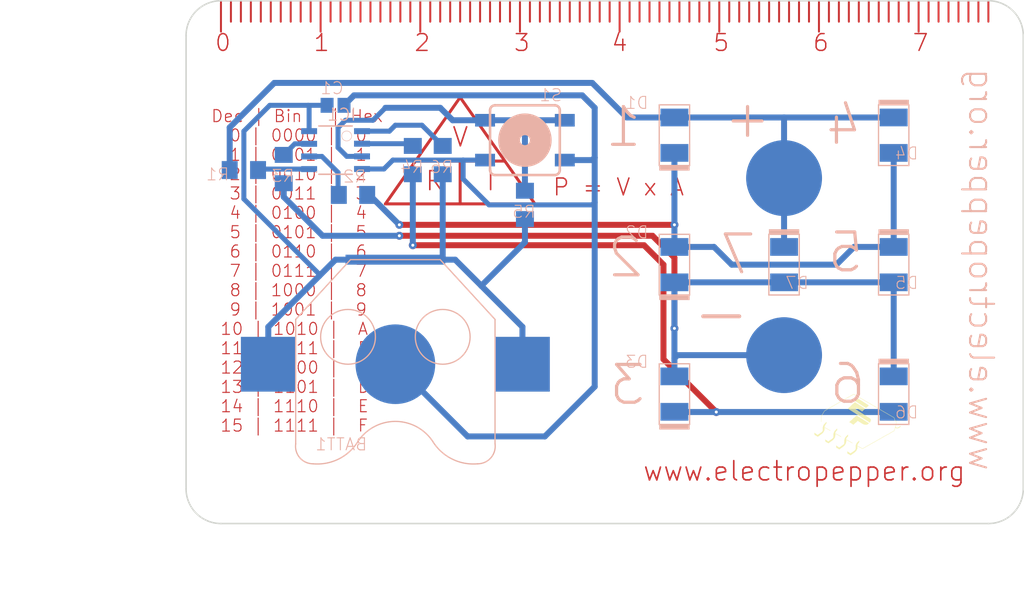
<source format=kicad_pcb>
(kicad_pcb (version 20171130) (host pcbnew 5.0.2+dfsg1-1~bpo9+1)

  (general
    (thickness 1.6)
    (drawings 46)
    (tracks 204)
    (zones 0)
    (modules 22)
    (nets 16)
  )

  (page A4)
  (layers
    (0 Top signal)
    (31 Bottom signal)
    (32 B.Adhes user)
    (33 F.Adhes user)
    (34 B.Paste user)
    (35 F.Paste user)
    (36 B.SilkS user)
    (37 F.SilkS user)
    (38 B.Mask user)
    (39 F.Mask user)
    (40 Dwgs.User user)
    (41 Cmts.User user)
    (42 Eco1.User user)
    (43 Eco2.User user)
    (44 Edge.Cuts user)
    (45 Margin user)
    (46 B.CrtYd user)
    (47 F.CrtYd user)
    (48 B.Fab user)
    (49 F.Fab user)
  )

  (setup
    (last_trace_width 0.25)
    (trace_clearance 0.1524)
    (zone_clearance 0.508)
    (zone_45_only no)
    (trace_min 0.2)
    (segment_width 0.2)
    (edge_width 0.15)
    (via_size 0.8)
    (via_drill 0.4)
    (via_min_size 0.4)
    (via_min_drill 0.3)
    (uvia_size 0.3)
    (uvia_drill 0.1)
    (uvias_allowed no)
    (uvia_min_size 0.2)
    (uvia_min_drill 0.1)
    (pcb_text_width 0.3)
    (pcb_text_size 1.5 1.5)
    (mod_edge_width 0.15)
    (mod_text_size 1 1)
    (mod_text_width 0.15)
    (pad_size 1.524 1.524)
    (pad_drill 0.762)
    (pad_to_mask_clearance 0.051)
    (solder_mask_min_width 0.25)
    (aux_axis_origin 0 0)
    (visible_elements FFFFFF7F)
    (pcbplotparams
      (layerselection 0x010fc_ffffffff)
      (usegerberextensions false)
      (usegerberattributes false)
      (usegerberadvancedattributes false)
      (creategerberjobfile false)
      (excludeedgelayer true)
      (linewidth 0.100000)
      (plotframeref false)
      (viasonmask false)
      (mode 1)
      (useauxorigin false)
      (hpglpennumber 1)
      (hpglpenspeed 20)
      (hpglpendiameter 15.000000)
      (psnegative false)
      (psa4output false)
      (plotreference true)
      (plotvalue true)
      (plotinvisibletext false)
      (padsonsilk false)
      (subtractmaskfromsilk false)
      (outputformat 1)
      (mirror false)
      (drillshape 1)
      (scaleselection 1)
      (outputdirectory ""))
  )

  (net 0 "")
  (net 1 GND)
  (net 2 VCC)
  (net 3 0)
  (net 4 N$10)
  (net 5 N$12)
  (net 6 "Net-(IC1-Pad5)")
  (net 7 "Net-(IC1-Pad6)")
  (net 8 "Net-(IC1-Pad7)")
  (net 9 "Net-(IC1-Pad3)")
  (net 10 "Net-(IC1-Pad2)")
  (net 11 "Net-(IC1-Pad1)")
  (net 12 "Net-(D1-PadA)")
  (net 13 "Net-(D1-PadK)")
  (net 14 "Net-(D2-PadK)")
  (net 15 "Net-(D3-PadK)")

  (net_class Default "This is the default net class."
    (clearance 0.1524)
    (trace_width 0.25)
    (via_dia 0.8)
    (via_drill 0.4)
    (uvia_dia 0.3)
    (uvia_drill 0.1)
    (add_net 0)
    (add_net GND)
    (add_net N$10)
    (add_net N$12)
    (add_net "Net-(D1-PadA)")
    (add_net "Net-(D1-PadK)")
    (add_net "Net-(D2-PadK)")
    (add_net "Net-(D3-PadK)")
    (add_net "Net-(IC1-Pad1)")
    (add_net "Net-(IC1-Pad2)")
    (add_net "Net-(IC1-Pad3)")
    (add_net "Net-(IC1-Pad5)")
    (add_net "Net-(IC1-Pad6)")
    (add_net "Net-(IC1-Pad7)")
    (add_net VCC)
  )

  (module bizzc_a:COIN-CELL_3002 (layer Bottom) (tedit 0) (tstamp 5C94A564)
    (at 127.5011 115.2536)
    (path /AE472309B28FA739)
    (fp_text reference BATT1 (at -2.75 8.75) (layer B.SilkS)
      (effects (font (size 1.2065 1.2065) (thickness 0.1016)) (justify left bottom mirror))
    )
    (fp_text value COIN-CELL (at 7.75 -8.75) (layer B.Fab)
      (effects (font (size 1.2065 1.2065) (thickness 0.1016)) (justify left bottom mirror))
    )
    (fp_arc (start 0 10.249999) (end 3.75 7.75) (angle -112.619865) (layer B.SilkS) (width 0.127))
    (fp_arc (start 7.820288 5.234423) (end 8.25 10) (angle 63.434949) (layer B.SilkS) (width 0.127))
    (fp_arc (start -7.820288 5.234423) (end -8.25 10) (angle -63.434949) (layer B.SilkS) (width 0.127))
    (fp_line (start 10 8) (end 10 -4.5) (layer B.SilkS) (width 0.127))
    (fp_arc (start 8.257704 8.241116) (end 10 8) (angle 98.130102) (layer B.SilkS) (width 0.127))
    (fp_arc (start -8.257704 8.241116) (end -10 8) (angle -98.130102) (layer B.SilkS) (width 0.127))
    (fp_circle (center 4.75 -2.75) (end 7.5 -2.75) (layer B.SilkS) (width 0.127))
    (fp_circle (center -4.75 -2.75) (end -2 -2.75) (layer B.SilkS) (width 0.127))
    (fp_line (start 10 -4.5) (end 4.5 -10.5) (layer B.SilkS) (width 0.127))
    (fp_line (start -10 -4.5) (end -4.5 -10.5) (layer B.SilkS) (width 0.127))
    (fp_line (start -4.5 -10.5) (end 4.5 -10.5) (layer B.SilkS) (width 0.127))
    (fp_line (start -10 -4.5) (end -10 8) (layer B.SilkS) (width 0.127))
    (pad VCC_3 smd rect (at 0 -10.5) (size 10 1) (layers Bottom B.Paste B.Mask)
      (net 2 VCC) (solder_mask_margin 0.0508))
    (pad GND smd roundrect (at 0 0) (size 8 8) (layers Bottom B.Paste B.Mask) (roundrect_rratio 0.5)
      (net 1 GND) (solder_mask_margin 0.0508))
    (pad VCC_2 smd rect (at 12.75 0) (size 5.5 5.5) (layers Bottom B.Paste B.Mask)
      (net 2 VCC) (solder_mask_margin 0.0508))
    (pad VCC_1 smd rect (at -12.75 0) (size 5.5 5.5) (layers Bottom B.Paste B.Mask)
      (net 2 VCC) (solder_mask_margin 0.0508))
  )

  (module bizzc_a:C0805 (layer Bottom) (tedit 0) (tstamp 5C94A577)
    (at 121.5011 89.2536 180)
    (descr "<b>CAPACITOR</b><p>\nchip")
    (path /676FA0053E9ECBAC)
    (fp_text reference C1 (at -0.889 1.016) (layer B.SilkS)
      (effects (font (size 1.2065 1.2065) (thickness 0.09652)) (justify left bottom mirror))
    )
    (fp_text value 100nF (at -0.889 -2.286) (layer B.Fab)
      (effects (font (size 1.2065 1.2065) (thickness 0.09652)) (justify left bottom mirror))
    )
    (fp_poly (pts (xy -0.1001 -0.4001) (xy 0.1001 -0.4001) (xy 0.1001 0.4001) (xy -0.1001 0.4001)) (layer B.Adhes) (width 0))
    (fp_poly (pts (xy 0.3556 -0.7239) (xy 1.1057 -0.7239) (xy 1.1057 0.7262) (xy 0.3556 0.7262)) (layer B.Fab) (width 0))
    (fp_poly (pts (xy -1.0922 -0.7239) (xy -0.3421 -0.7239) (xy -0.3421 0.7262) (xy -1.0922 0.7262)) (layer B.Fab) (width 0))
    (fp_line (start 1.973 0.983) (end 1.973 -0.983) (layer Dwgs.User) (width 0.0508))
    (fp_line (start -0.356 -0.66) (end 0.381 -0.66) (layer B.Fab) (width 0.1016))
    (fp_line (start -0.381 0.66) (end 0.381 0.66) (layer B.Fab) (width 0.1016))
    (fp_line (start -1.973 -0.983) (end -1.973 0.983) (layer Dwgs.User) (width 0.0508))
    (fp_line (start 1.973 -0.983) (end -1.973 -0.983) (layer Dwgs.User) (width 0.0508))
    (fp_line (start -1.973 0.983) (end 1.973 0.983) (layer Dwgs.User) (width 0.0508))
    (pad 2 smd rect (at 0.85 0 180) (size 1.3 1.5) (layers Bottom B.Paste B.Mask)
      (net 2 VCC) (solder_mask_margin 0.0508))
    (pad 1 smd rect (at -0.85 0 180) (size 1.3 1.5) (layers Bottom B.Paste B.Mask)
      (net 1 GND) (solder_mask_margin 0.0508))
  )

  (module bizzc_a:LED1 (layer Bottom) (tedit 0) (tstamp 5C94A585)
    (at 155.5011 92.2536 270)
    (path /BE5F3F048D141E84)
    (fp_text reference D1 (at -2.54 2.54 180) (layer B.SilkS)
      (effects (font (size 1.2065 1.2065) (thickness 0.09652)) (justify left bottom mirror))
    )
    (fp_text value VLMG31 (at -2.54 -3.81 90) (layer B.Fab)
      (effects (font (size 1.2065 1.2065) (thickness 0.09652)) (justify right top mirror))
    )
    (fp_poly (pts (xy 3.048 -1.524) (xy 3.556 -1.524) (xy 3.556 1.524) (xy 3.048 1.524)) (layer B.SilkS) (width 0))
    (fp_line (start -3.048 -1.524) (end -3.048 1.524) (layer B.SilkS) (width 0.127))
    (fp_line (start 3.048 -1.524) (end -3.048 -1.524) (layer B.SilkS) (width 0.127))
    (fp_line (start 3.048 1.524) (end 3.048 -1.524) (layer B.SilkS) (width 0.127))
    (fp_line (start -3.048 1.524) (end 3.048 1.524) (layer B.SilkS) (width 0.127))
    (pad K smd rect (at 1.778 0 180) (size 2.794 1.778) (layers Bottom B.Paste B.Mask)
      (net 13 "Net-(D1-PadK)") (solder_mask_margin 0.0508))
    (pad A smd rect (at -1.778 0 180) (size 2.794 1.778) (layers Bottom B.Paste B.Mask)
      (net 12 "Net-(D1-PadA)") (solder_mask_margin 0.0508))
  )

  (module bizzc_a:LED1 (layer Bottom) (tedit 0) (tstamp 5C94A58F)
    (at 155.5011 105.2536 270)
    (path /4C475A1A20478EC3)
    (fp_text reference D2 (at -2.54 2.54 180) (layer B.SilkS)
      (effects (font (size 1.2065 1.2065) (thickness 0.09652)) (justify left bottom mirror))
    )
    (fp_text value VLMG31 (at -2.54 -3.81 90) (layer B.Fab)
      (effects (font (size 1.2065 1.2065) (thickness 0.09652)) (justify right top mirror))
    )
    (fp_poly (pts (xy 3.048 -1.524) (xy 3.556 -1.524) (xy 3.556 1.524) (xy 3.048 1.524)) (layer B.SilkS) (width 0))
    (fp_line (start -3.048 -1.524) (end -3.048 1.524) (layer B.SilkS) (width 0.127))
    (fp_line (start 3.048 -1.524) (end -3.048 -1.524) (layer B.SilkS) (width 0.127))
    (fp_line (start 3.048 1.524) (end 3.048 -1.524) (layer B.SilkS) (width 0.127))
    (fp_line (start -3.048 1.524) (end 3.048 1.524) (layer B.SilkS) (width 0.127))
    (pad K smd rect (at 1.778 0 180) (size 2.794 1.778) (layers Bottom B.Paste B.Mask)
      (net 14 "Net-(D2-PadK)") (solder_mask_margin 0.0508))
    (pad A smd rect (at -1.778 0 180) (size 2.794 1.778) (layers Bottom B.Paste B.Mask)
      (net 13 "Net-(D1-PadK)") (solder_mask_margin 0.0508))
  )

  (module bizzc_a:LED1 (layer Bottom) (tedit 0) (tstamp 5C94A599)
    (at 155.5011 118.2536 270)
    (path /40D44ED439967F7A)
    (fp_text reference D3 (at -2.54 2.54 180) (layer B.SilkS)
      (effects (font (size 1.2065 1.2065) (thickness 0.09652)) (justify left bottom mirror))
    )
    (fp_text value VLMG31 (at -2.54 -3.81 90) (layer B.Fab)
      (effects (font (size 1.2065 1.2065) (thickness 0.09652)) (justify right top mirror))
    )
    (fp_poly (pts (xy 3.048 -1.524) (xy 3.556 -1.524) (xy 3.556 1.524) (xy 3.048 1.524)) (layer B.SilkS) (width 0))
    (fp_line (start -3.048 -1.524) (end -3.048 1.524) (layer B.SilkS) (width 0.127))
    (fp_line (start 3.048 -1.524) (end -3.048 -1.524) (layer B.SilkS) (width 0.127))
    (fp_line (start 3.048 1.524) (end 3.048 -1.524) (layer B.SilkS) (width 0.127))
    (fp_line (start -3.048 1.524) (end 3.048 1.524) (layer B.SilkS) (width 0.127))
    (pad K smd rect (at 1.778 0 180) (size 2.794 1.778) (layers Bottom B.Paste B.Mask)
      (net 15 "Net-(D3-PadK)") (solder_mask_margin 0.0508))
    (pad A smd rect (at -1.778 0 180) (size 2.794 1.778) (layers Bottom B.Paste B.Mask)
      (net 14 "Net-(D2-PadK)") (solder_mask_margin 0.0508))
  )

  (module bizzc_a:LED1 (layer Bottom) (tedit 0) (tstamp 5C94A5A3)
    (at 177.5011 92.2536 90)
    (path /378136B8DCE5EB0D)
    (fp_text reference D4 (at -2.54 2.54 180) (layer B.SilkS)
      (effects (font (size 1.2065 1.2065) (thickness 0.09652)) (justify left bottom mirror))
    )
    (fp_text value VLMG31 (at -2.54 -3.81 90) (layer B.Fab)
      (effects (font (size 1.2065 1.2065) (thickness 0.09652)) (justify left bottom mirror))
    )
    (fp_poly (pts (xy 3.048 -1.524) (xy 3.556 -1.524) (xy 3.556 1.524) (xy 3.048 1.524)) (layer B.SilkS) (width 0))
    (fp_line (start -3.048 -1.524) (end -3.048 1.524) (layer B.SilkS) (width 0.127))
    (fp_line (start 3.048 -1.524) (end -3.048 -1.524) (layer B.SilkS) (width 0.127))
    (fp_line (start 3.048 1.524) (end 3.048 -1.524) (layer B.SilkS) (width 0.127))
    (fp_line (start -3.048 1.524) (end 3.048 1.524) (layer B.SilkS) (width 0.127))
    (pad K smd rect (at 1.778 0) (size 2.794 1.778) (layers Bottom B.Paste B.Mask)
      (net 12 "Net-(D1-PadA)") (solder_mask_margin 0.0508))
    (pad A smd rect (at -1.778 0) (size 2.794 1.778) (layers Bottom B.Paste B.Mask)
      (net 13 "Net-(D1-PadK)") (solder_mask_margin 0.0508))
  )

  (module bizzc_a:LED1 (layer Bottom) (tedit 0) (tstamp 5C94A5AD)
    (at 177.5011 105.2536 90)
    (path /E8A02D8F73B70CE6)
    (fp_text reference D5 (at -2.54 2.54 180) (layer B.SilkS)
      (effects (font (size 1.2065 1.2065) (thickness 0.09652)) (justify left bottom mirror))
    )
    (fp_text value VLMG31 (at -2.54 -3.81 90) (layer B.Fab)
      (effects (font (size 1.2065 1.2065) (thickness 0.09652)) (justify left bottom mirror))
    )
    (fp_poly (pts (xy 3.048 -1.524) (xy 3.556 -1.524) (xy 3.556 1.524) (xy 3.048 1.524)) (layer B.SilkS) (width 0))
    (fp_line (start -3.048 -1.524) (end -3.048 1.524) (layer B.SilkS) (width 0.127))
    (fp_line (start 3.048 -1.524) (end -3.048 -1.524) (layer B.SilkS) (width 0.127))
    (fp_line (start 3.048 1.524) (end 3.048 -1.524) (layer B.SilkS) (width 0.127))
    (fp_line (start -3.048 1.524) (end 3.048 1.524) (layer B.SilkS) (width 0.127))
    (pad K smd rect (at 1.778 0) (size 2.794 1.778) (layers Bottom B.Paste B.Mask)
      (net 13 "Net-(D1-PadK)") (solder_mask_margin 0.0508))
    (pad A smd rect (at -1.778 0) (size 2.794 1.778) (layers Bottom B.Paste B.Mask)
      (net 14 "Net-(D2-PadK)") (solder_mask_margin 0.0508))
  )

  (module bizzc_a:LED1 (layer Bottom) (tedit 0) (tstamp 5C94A5B7)
    (at 177.5011 118.2536 90)
    (path /E2AFE3A10CA8CD4D)
    (fp_text reference D6 (at -2.54 2.54 180) (layer B.SilkS)
      (effects (font (size 1.2065 1.2065) (thickness 0.09652)) (justify left bottom mirror))
    )
    (fp_text value VLMG31 (at -2.54 -3.81 90) (layer B.Fab)
      (effects (font (size 1.2065 1.2065) (thickness 0.09652)) (justify left bottom mirror))
    )
    (fp_poly (pts (xy 3.048 -1.524) (xy 3.556 -1.524) (xy 3.556 1.524) (xy 3.048 1.524)) (layer B.SilkS) (width 0))
    (fp_line (start -3.048 -1.524) (end -3.048 1.524) (layer B.SilkS) (width 0.127))
    (fp_line (start 3.048 -1.524) (end -3.048 -1.524) (layer B.SilkS) (width 0.127))
    (fp_line (start 3.048 1.524) (end 3.048 -1.524) (layer B.SilkS) (width 0.127))
    (fp_line (start -3.048 1.524) (end 3.048 1.524) (layer B.SilkS) (width 0.127))
    (pad K smd rect (at 1.778 0) (size 2.794 1.778) (layers Bottom B.Paste B.Mask)
      (net 14 "Net-(D2-PadK)") (solder_mask_margin 0.0508))
    (pad A smd rect (at -1.778 0) (size 2.794 1.778) (layers Bottom B.Paste B.Mask)
      (net 15 "Net-(D3-PadK)") (solder_mask_margin 0.0508))
  )

  (module bizzc_a:8S1 (layer Bottom) (tedit 0) (tstamp 5C94A5C1)
    (at 121.5011 93.7536 270)
    (descr "<b>8S1</b> 8-lead (0.150\" Wide Body)<p>\nPlastic Gull Wing Small Outline (JEDEC SOIC)<br>\nSource: http://www.atmel.com/dyn/resources/prod_documents/2535S.pdf")
    (path /7C8C299E06F92037)
    (fp_text reference IC1 (at -2.8575 -2.159 180) (layer B.SilkS)
      (effects (font (size 1.2065 1.2065) (thickness 0.12065)) (justify left bottom mirror))
    )
    (fp_text value TINY13SSU (at 4.064 -2.159 180) (layer B.Fab)
      (effects (font (size 1.2065 1.2065) (thickness 0.12065)) (justify left bottom mirror))
    )
    (fp_poly (pts (xy -2.08 -3.075) (xy -1.73 -3.075) (xy -1.73 -1.975) (xy -2.08 -1.975)) (layer B.Fab) (width 0))
    (fp_poly (pts (xy -0.82 -3.075) (xy -0.47 -3.075) (xy -0.47 -1.975) (xy -0.82 -1.975)) (layer B.Fab) (width 0))
    (fp_poly (pts (xy 0.45 -3.075) (xy 0.8 -3.075) (xy 0.8 -1.975) (xy 0.45 -1.975)) (layer B.Fab) (width 0))
    (fp_poly (pts (xy 1.72 -3.075) (xy 2.07 -3.075) (xy 2.07 -1.975) (xy 1.72 -1.975)) (layer B.Fab) (width 0))
    (fp_poly (pts (xy 1.73 1.975) (xy 2.08 1.975) (xy 2.08 3.075) (xy 1.73 3.075)) (layer B.Fab) (width 0))
    (fp_poly (pts (xy 0.46 1.975) (xy 0.81 1.975) (xy 0.81 3.075) (xy 0.46 3.075)) (layer B.Fab) (width 0))
    (fp_poly (pts (xy -0.81 1.975) (xy -0.46 1.975) (xy -0.46 3.075) (xy -0.81 3.075)) (layer B.Fab) (width 0))
    (fp_poly (pts (xy -2.08 1.975) (xy -1.73 1.975) (xy -1.73 3.075) (xy -2.08 3.075)) (layer B.Fab) (width 0))
    (fp_circle (center -1.42 -1.115) (end -0.92 -1.115) (layer B.SilkS) (width 0.0508))
    (fp_line (start 2.425 -1.675) (end 2.425 1.675) (layer B.SilkS) (width 0.1524))
    (fp_line (start -2.425 1.675) (end -2.425 -1.665) (layer B.SilkS) (width 0.1524))
    (fp_line (start 2.185 -1.925) (end -2.165 -1.925) (layer B.Fab) (width 0.1524))
    (fp_line (start 0.32 -1.925) (end -0.33 -1.925) (layer B.Fab) (width 0.1524))
    (fp_line (start 1.59 -1.925) (end 0.94 -1.925) (layer B.Fab) (width 0.1524))
    (fp_line (start 2.185 -1.925) (end 2.155 -1.925) (layer B.Fab) (width 0.1524))
    (fp_line (start 2.2 -1.925) (end 2.185 -1.925) (layer B.Fab) (width 0.1524))
    (fp_line (start 2.21 1.925) (end 2.185 1.925) (layer B.SilkS) (width 0.1524))
    (fp_line (start 0.95 1.925) (end 1.59 1.925) (layer B.Fab) (width 0.1524))
    (fp_line (start -2.165 1.925) (end 2.185 1.925) (layer B.Fab) (width 0.1524))
    (fp_line (start -1.59 1.925) (end -0.95 1.925) (layer B.Fab) (width 0.1524))
    (fp_arc (start -2.175 -1.675) (end -2.425 -1.675) (angle 90) (layer B.Fab) (width 0.1524))
    (fp_arc (start 2.175 -1.675) (end 2.175 -1.925) (angle 90) (layer B.Fab) (width 0.1524))
    (fp_arc (start 2.175 1.675) (end 2.175 1.925) (angle -90) (layer B.Fab) (width 0.1524))
    (fp_arc (start -2.175 1.675) (end -2.425 1.675) (angle -90) (layer B.Fab) (width 0.1524))
    (pad 5 smd rect (at 1.905 2.654 270) (size 0.6 1.6) (layers Bottom B.Paste B.Mask)
      (net 6 "Net-(IC1-Pad5)") (solder_mask_margin 0.0508))
    (pad 6 smd rect (at 0.635 2.654 270) (size 0.6 1.6) (layers Bottom B.Paste B.Mask)
      (net 7 "Net-(IC1-Pad6)") (solder_mask_margin 0.0508))
    (pad 7 smd rect (at -0.635 2.654 270) (size 0.6 1.6) (layers Bottom B.Paste B.Mask)
      (net 8 "Net-(IC1-Pad7)") (solder_mask_margin 0.0508))
    (pad 8 smd rect (at -1.905 2.654 270) (size 0.6 1.6) (layers Bottom B.Paste B.Mask)
      (net 2 VCC) (solder_mask_margin 0.0508))
    (pad 4 smd rect (at 1.895 -2.654 270) (size 0.6 1.6) (layers Bottom B.Paste B.Mask)
      (net 1 GND) (solder_mask_margin 0.0508))
    (pad 3 smd rect (at 0.625 -2.654 270) (size 0.6 1.6) (layers Bottom B.Paste B.Mask)
      (net 9 "Net-(IC1-Pad3)") (solder_mask_margin 0.0508))
    (pad 2 smd rect (at -0.645 -2.654 270) (size 0.6 1.6) (layers Bottom B.Paste B.Mask)
      (net 10 "Net-(IC1-Pad2)") (solder_mask_margin 0.0508))
    (pad 1 smd rect (at -1.905 -2.654 270) (size 0.6 1.6) (layers Bottom B.Paste B.Mask)
      (net 11 "Net-(IC1-Pad1)") (solder_mask_margin 0.0508))
  )

  (module bizzc_a:R1206 (layer Bottom) (tedit 0) (tstamp 5C94A5E4)
    (at 112.3011 95.7536)
    (descr "<b>RESISTOR</b><p>\nchip")
    (path /87F8EF6D1A180C51)
    (fp_text reference R1 (at -1.397 1.143) (layer B.SilkS)
      (effects (font (size 1.2065 1.2065) (thickness 0.09652)) (justify left bottom mirror))
    )
    (fp_text value 220R (at -1.397 -2.413) (layer B.Fab)
      (effects (font (size 1.2065 1.2065) (thickness 0.09652)) (justify right top mirror))
    )
    (fp_poly (pts (xy -0.3 -0.7) (xy 0.3 -0.7) (xy 0.3 0.7) (xy -0.3 0.7)) (layer B.Adhes) (width 0))
    (fp_poly (pts (xy 0.9525 -0.8763) (xy 1.6891 -0.8763) (xy 1.6891 0.8763) (xy 0.9525 0.8763)) (layer B.Fab) (width 0))
    (fp_poly (pts (xy -1.6891 -0.8763) (xy -0.9525 -0.8763) (xy -0.9525 0.8763) (xy -1.6891 0.8763)) (layer B.Fab) (width 0))
    (fp_line (start -2.473 -0.983) (end -2.473 0.983) (layer Dwgs.User) (width 0.0508))
    (fp_line (start 2.473 -0.983) (end -2.473 -0.983) (layer Dwgs.User) (width 0.0508))
    (fp_line (start 2.473 0.983) (end 2.473 -0.983) (layer Dwgs.User) (width 0.0508))
    (fp_line (start -2.473 0.983) (end 2.473 0.983) (layer Dwgs.User) (width 0.0508))
    (fp_line (start 0.9525 0.8128) (end -0.9652 0.8128) (layer B.Fab) (width 0.1524))
    (fp_line (start 0.9525 -0.8128) (end -0.9652 -0.8128) (layer B.Fab) (width 0.1524))
    (pad 1 smd rect (at -1.422 0) (size 1.6 1.803) (layers Bottom B.Paste B.Mask)
      (net 12 "Net-(D1-PadA)") (solder_mask_margin 0.0508))
    (pad 2 smd rect (at 1.422 0) (size 1.6 1.803) (layers Bottom B.Paste B.Mask)
      (net 6 "Net-(IC1-Pad5)") (solder_mask_margin 0.0508))
  )

  (module bizzc_a:R1206 (layer Bottom) (tedit 0) (tstamp 5C94A5F2)
    (at 123.2511 98.2536 180)
    (descr "<b>RESISTOR</b><p>\nchip")
    (path /B6834C77221E3EC4)
    (fp_text reference R2 (at -1.397 1.143) (layer B.SilkS)
      (effects (font (size 1.2065 1.2065) (thickness 0.09652)) (justify left bottom mirror))
    )
    (fp_text value 220R (at -1.397 -2.413) (layer B.Fab)
      (effects (font (size 1.2065 1.2065) (thickness 0.09652)) (justify left bottom mirror))
    )
    (fp_poly (pts (xy -0.3 -0.7) (xy 0.3 -0.7) (xy 0.3 0.7) (xy -0.3 0.7)) (layer B.Adhes) (width 0))
    (fp_poly (pts (xy 0.9525 -0.8763) (xy 1.6891 -0.8763) (xy 1.6891 0.8763) (xy 0.9525 0.8763)) (layer B.Fab) (width 0))
    (fp_poly (pts (xy -1.6891 -0.8763) (xy -0.9525 -0.8763) (xy -0.9525 0.8763) (xy -1.6891 0.8763)) (layer B.Fab) (width 0))
    (fp_line (start -2.473 -0.983) (end -2.473 0.983) (layer Dwgs.User) (width 0.0508))
    (fp_line (start 2.473 -0.983) (end -2.473 -0.983) (layer Dwgs.User) (width 0.0508))
    (fp_line (start 2.473 0.983) (end 2.473 -0.983) (layer Dwgs.User) (width 0.0508))
    (fp_line (start -2.473 0.983) (end 2.473 0.983) (layer Dwgs.User) (width 0.0508))
    (fp_line (start 0.9525 0.8128) (end -0.9652 0.8128) (layer B.Fab) (width 0.1524))
    (fp_line (start 0.9525 -0.8128) (end -0.9652 -0.8128) (layer B.Fab) (width 0.1524))
    (pad 1 smd rect (at -1.422 0 180) (size 1.6 1.803) (layers Bottom B.Paste B.Mask)
      (net 13 "Net-(D1-PadK)") (solder_mask_margin 0.0508))
    (pad 2 smd rect (at 1.422 0 180) (size 1.6 1.803) (layers Bottom B.Paste B.Mask)
      (net 7 "Net-(IC1-Pad6)") (solder_mask_margin 0.0508))
  )

  (module bizzc_a:R1206 (layer Bottom) (tedit 0) (tstamp 5C94A600)
    (at 116.3011 95.6536 90)
    (descr "<b>RESISTOR</b><p>\nchip")
    (path /4D91119185A0F90F)
    (fp_text reference R3 (at -1.397 1.143 180) (layer B.SilkS)
      (effects (font (size 1.2065 1.2065) (thickness 0.09652)) (justify left bottom mirror))
    )
    (fp_text value 220R (at -1.397 -2.413 90) (layer B.Fab)
      (effects (font (size 1.2065 1.2065) (thickness 0.09652)) (justify left bottom mirror))
    )
    (fp_poly (pts (xy -0.3 -0.7) (xy 0.3 -0.7) (xy 0.3 0.7) (xy -0.3 0.7)) (layer B.Adhes) (width 0))
    (fp_poly (pts (xy 0.9525 -0.8763) (xy 1.6891 -0.8763) (xy 1.6891 0.8763) (xy 0.9525 0.8763)) (layer B.Fab) (width 0))
    (fp_poly (pts (xy -1.6891 -0.8763) (xy -0.9525 -0.8763) (xy -0.9525 0.8763) (xy -1.6891 0.8763)) (layer B.Fab) (width 0))
    (fp_line (start -2.473 -0.983) (end -2.473 0.983) (layer Dwgs.User) (width 0.0508))
    (fp_line (start 2.473 -0.983) (end -2.473 -0.983) (layer Dwgs.User) (width 0.0508))
    (fp_line (start 2.473 0.983) (end 2.473 -0.983) (layer Dwgs.User) (width 0.0508))
    (fp_line (start -2.473 0.983) (end 2.473 0.983) (layer Dwgs.User) (width 0.0508))
    (fp_line (start 0.9525 0.8128) (end -0.9652 0.8128) (layer B.Fab) (width 0.1524))
    (fp_line (start 0.9525 -0.8128) (end -0.9652 -0.8128) (layer B.Fab) (width 0.1524))
    (pad 1 smd rect (at -1.422 0 90) (size 1.6 1.803) (layers Bottom B.Paste B.Mask)
      (net 14 "Net-(D2-PadK)") (solder_mask_margin 0.0508))
    (pad 2 smd rect (at 1.422 0 90) (size 1.6 1.803) (layers Bottom B.Paste B.Mask)
      (net 8 "Net-(IC1-Pad7)") (solder_mask_margin 0.0508))
  )

  (module bizzc_a:R1206 (layer Bottom) (tedit 0) (tstamp 5C94A60E)
    (at 129.2511 94.7536 90)
    (descr "<b>RESISTOR</b><p>\nchip")
    (path /B150F7623B7EFAD6)
    (fp_text reference R4 (at -1.397 1.143 180) (layer B.SilkS)
      (effects (font (size 1.2065 1.2065) (thickness 0.09652)) (justify left bottom mirror))
    )
    (fp_text value 220R (at -1.397 -2.413 90) (layer B.Fab)
      (effects (font (size 1.2065 1.2065) (thickness 0.09652)) (justify left bottom mirror))
    )
    (fp_poly (pts (xy -0.3 -0.7) (xy 0.3 -0.7) (xy 0.3 0.7) (xy -0.3 0.7)) (layer B.Adhes) (width 0))
    (fp_poly (pts (xy 0.9525 -0.8763) (xy 1.6891 -0.8763) (xy 1.6891 0.8763) (xy 0.9525 0.8763)) (layer B.Fab) (width 0))
    (fp_poly (pts (xy -1.6891 -0.8763) (xy -0.9525 -0.8763) (xy -0.9525 0.8763) (xy -1.6891 0.8763)) (layer B.Fab) (width 0))
    (fp_line (start -2.473 -0.983) (end -2.473 0.983) (layer Dwgs.User) (width 0.0508))
    (fp_line (start 2.473 -0.983) (end -2.473 -0.983) (layer Dwgs.User) (width 0.0508))
    (fp_line (start 2.473 0.983) (end 2.473 -0.983) (layer Dwgs.User) (width 0.0508))
    (fp_line (start -2.473 0.983) (end 2.473 0.983) (layer Dwgs.User) (width 0.0508))
    (fp_line (start 0.9525 0.8128) (end -0.9652 0.8128) (layer B.Fab) (width 0.1524))
    (fp_line (start 0.9525 -0.8128) (end -0.9652 -0.8128) (layer B.Fab) (width 0.1524))
    (pad 1 smd rect (at -1.422 0 90) (size 1.6 1.803) (layers Bottom B.Paste B.Mask)
      (net 15 "Net-(D3-PadK)") (solder_mask_margin 0.0508))
    (pad 2 smd rect (at 1.422 0 90) (size 1.6 1.803) (layers Bottom B.Paste B.Mask)
      (net 10 "Net-(IC1-Pad2)") (solder_mask_margin 0.0508))
  )

  (module bizzc_a:SKHUAF (layer Bottom) (tedit 0) (tstamp 5C94A61C)
    (at 140.5011 92.7536 180)
    (path /5FF56E21CEBFFD5E)
    (fp_text reference S1 (at -3.81 3.81) (layer B.SilkS)
      (effects (font (size 1.2065 1.2065) (thickness 0.09652)) (justify left bottom mirror))
    )
    (fp_text value SKHUAF (at -3.81 -5.08) (layer B.Fab)
      (effects (font (size 1.2065 1.2065) (thickness 0.09652)) (justify left bottom mirror))
    )
    (fp_arc (start -3 -3) (end -3 -3.5) (angle -90) (layer B.SilkS) (width 0.254))
    (fp_arc (start 3 -3) (end 3.5 -3) (angle -90) (layer B.SilkS) (width 0.254))
    (fp_arc (start 3 3) (end 3 3.5) (angle -90) (layer B.SilkS) (width 0.254))
    (fp_line (start 3 -3.5) (end -3 -3.5) (layer B.SilkS) (width 0.254))
    (fp_line (start 3.5 -3) (end 3.5 3) (layer B.SilkS) (width 0.254))
    (fp_arc (start -3 3) (end -3.5 3) (angle -90) (layer B.SilkS) (width 0.254))
    (fp_line (start -3.5 -3) (end -3.5 3) (layer B.SilkS) (width 0.254))
    (fp_line (start -3 3.5) (end 3 3.5) (layer B.SilkS) (width 0.254))
    (fp_circle (center 0 0) (end 0.5 0) (layer B.SilkS) (width 2.1844))
    (pad 4 smd rect (at 4 -2 180) (size 2 1.27) (layers Bottom B.Paste B.Mask)
      (net 1 GND) (solder_mask_margin 0.0508))
    (pad 2 smd rect (at 4 2 180) (size 2 1.27) (layers Bottom B.Paste B.Mask)
      (net 9 "Net-(IC1-Pad3)") (solder_mask_margin 0.0508))
    (pad 3 smd rect (at -4 -2 180) (size 2 1.27) (layers Bottom B.Paste B.Mask)
      (net 1 GND) (solder_mask_margin 0.0508))
    (pad 1 smd rect (at -4 2 180) (size 2 1.27) (layers Bottom B.Paste B.Mask)
      (net 9 "Net-(IC1-Pad3)") (solder_mask_margin 0.0508))
  )

  (module bizzc_a:LED1 (layer Bottom) (tedit 0) (tstamp 5C94A62C)
    (at 166.5011 105.2536 90)
    (path /108677B664AFC188)
    (fp_text reference D7 (at -2.54 2.54 180) (layer B.SilkS)
      (effects (font (size 1.2065 1.2065) (thickness 0.09652)) (justify left bottom mirror))
    )
    (fp_text value VLMG31 (at -2.54 -3.81 90) (layer B.Fab)
      (effects (font (size 1.2065 1.2065) (thickness 0.09652)) (justify left bottom mirror))
    )
    (fp_poly (pts (xy 3.048 -1.524) (xy 3.556 -1.524) (xy 3.556 1.524) (xy 3.048 1.524)) (layer B.SilkS) (width 0))
    (fp_line (start -3.048 -1.524) (end -3.048 1.524) (layer B.SilkS) (width 0.127))
    (fp_line (start 3.048 -1.524) (end -3.048 -1.524) (layer B.SilkS) (width 0.127))
    (fp_line (start 3.048 1.524) (end 3.048 -1.524) (layer B.SilkS) (width 0.127))
    (fp_line (start -3.048 1.524) (end 3.048 1.524) (layer B.SilkS) (width 0.127))
    (pad K smd rect (at 1.778 0) (size 2.794 1.778) (layers Bottom B.Paste B.Mask)
      (net 12 "Net-(D1-PadA)") (solder_mask_margin 0.0508))
    (pad A smd rect (at -1.778 0) (size 2.794 1.778) (layers Bottom B.Paste B.Mask)
      (net 14 "Net-(D2-PadK)") (solder_mask_margin 0.0508))
  )

  (module bizzc_a:R1206 (layer Bottom) (tedit 0) (tstamp 5C94A636)
    (at 140.5011 99.2536 90)
    (descr "<b>RESISTOR</b><p>\nchip")
    (path /2AA8A3DBF256FF88)
    (fp_text reference R5 (at -1.397 1.143 180) (layer B.SilkS)
      (effects (font (size 1.2065 1.2065) (thickness 0.09652)) (justify left bottom mirror))
    )
    (fp_text value 10K (at -1.397 -2.413 90) (layer B.Fab)
      (effects (font (size 1.2065 1.2065) (thickness 0.09652)) (justify left bottom mirror))
    )
    (fp_poly (pts (xy -0.3 -0.7) (xy 0.3 -0.7) (xy 0.3 0.7) (xy -0.3 0.7)) (layer B.Adhes) (width 0))
    (fp_poly (pts (xy 0.9525 -0.8763) (xy 1.6891 -0.8763) (xy 1.6891 0.8763) (xy 0.9525 0.8763)) (layer B.Fab) (width 0))
    (fp_poly (pts (xy -1.6891 -0.8763) (xy -0.9525 -0.8763) (xy -0.9525 0.8763) (xy -1.6891 0.8763)) (layer B.Fab) (width 0))
    (fp_line (start -2.473 -0.983) (end -2.473 0.983) (layer Dwgs.User) (width 0.0508))
    (fp_line (start 2.473 -0.983) (end -2.473 -0.983) (layer Dwgs.User) (width 0.0508))
    (fp_line (start 2.473 0.983) (end 2.473 -0.983) (layer Dwgs.User) (width 0.0508))
    (fp_line (start -2.473 0.983) (end 2.473 0.983) (layer Dwgs.User) (width 0.0508))
    (fp_line (start 0.9525 0.8128) (end -0.9652 0.8128) (layer B.Fab) (width 0.1524))
    (fp_line (start 0.9525 -0.8128) (end -0.9652 -0.8128) (layer B.Fab) (width 0.1524))
    (pad 1 smd rect (at -1.422 0 90) (size 1.6 1.803) (layers Bottom B.Paste B.Mask)
      (net 2 VCC) (solder_mask_margin 0.0508))
    (pad 2 smd rect (at 1.422 0 90) (size 1.6 1.803) (layers Bottom B.Paste B.Mask)
      (net 9 "Net-(IC1-Pad3)") (solder_mask_margin 0.0508))
  )

  (module bizzc_a:R1206 (layer Bottom) (tedit 0) (tstamp 5C94A644)
    (at 132.2511 94.7536 90)
    (descr "<b>RESISTOR</b><p>\nchip")
    (path /9666F1463D5FDD5)
    (fp_text reference R6 (at -1.397 1.143 180) (layer B.SilkS)
      (effects (font (size 1.2065 1.2065) (thickness 0.09652)) (justify left bottom mirror))
    )
    (fp_text value 10K (at -1.397 -2.413 90) (layer B.Fab)
      (effects (font (size 1.2065 1.2065) (thickness 0.09652)) (justify left bottom mirror))
    )
    (fp_poly (pts (xy -0.3 -0.7) (xy 0.3 -0.7) (xy 0.3 0.7) (xy -0.3 0.7)) (layer B.Adhes) (width 0))
    (fp_poly (pts (xy 0.9525 -0.8763) (xy 1.6891 -0.8763) (xy 1.6891 0.8763) (xy 0.9525 0.8763)) (layer B.Fab) (width 0))
    (fp_poly (pts (xy -1.6891 -0.8763) (xy -0.9525 -0.8763) (xy -0.9525 0.8763) (xy -1.6891 0.8763)) (layer B.Fab) (width 0))
    (fp_line (start -2.473 -0.983) (end -2.473 0.983) (layer Dwgs.User) (width 0.0508))
    (fp_line (start 2.473 -0.983) (end -2.473 -0.983) (layer Dwgs.User) (width 0.0508))
    (fp_line (start 2.473 0.983) (end 2.473 -0.983) (layer Dwgs.User) (width 0.0508))
    (fp_line (start -2.473 0.983) (end 2.473 0.983) (layer Dwgs.User) (width 0.0508))
    (fp_line (start 0.9525 0.8128) (end -0.9652 0.8128) (layer B.Fab) (width 0.1524))
    (fp_line (start 0.9525 -0.8128) (end -0.9652 -0.8128) (layer B.Fab) (width 0.1524))
    (pad 1 smd rect (at -1.422 0 90) (size 1.6 1.803) (layers Bottom B.Paste B.Mask)
      (net 2 VCC) (solder_mask_margin 0.0508))
    (pad 2 smd rect (at 1.422 0 90) (size 1.6 1.803) (layers Bottom B.Paste B.Mask)
      (net 11 "Net-(IC1-Pad1)") (solder_mask_margin 0.0508))
  )

  (module bizzc_a:PEPPER-LOGO (layer Bottom) (tedit 0) (tstamp 5C94A652)
    (at 170.5011 85.2536 180)
    (fp_text reference U$1 (at 0 0 180) (layer B.SilkS) hide
      (effects (font (size 1.27 1.27) (thickness 0.15)) (justify mirror))
    )
    (fp_text value "" (at 0 0 180) (layer B.SilkS) hide
      (effects (font (size 1.27 1.27) (thickness 0.15)) (justify mirror))
    )
    (fp_poly (pts (xy 21.0439 3.4671) (xy 22.9235 3.4671) (xy 22.9235 3.4925) (xy 21.0439 3.4925)) (layer Dwgs.User) (width 0))
    (fp_poly (pts (xy 41.6687 3.4417) (xy 44.3865 3.4417) (xy 44.3865 3.4671) (xy 41.6687 3.4671)) (layer Dwgs.User) (width 0))
    (fp_poly (pts (xy 38.3921 3.4417) (xy 41.0845 3.4417) (xy 41.0845 3.4671) (xy 38.3921 3.4671)) (layer Dwgs.User) (width 0))
    (fp_poly (pts (xy 34.8107 3.4417) (xy 37.5285 3.4417) (xy 37.5285 3.4671) (xy 34.8107 3.4671)) (layer Dwgs.User) (width 0))
    (fp_poly (pts (xy 31.0515 3.4417) (xy 33.7693 3.4417) (xy 33.7693 3.4671) (xy 31.0515 3.4671)) (layer Dwgs.User) (width 0))
    (fp_poly (pts (xy 27.6225 3.4417) (xy 30.3149 3.4417) (xy 30.3149 3.4671) (xy 27.6225 3.4671)) (layer Dwgs.User) (width 0))
    (fp_poly (pts (xy 24.0665 3.4417) (xy 26.7843 3.4417) (xy 26.7843 3.4671) (xy 24.0665 3.4671)) (layer Dwgs.User) (width 0))
    (fp_poly (pts (xy 20.9677 3.4417) (xy 22.9997 3.4417) (xy 22.9997 3.4671) (xy 20.9677 3.4671)) (layer Dwgs.User) (width 0))
    (fp_poly (pts (xy 16.9291 3.4417) (xy 19.6469 3.4417) (xy 19.6469 3.4671) (xy 16.9291 3.4671)) (layer Dwgs.User) (width 0))
    (fp_poly (pts (xy 13.6271 3.4417) (xy 16.3957 3.4417) (xy 16.3957 3.4671) (xy 13.6271 3.4671)) (layer Dwgs.User) (width 0))
    (fp_poly (pts (xy 10.7569 3.4417) (xy 13.0175 3.4417) (xy 13.0175 3.4671) (xy 10.7569 3.4671)) (layer Dwgs.User) (width 0))
    (fp_poly (pts (xy 7.0993 3.4417) (xy 9.7917 3.4417) (xy 9.7917 3.4671) (xy 7.0993 3.4671)) (layer Dwgs.User) (width 0))
    (fp_poly (pts (xy 4.4069 3.4417) (xy 5.5499 3.4417) (xy 5.5499 3.4671) (xy 4.4069 3.4671)) (layer Dwgs.User) (width 0))
    (fp_poly (pts (xy 1.3589 3.4417) (xy 4.0259 3.4417) (xy 4.0259 3.4671) (xy 1.3589 3.4671)) (layer Dwgs.User) (width 0))
    (fp_poly (pts (xy 41.6433 3.4163) (xy 44.4373 3.4163) (xy 44.4373 3.4417) (xy 41.6433 3.4417)) (layer Dwgs.User) (width 0))
    (fp_poly (pts (xy 38.3667 3.4163) (xy 41.0591 3.4163) (xy 41.0591 3.4417) (xy 38.3667 3.4417)) (layer Dwgs.User) (width 0))
    (fp_poly (pts (xy 34.8107 3.4163) (xy 37.5793 3.4163) (xy 37.5793 3.4417) (xy 34.8107 3.4417)) (layer Dwgs.User) (width 0))
    (fp_poly (pts (xy 31.0515 3.4163) (xy 33.8201 3.4163) (xy 33.8201 3.4417) (xy 31.0515 3.4417)) (layer Dwgs.User) (width 0))
    (fp_poly (pts (xy 27.6225 3.4163) (xy 30.3149 3.4163) (xy 30.3149 3.4417) (xy 27.6225 3.4417)) (layer Dwgs.User) (width 0))
    (fp_poly (pts (xy 24.0411 3.4163) (xy 26.8351 3.4163) (xy 26.8351 3.4417) (xy 24.0411 3.4417)) (layer Dwgs.User) (width 0))
    (fp_poly (pts (xy 20.8915 3.4163) (xy 23.0505 3.4163) (xy 23.0505 3.4417) (xy 20.8915 3.4417)) (layer Dwgs.User) (width 0))
    (fp_poly (pts (xy 16.9037 3.4163) (xy 19.6977 3.4163) (xy 19.6977 3.4417) (xy 16.9037 3.4417)) (layer Dwgs.User) (width 0))
    (fp_poly (pts (xy 13.6271 3.4163) (xy 16.3957 3.4163) (xy 16.3957 3.4417) (xy 13.6271 3.4417)) (layer Dwgs.User) (width 0))
    (fp_poly (pts (xy 10.6807 3.4163) (xy 13.0175 3.4163) (xy 13.0175 3.4417) (xy 10.6807 3.4417)) (layer Dwgs.User) (width 0))
    (fp_poly (pts (xy 7.0993 3.4163) (xy 9.7917 3.4163) (xy 9.7917 3.4417) (xy 7.0993 3.4417)) (layer Dwgs.User) (width 0))
    (fp_poly (pts (xy 4.4069 3.4163) (xy 5.5245 3.4163) (xy 5.5245 3.4417) (xy 4.4069 3.4417)) (layer Dwgs.User) (width 0))
    (fp_poly (pts (xy 1.3335 3.4163) (xy 4.0259 3.4163) (xy 4.0259 3.4417) (xy 1.3335 3.4417)) (layer Dwgs.User) (width 0))
    (fp_poly (pts (xy 41.6433 3.3909) (xy 44.4881 3.3909) (xy 44.4881 3.4163) (xy 41.6433 3.4163)) (layer Dwgs.User) (width 0))
    (fp_poly (pts (xy 38.3413 3.3909) (xy 41.0591 3.3909) (xy 41.0591 3.4163) (xy 38.3413 3.4163)) (layer Dwgs.User) (width 0))
    (fp_poly (pts (xy 34.7853 3.3909) (xy 37.6301 3.3909) (xy 37.6301 3.4163) (xy 34.7853 3.4163)) (layer Dwgs.User) (width 0))
    (fp_poly (pts (xy 31.0261 3.3909) (xy 33.8709 3.3909) (xy 33.8709 3.4163) (xy 31.0261 3.4163)) (layer Dwgs.User) (width 0))
    (fp_poly (pts (xy 27.5971 3.3909) (xy 30.2895 3.3909) (xy 30.2895 3.4163) (xy 27.5971 3.4163)) (layer Dwgs.User) (width 0))
    (fp_poly (pts (xy 24.0411 3.3909) (xy 26.8605 3.3909) (xy 26.8605 3.4163) (xy 24.0411 3.4163)) (layer Dwgs.User) (width 0))
    (fp_poly (pts (xy 20.8407 3.3909) (xy 23.1013 3.3909) (xy 23.1013 3.4163) (xy 20.8407 3.4163)) (layer Dwgs.User) (width 0))
    (fp_poly (pts (xy 16.8783 3.3909) (xy 19.7485 3.3909) (xy 19.7485 3.4163) (xy 16.8783 3.4163)) (layer Dwgs.User) (width 0))
    (fp_poly (pts (xy 13.6017 3.3909) (xy 16.3957 3.3909) (xy 16.3957 3.4163) (xy 13.6017 3.4163)) (layer Dwgs.User) (width 0))
    (fp_poly (pts (xy 10.6299 3.3909) (xy 12.9921 3.3909) (xy 12.9921 3.4163) (xy 10.6299 3.4163)) (layer Dwgs.User) (width 0))
    (fp_poly (pts (xy 7.0739 3.3909) (xy 9.7917 3.3909) (xy 9.7917 3.4163) (xy 7.0739 3.4163)) (layer Dwgs.User) (width 0))
    (fp_poly (pts (xy 4.3815 3.3909) (xy 5.5245 3.3909) (xy 5.5245 3.4163) (xy 4.3815 3.4163)) (layer Dwgs.User) (width 0))
    (fp_poly (pts (xy 1.3081 3.3909) (xy 4.0259 3.3909) (xy 4.0259 3.4163) (xy 1.3081 3.4163)) (layer Dwgs.User) (width 0))
    (fp_poly (pts (xy 41.6179 3.3655) (xy 44.5135 3.3655) (xy 44.5135 3.3909) (xy 41.6179 3.3909)) (layer Dwgs.User) (width 0))
    (fp_poly (pts (xy 38.3413 3.3655) (xy 41.0591 3.3655) (xy 41.0591 3.3909) (xy 38.3413 3.3909)) (layer Dwgs.User) (width 0))
    (fp_poly (pts (xy 34.7599 3.3655) (xy 37.6555 3.3655) (xy 37.6555 3.3909) (xy 34.7599 3.3909)) (layer Dwgs.User) (width 0))
    (fp_poly (pts (xy 31.0007 3.3655) (xy 33.8963 3.3655) (xy 33.8963 3.3909) (xy 31.0007 3.3909)) (layer Dwgs.User) (width 0))
    (fp_poly (pts (xy 27.5717 3.3655) (xy 30.2895 3.3655) (xy 30.2895 3.3909) (xy 27.5717 3.3909)) (layer Dwgs.User) (width 0))
    (fp_poly (pts (xy 24.0157 3.3655) (xy 26.9113 3.3655) (xy 26.9113 3.3909) (xy 24.0157 3.3909)) (layer Dwgs.User) (width 0))
    (fp_poly (pts (xy 20.8153 3.3655) (xy 23.1267 3.3655) (xy 23.1267 3.3909) (xy 20.8153 3.3909)) (layer Dwgs.User) (width 0))
    (fp_poly (pts (xy 16.8783 3.3655) (xy 19.7739 3.3655) (xy 19.7739 3.3909) (xy 16.8783 3.3909)) (layer Dwgs.User) (width 0))
    (fp_poly (pts (xy 13.5763 3.3655) (xy 16.3957 3.3655) (xy 16.3957 3.3909) (xy 13.5763 3.3909)) (layer Dwgs.User) (width 0))
    (fp_poly (pts (xy 10.5791 3.3655) (xy 12.9921 3.3655) (xy 12.9921 3.3909) (xy 10.5791 3.3909)) (layer Dwgs.User) (width 0))
    (fp_poly (pts (xy 7.0485 3.3655) (xy 9.7663 3.3655) (xy 9.7663 3.3909) (xy 7.0485 3.3909)) (layer Dwgs.User) (width 0))
    (fp_poly (pts (xy 4.3815 3.3655) (xy 5.5245 3.3655) (xy 5.5245 3.3909) (xy 4.3815 3.3909)) (layer Dwgs.User) (width 0))
    (fp_poly (pts (xy 1.3081 3.3655) (xy 4.0259 3.3655) (xy 4.0259 3.3909) (xy 1.3081 3.3909)) (layer Dwgs.User) (width 0))
    (fp_poly (pts (xy 41.5925 3.3401) (xy 44.5389 3.3401) (xy 44.5389 3.3655) (xy 41.5925 3.3655)) (layer Dwgs.User) (width 0))
    (fp_poly (pts (xy 38.3159 3.3401) (xy 41.0591 3.3401) (xy 41.0591 3.3655) (xy 38.3159 3.3655)) (layer Dwgs.User) (width 0))
    (fp_poly (pts (xy 34.7599 3.3401) (xy 37.6809 3.3401) (xy 37.6809 3.3655) (xy 34.7599 3.3655)) (layer Dwgs.User) (width 0))
    (fp_poly (pts (xy 31.0007 3.3401) (xy 33.9217 3.3401) (xy 33.9217 3.3655) (xy 31.0007 3.3655)) (layer Dwgs.User) (width 0))
    (fp_poly (pts (xy 27.5717 3.3401) (xy 30.2895 3.3401) (xy 30.2895 3.3655) (xy 27.5717 3.3655)) (layer Dwgs.User) (width 0))
    (fp_poly (pts (xy 24.0157 3.3401) (xy 26.9367 3.3401) (xy 26.9367 3.3655) (xy 24.0157 3.3655)) (layer Dwgs.User) (width 0))
    (fp_poly (pts (xy 20.7645 3.3401) (xy 23.1775 3.3401) (xy 23.1775 3.3655) (xy 20.7645 3.3655)) (layer Dwgs.User) (width 0))
    (fp_poly (pts (xy 16.8529 3.3401) (xy 19.7993 3.3401) (xy 19.7993 3.3655) (xy 16.8529 3.3655)) (layer Dwgs.User) (width 0))
    (fp_poly (pts (xy 13.5763 3.3401) (xy 16.3703 3.3401) (xy 16.3703 3.3655) (xy 13.5763 3.3655)) (layer Dwgs.User) (width 0))
    (fp_poly (pts (xy 10.5283 3.3401) (xy 12.9921 3.3401) (xy 12.9921 3.3655) (xy 10.5283 3.3655)) (layer Dwgs.User) (width 0))
    (fp_poly (pts (xy 7.0485 3.3401) (xy 9.7663 3.3401) (xy 9.7663 3.3655) (xy 7.0485 3.3655)) (layer Dwgs.User) (width 0))
    (fp_poly (pts (xy 4.3815 3.3401) (xy 5.5245 3.3401) (xy 5.5245 3.3655) (xy 4.3815 3.3655)) (layer Dwgs.User) (width 0))
    (fp_poly (pts (xy 1.2827 3.3401) (xy 4.0005 3.3401) (xy 4.0005 3.3655) (xy 1.2827 3.3655)) (layer Dwgs.User) (width 0))
    (fp_poly (pts (xy 41.5925 3.3147) (xy 44.5643 3.3147) (xy 44.5643 3.3401) (xy 41.5925 3.3401)) (layer Dwgs.User) (width 0))
    (fp_poly (pts (xy 38.3159 3.3147) (xy 41.0337 3.3147) (xy 41.0337 3.3401) (xy 38.3159 3.3401)) (layer Dwgs.User) (width 0))
    (fp_poly (pts (xy 34.7345 3.3147) (xy 37.7063 3.3147) (xy 37.7063 3.3401) (xy 34.7345 3.3401)) (layer Dwgs.User) (width 0))
    (fp_poly (pts (xy 30.9753 3.3147) (xy 33.9471 3.3147) (xy 33.9471 3.3401) (xy 30.9753 3.3401)) (layer Dwgs.User) (width 0))
    (fp_poly (pts (xy 27.5463 3.3147) (xy 30.2895 3.3147) (xy 30.2895 3.3401) (xy 27.5463 3.3401)) (layer Dwgs.User) (width 0))
    (fp_poly (pts (xy 23.9903 3.3147) (xy 26.9621 3.3147) (xy 26.9621 3.3401) (xy 23.9903 3.3401)) (layer Dwgs.User) (width 0))
    (fp_poly (pts (xy 20.7391 3.3147) (xy 23.1775 3.3147) (xy 23.1775 3.3401) (xy 20.7391 3.3401)) (layer Dwgs.User) (width 0))
    (fp_poly (pts (xy 16.8529 3.3147) (xy 19.8247 3.3147) (xy 19.8247 3.3401) (xy 16.8529 3.3401)) (layer Dwgs.User) (width 0))
    (fp_poly (pts (xy 13.5509 3.3147) (xy 16.3703 3.3147) (xy 16.3703 3.3401) (xy 13.5509 3.3401)) (layer Dwgs.User) (width 0))
    (fp_poly (pts (xy 10.5029 3.3147) (xy 12.9667 3.3147) (xy 12.9667 3.3401) (xy 10.5029 3.3401)) (layer Dwgs.User) (width 0))
    (fp_poly (pts (xy 7.0231 3.3147) (xy 9.7663 3.3147) (xy 9.7663 3.3401) (xy 7.0231 3.3401)) (layer Dwgs.User) (width 0))
    (fp_poly (pts (xy 4.3815 3.3147) (xy 5.4991 3.3147) (xy 5.4991 3.3401) (xy 4.3815 3.3401)) (layer Dwgs.User) (width 0))
    (fp_poly (pts (xy 1.2573 3.3147) (xy 4.0005 3.3147) (xy 4.0005 3.3401) (xy 1.2573 3.3401)) (layer Dwgs.User) (width 0))
    (fp_poly (pts (xy 41.5671 3.2893) (xy 44.5897 3.2893) (xy 44.5897 3.3147) (xy 41.5671 3.3147)) (layer Dwgs.User) (width 0))
    (fp_poly (pts (xy 38.2905 3.2893) (xy 41.0337 3.2893) (xy 41.0337 3.3147) (xy 38.2905 3.3147)) (layer Dwgs.User) (width 0))
    (fp_poly (pts (xy 34.7345 3.2893) (xy 37.7317 3.2893) (xy 37.7317 3.3147) (xy 34.7345 3.3147)) (layer Dwgs.User) (width 0))
    (fp_poly (pts (xy 30.9753 3.2893) (xy 33.9725 3.2893) (xy 33.9725 3.3147) (xy 30.9753 3.3147)) (layer Dwgs.User) (width 0))
    (fp_poly (pts (xy 27.5209 3.2893) (xy 30.2641 3.2893) (xy 30.2641 3.3147) (xy 27.5209 3.3147)) (layer Dwgs.User) (width 0))
    (fp_poly (pts (xy 23.9649 3.2893) (xy 26.9875 3.2893) (xy 26.9875 3.3147) (xy 23.9649 3.3147)) (layer Dwgs.User) (width 0))
    (fp_poly (pts (xy 20.7137 3.2893) (xy 23.2029 3.2893) (xy 23.2029 3.3147) (xy 20.7137 3.3147)) (layer Dwgs.User) (width 0))
    (fp_poly (pts (xy 16.8275 3.2893) (xy 19.8501 3.2893) (xy 19.8501 3.3147) (xy 16.8275 3.3147)) (layer Dwgs.User) (width 0))
    (fp_poly (pts (xy 13.5255 3.2893) (xy 16.3703 3.2893) (xy 16.3703 3.3147) (xy 13.5255 3.3147)) (layer Dwgs.User) (width 0))
    (fp_poly (pts (xy 10.4775 3.2893) (xy 12.9667 3.2893) (xy 12.9667 3.3147) (xy 10.4775 3.3147)) (layer Dwgs.User) (width 0))
    (fp_poly (pts (xy 6.9977 3.2893) (xy 9.7663 3.2893) (xy 9.7663 3.3147) (xy 6.9977 3.3147)) (layer Dwgs.User) (width 0))
    (fp_poly (pts (xy 4.3561 3.2893) (xy 5.4991 3.2893) (xy 5.4991 3.3147) (xy 4.3561 3.3147)) (layer Dwgs.User) (width 0))
    (fp_poly (pts (xy 1.2573 3.2893) (xy 4.0005 3.2893) (xy 4.0005 3.3147) (xy 1.2573 3.3147)) (layer Dwgs.User) (width 0))
    (fp_poly (pts (xy 41.5671 3.2639) (xy 44.6151 3.2639) (xy 44.6151 3.2893) (xy 41.5671 3.2893)) (layer Dwgs.User) (width 0))
    (fp_poly (pts (xy 38.2651 3.2639) (xy 41.0337 3.2639) (xy 41.0337 3.2893) (xy 38.2651 3.2893)) (layer Dwgs.User) (width 0))
    (fp_poly (pts (xy 34.7091 3.2639) (xy 37.7571 3.2639) (xy 37.7571 3.2893) (xy 34.7091 3.2893)) (layer Dwgs.User) (width 0))
    (fp_poly (pts (xy 30.9499 3.2639) (xy 33.9979 3.2639) (xy 33.9979 3.2893) (xy 30.9499 3.2893)) (layer Dwgs.User) (width 0))
    (fp_poly (pts (xy 27.5209 3.2639) (xy 30.2641 3.2639) (xy 30.2641 3.2893) (xy 27.5209 3.2893)) (layer Dwgs.User) (width 0))
    (fp_poly (pts (xy 23.9649 3.2639) (xy 26.9875 3.2639) (xy 26.9875 3.2893) (xy 23.9649 3.2893)) (layer Dwgs.User) (width 0))
    (fp_poly (pts (xy 20.6629 3.2639) (xy 23.2283 3.2639) (xy 23.2283 3.2893) (xy 20.6629 3.2893)) (layer Dwgs.User) (width 0))
    (fp_poly (pts (xy 16.8021 3.2639) (xy 19.8755 3.2639) (xy 19.8755 3.2893) (xy 16.8021 3.2893)) (layer Dwgs.User) (width 0))
    (fp_poly (pts (xy 13.5255 3.2639) (xy 16.3449 3.2639) (xy 16.3449 3.2893) (xy 13.5255 3.2893)) (layer Dwgs.User) (width 0))
    (fp_poly (pts (xy 10.4267 3.2639) (xy 12.9667 3.2639) (xy 12.9667 3.2893) (xy 10.4267 3.2893)) (layer Dwgs.User) (width 0))
    (fp_poly (pts (xy 6.9977 3.2639) (xy 9.7409 3.2639) (xy 9.7409 3.2893) (xy 6.9977 3.2893)) (layer Dwgs.User) (width 0))
    (fp_poly (pts (xy 4.3561 3.2639) (xy 5.4991 3.2639) (xy 5.4991 3.2893) (xy 4.3561 3.2893)) (layer Dwgs.User) (width 0))
    (fp_poly (pts (xy 1.2319 3.2639) (xy 4.0005 3.2639) (xy 4.0005 3.2893) (xy 1.2319 3.2893)) (layer Dwgs.User) (width 0))
    (fp_poly (pts (xy 41.5417 3.2385) (xy 44.6405 3.2385) (xy 44.6405 3.2639) (xy 41.5417 3.2639)) (layer Dwgs.User) (width 0))
    (fp_poly (pts (xy 38.2651 3.2385) (xy 41.0083 3.2385) (xy 41.0083 3.2639) (xy 38.2651 3.2639)) (layer Dwgs.User) (width 0))
    (fp_poly (pts (xy 34.6837 3.2385) (xy 37.7571 3.2385) (xy 37.7571 3.2639) (xy 34.6837 3.2639)) (layer Dwgs.User) (width 0))
    (fp_poly (pts (xy 30.9245 3.2385) (xy 33.9979 3.2385) (xy 33.9979 3.2639) (xy 30.9245 3.2639)) (layer Dwgs.User) (width 0))
    (fp_poly (pts (xy 27.4955 3.2385) (xy 30.2641 3.2385) (xy 30.2641 3.2639) (xy 27.4955 3.2639)) (layer Dwgs.User) (width 0))
    (fp_poly (pts (xy 23.9395 3.2385) (xy 27.0129 3.2385) (xy 27.0129 3.2639) (xy 23.9395 3.2639)) (layer Dwgs.User) (width 0))
    (fp_poly (pts (xy 20.6375 3.2385) (xy 23.2537 3.2385) (xy 23.2537 3.2639) (xy 20.6375 3.2639)) (layer Dwgs.User) (width 0))
    (fp_poly (pts (xy 16.8021 3.2385) (xy 19.8755 3.2385) (xy 19.8755 3.2639) (xy 16.8021 3.2639)) (layer Dwgs.User) (width 0))
    (fp_poly (pts (xy 13.5001 3.2385) (xy 16.3449 3.2385) (xy 16.3449 3.2639) (xy 13.5001 3.2639)) (layer Dwgs.User) (width 0))
    (fp_poly (pts (xy 10.4013 3.2385) (xy 12.9667 3.2385) (xy 12.9667 3.2639) (xy 10.4013 3.2639)) (layer Dwgs.User) (width 0))
    (fp_poly (pts (xy 6.9723 3.2385) (xy 9.7409 3.2385) (xy 9.7409 3.2639) (xy 6.9723 3.2639)) (layer Dwgs.User) (width 0))
    (fp_poly (pts (xy 4.3561 3.2385) (xy 5.4737 3.2385) (xy 5.4737 3.2639) (xy 4.3561 3.2639)) (layer Dwgs.User) (width 0))
    (fp_poly (pts (xy 1.2065 3.2385) (xy 3.9751 3.2385) (xy 3.9751 3.2639) (xy 1.2065 3.2639)) (layer Dwgs.User) (width 0))
    (fp_poly (pts (xy 41.5163 3.2131) (xy 44.6405 3.2131) (xy 44.6405 3.2385) (xy 41.5163 3.2385)) (layer Dwgs.User) (width 0))
    (fp_poly (pts (xy 38.2397 3.2131) (xy 41.0083 3.2131) (xy 41.0083 3.2385) (xy 38.2397 3.2385)) (layer Dwgs.User) (width 0))
    (fp_poly (pts (xy 34.6837 3.2131) (xy 37.7825 3.2131) (xy 37.7825 3.2385) (xy 34.6837 3.2385)) (layer Dwgs.User) (width 0))
    (fp_poly (pts (xy 30.9245 3.2131) (xy 34.0233 3.2131) (xy 34.0233 3.2385) (xy 30.9245 3.2385)) (layer Dwgs.User) (width 0))
    (fp_poly (pts (xy 27.4701 3.2131) (xy 30.2641 3.2131) (xy 30.2641 3.2385) (xy 27.4701 3.2385)) (layer Dwgs.User) (width 0))
    (fp_poly (pts (xy 23.9395 3.2131) (xy 27.0383 3.2131) (xy 27.0383 3.2385) (xy 23.9395 3.2385)) (layer Dwgs.User) (width 0))
    (fp_poly (pts (xy 20.6121 3.2131) (xy 23.2537 3.2131) (xy 23.2537 3.2385) (xy 20.6121 3.2385)) (layer Dwgs.User) (width 0))
    (fp_poly (pts (xy 16.7767 3.2131) (xy 19.9009 3.2131) (xy 19.9009 3.2385) (xy 16.7767 3.2385)) (layer Dwgs.User) (width 0))
    (fp_poly (pts (xy 13.5001 3.2131) (xy 16.3449 3.2131) (xy 16.3449 3.2385) (xy 13.5001 3.2385)) (layer Dwgs.User) (width 0))
    (fp_poly (pts (xy 10.3759 3.2131) (xy 12.9413 3.2131) (xy 12.9413 3.2385) (xy 10.3759 3.2385)) (layer Dwgs.User) (width 0))
    (fp_poly (pts (xy 6.9469 3.2131) (xy 9.7409 3.2131) (xy 9.7409 3.2385) (xy 6.9469 3.2385)) (layer Dwgs.User) (width 0))
    (fp_poly (pts (xy 4.3307 3.2131) (xy 5.4737 3.2131) (xy 5.4737 3.2385) (xy 4.3307 3.2385)) (layer Dwgs.User) (width 0))
    (fp_poly (pts (xy 1.2065 3.2131) (xy 3.9751 3.2131) (xy 3.9751 3.2385) (xy 1.2065 3.2385)) (layer Dwgs.User) (width 0))
    (fp_poly (pts (xy 41.5163 3.1877) (xy 44.6659 3.1877) (xy 44.6659 3.2131) (xy 41.5163 3.2131)) (layer Dwgs.User) (width 0))
    (fp_poly (pts (xy 38.2143 3.1877) (xy 41.0083 3.1877) (xy 41.0083 3.2131) (xy 38.2143 3.2131)) (layer Dwgs.User) (width 0))
    (fp_poly (pts (xy 34.6583 3.1877) (xy 37.7825 3.1877) (xy 37.7825 3.2131) (xy 34.6583 3.2131)) (layer Dwgs.User) (width 0))
    (fp_poly (pts (xy 30.8991 3.1877) (xy 34.0233 3.1877) (xy 34.0233 3.2131) (xy 30.8991 3.2131)) (layer Dwgs.User) (width 0))
    (fp_poly (pts (xy 27.4701 3.1877) (xy 30.2387 3.1877) (xy 30.2387 3.2131) (xy 27.4701 3.2131)) (layer Dwgs.User) (width 0))
    (fp_poly (pts (xy 23.9141 3.1877) (xy 27.0383 3.1877) (xy 27.0383 3.2131) (xy 23.9141 3.2131)) (layer Dwgs.User) (width 0))
    (fp_poly (pts (xy 20.5867 3.1877) (xy 23.2537 3.1877) (xy 23.2537 3.2131) (xy 20.5867 3.2131)) (layer Dwgs.User) (width 0))
    (fp_poly (pts (xy 16.7513 3.1877) (xy 19.9009 3.1877) (xy 19.9009 3.2131) (xy 16.7513 3.2131)) (layer Dwgs.User) (width 0))
    (fp_poly (pts (xy 13.4747 3.1877) (xy 16.3449 3.1877) (xy 16.3449 3.2131) (xy 13.4747 3.2131)) (layer Dwgs.User) (width 0))
    (fp_poly (pts (xy 10.3505 3.1877) (xy 12.9413 3.1877) (xy 12.9413 3.2131) (xy 10.3505 3.2131)) (layer Dwgs.User) (width 0))
    (fp_poly (pts (xy 6.9469 3.1877) (xy 9.7155 3.1877) (xy 9.7155 3.2131) (xy 6.9469 3.2131)) (layer Dwgs.User) (width 0))
    (fp_poly (pts (xy 4.3307 3.1877) (xy 5.4737 3.1877) (xy 5.4737 3.2131) (xy 4.3307 3.2131)) (layer Dwgs.User) (width 0))
    (fp_poly (pts (xy 1.1811 3.1877) (xy 3.9751 3.1877) (xy 3.9751 3.2131) (xy 1.1811 3.2131)) (layer Dwgs.User) (width 0))
    (fp_poly (pts (xy 41.4909 3.1623) (xy 44.6659 3.1623) (xy 44.6659 3.1877) (xy 41.4909 3.1877)) (layer Dwgs.User) (width 0))
    (fp_poly (pts (xy 38.2143 3.1623) (xy 41.0083 3.1623) (xy 41.0083 3.1877) (xy 38.2143 3.1877)) (layer Dwgs.User) (width 0))
    (fp_poly (pts (xy 34.6583 3.1623) (xy 37.8079 3.1623) (xy 37.8079 3.1877) (xy 34.6583 3.1877)) (layer Dwgs.User) (width 0))
    (fp_poly (pts (xy 30.8737 3.1623) (xy 34.0487 3.1623) (xy 34.0487 3.1877) (xy 30.8737 3.1877)) (layer Dwgs.User) (width 0))
    (fp_poly (pts (xy 27.4447 3.1623) (xy 30.2387 3.1623) (xy 30.2387 3.1877) (xy 27.4447 3.1877)) (layer Dwgs.User) (width 0))
    (fp_poly (pts (xy 23.8887 3.1623) (xy 27.0383 3.1623) (xy 27.0383 3.1877) (xy 23.8887 3.1877)) (layer Dwgs.User) (width 0))
    (fp_poly (pts (xy 20.5613 3.1623) (xy 23.2791 3.1623) (xy 23.2791 3.1877) (xy 20.5613 3.1877)) (layer Dwgs.User) (width 0))
    (fp_poly (pts (xy 16.7513 3.1623) (xy 19.9263 3.1623) (xy 19.9263 3.1877) (xy 16.7513 3.1877)) (layer Dwgs.User) (width 0))
    (fp_poly (pts (xy 13.4493 3.1623) (xy 16.3195 3.1623) (xy 16.3195 3.1877) (xy 13.4493 3.1877)) (layer Dwgs.User) (width 0))
    (fp_poly (pts (xy 10.3251 3.1623) (xy 12.9413 3.1623) (xy 12.9413 3.1877) (xy 10.3251 3.1877)) (layer Dwgs.User) (width 0))
    (fp_poly (pts (xy 6.9215 3.1623) (xy 9.7155 3.1623) (xy 9.7155 3.1877) (xy 6.9215 3.1877)) (layer Dwgs.User) (width 0))
    (fp_poly (pts (xy 4.3307 3.1623) (xy 5.4483 3.1623) (xy 5.4483 3.1877) (xy 4.3307 3.1877)) (layer Dwgs.User) (width 0))
    (fp_poly (pts (xy 1.1811 3.1623) (xy 3.9751 3.1623) (xy 3.9751 3.1877) (xy 1.1811 3.1877)) (layer Dwgs.User) (width 0))
    (fp_poly (pts (xy 41.4655 3.1369) (xy 44.6659 3.1369) (xy 44.6659 3.1623) (xy 41.4655 3.1623)) (layer Dwgs.User) (width 0))
    (fp_poly (pts (xy 38.1889 3.1369) (xy 40.9829 3.1369) (xy 40.9829 3.1623) (xy 38.1889 3.1623)) (layer Dwgs.User) (width 0))
    (fp_poly (pts (xy 34.6329 3.1369) (xy 37.8079 3.1369) (xy 37.8079 3.1623) (xy 34.6329 3.1623)) (layer Dwgs.User) (width 0))
    (fp_poly (pts (xy 30.8737 3.1369) (xy 34.0487 3.1369) (xy 34.0487 3.1623) (xy 30.8737 3.1623)) (layer Dwgs.User) (width 0))
    (fp_poly (pts (xy 27.4193 3.1369) (xy 30.2387 3.1369) (xy 30.2387 3.1623) (xy 27.4193 3.1623)) (layer Dwgs.User) (width 0))
    (fp_poly (pts (xy 23.8887 3.1369) (xy 27.0637 3.1369) (xy 27.0637 3.1623) (xy 23.8887 3.1623)) (layer Dwgs.User) (width 0))
    (fp_poly (pts (xy 20.5613 3.1369) (xy 23.2791 3.1369) (xy 23.2791 3.1623) (xy 20.5613 3.1623)) (layer Dwgs.User) (width 0))
    (fp_poly (pts (xy 16.7259 3.1369) (xy 19.9263 3.1369) (xy 19.9263 3.1623) (xy 16.7259 3.1623)) (layer Dwgs.User) (width 0))
    (fp_poly (pts (xy 13.4493 3.1369) (xy 16.3195 3.1369) (xy 16.3195 3.1623) (xy 13.4493 3.1623)) (layer Dwgs.User) (width 0))
    (fp_poly (pts (xy 10.2997 3.1369) (xy 12.9159 3.1369) (xy 12.9159 3.1623) (xy 10.2997 3.1623)) (layer Dwgs.User) (width 0))
    (fp_poly (pts (xy 6.8961 3.1369) (xy 9.7155 3.1369) (xy 9.7155 3.1623) (xy 6.8961 3.1623)) (layer Dwgs.User) (width 0))
    (fp_poly (pts (xy 4.3307 3.1369) (xy 5.4483 3.1369) (xy 5.4483 3.1623) (xy 4.3307 3.1623)) (layer Dwgs.User) (width 0))
    (fp_poly (pts (xy 1.1557 3.1369) (xy 3.9497 3.1369) (xy 3.9497 3.1623) (xy 1.1557 3.1623)) (layer Dwgs.User) (width 0))
    (fp_poly (pts (xy 41.4655 3.1115) (xy 44.6913 3.1115) (xy 44.6913 3.1369) (xy 41.4655 3.1369)) (layer Dwgs.User) (width 0))
    (fp_poly (pts (xy 38.1635 3.1115) (xy 40.9829 3.1115) (xy 40.9829 3.1369) (xy 38.1635 3.1369)) (layer Dwgs.User) (width 0))
    (fp_poly (pts (xy 34.6075 3.1115) (xy 37.8079 3.1115) (xy 37.8079 3.1369) (xy 34.6075 3.1369)) (layer Dwgs.User) (width 0))
    (fp_poly (pts (xy 30.8483 3.1115) (xy 34.0487 3.1115) (xy 34.0487 3.1369) (xy 30.8483 3.1369)) (layer Dwgs.User) (width 0))
    (fp_poly (pts (xy 27.4193 3.1115) (xy 30.2387 3.1115) (xy 30.2387 3.1369) (xy 27.4193 3.1369)) (layer Dwgs.User) (width 0))
    (fp_poly (pts (xy 23.8633 3.1115) (xy 27.0637 3.1115) (xy 27.0637 3.1369) (xy 23.8633 3.1369)) (layer Dwgs.User) (width 0))
    (fp_poly (pts (xy 20.5359 3.1115) (xy 23.3045 3.1115) (xy 23.3045 3.1369) (xy 20.5359 3.1369)) (layer Dwgs.User) (width 0))
    (fp_poly (pts (xy 16.7005 3.1115) (xy 19.9263 3.1115) (xy 19.9263 3.1369) (xy 16.7005 3.1369)) (layer Dwgs.User) (width 0))
    (fp_poly (pts (xy 13.4239 3.1115) (xy 16.3195 3.1115) (xy 16.3195 3.1369) (xy 13.4239 3.1369)) (layer Dwgs.User) (width 0))
    (fp_poly (pts (xy 10.2743 3.1115) (xy 12.9159 3.1115) (xy 12.9159 3.1369) (xy 10.2743 3.1369)) (layer Dwgs.User) (width 0))
    (fp_poly (pts (xy 6.8961 3.1115) (xy 9.7155 3.1115) (xy 9.7155 3.1369) (xy 6.8961 3.1369)) (layer Dwgs.User) (width 0))
    (fp_poly (pts (xy 4.3053 3.1115) (xy 5.4483 3.1115) (xy 5.4483 3.1369) (xy 4.3053 3.1369)) (layer Dwgs.User) (width 0))
    (fp_poly (pts (xy 1.1303 3.1115) (xy 3.9497 3.1115) (xy 3.9497 3.1369) (xy 1.1303 3.1369)) (layer Dwgs.User) (width 0))
    (fp_poly (pts (xy 41.4401 3.0861) (xy 44.6913 3.0861) (xy 44.6913 3.1115) (xy 41.4401 3.1115)) (layer Dwgs.User) (width 0))
    (fp_poly (pts (xy 38.1635 3.0861) (xy 40.9829 3.0861) (xy 40.9829 3.1115) (xy 38.1635 3.1115)) (layer Dwgs.User) (width 0))
    (fp_poly (pts (xy 34.6075 3.0861) (xy 37.8333 3.0861) (xy 37.8333 3.1115) (xy 34.6075 3.1115)) (layer Dwgs.User) (width 0))
    (fp_poly (pts (xy 30.8483 3.0861) (xy 34.0741 3.0861) (xy 34.0741 3.1115) (xy 30.8483 3.1115)) (layer Dwgs.User) (width 0))
    (fp_poly (pts (xy 27.3939 3.0861) (xy 30.2133 3.0861) (xy 30.2133 3.1115) (xy 27.3939 3.1115)) (layer Dwgs.User) (width 0))
    (fp_poly (pts (xy 23.8379 3.0861) (xy 27.0637 3.0861) (xy 27.0637 3.1115) (xy 23.8379 3.1115)) (layer Dwgs.User) (width 0))
    (fp_poly (pts (xy 20.5105 3.0861) (xy 23.3045 3.0861) (xy 23.3045 3.1115) (xy 20.5105 3.1115)) (layer Dwgs.User) (width 0))
    (fp_poly (pts (xy 16.7005 3.0861) (xy 19.9517 3.0861) (xy 19.9517 3.1115) (xy 16.7005 3.1115)) (layer Dwgs.User) (width 0))
    (fp_poly (pts (xy 13.3985 3.0861) (xy 16.2941 3.0861) (xy 16.2941 3.1115) (xy 13.3985 3.1115)) (layer Dwgs.User) (width 0))
    (fp_poly (pts (xy 10.2743 3.0861) (xy 12.9159 3.0861) (xy 12.9159 3.1115) (xy 10.2743 3.1115)) (layer Dwgs.User) (width 0))
    (fp_poly (pts (xy 6.8707 3.0861) (xy 9.6901 3.0861) (xy 9.6901 3.1115) (xy 6.8707 3.1115)) (layer Dwgs.User) (width 0))
    (fp_poly (pts (xy 4.3053 3.0861) (xy 5.4483 3.0861) (xy 5.4483 3.1115) (xy 4.3053 3.1115)) (layer Dwgs.User) (width 0))
    (fp_poly (pts (xy 1.1303 3.0861) (xy 3.9497 3.0861) (xy 3.9497 3.1115) (xy 1.1303 3.1115)) (layer Dwgs.User) (width 0))
    (fp_poly (pts (xy 41.4147 3.0607) (xy 44.6913 3.0607) (xy 44.6913 3.0861) (xy 41.4147 3.0861)) (layer Dwgs.User) (width 0))
    (fp_poly (pts (xy 38.1381 3.0607) (xy 40.9829 3.0607) (xy 40.9829 3.0861) (xy 38.1381 3.0861)) (layer Dwgs.User) (width 0))
    (fp_poly (pts (xy 34.5821 3.0607) (xy 37.8333 3.0607) (xy 37.8333 3.0861) (xy 34.5821 3.0861)) (layer Dwgs.User) (width 0))
    (fp_poly (pts (xy 30.8229 3.0607) (xy 34.0741 3.0607) (xy 34.0741 3.0861) (xy 30.8229 3.0861)) (layer Dwgs.User) (width 0))
    (fp_poly (pts (xy 27.3939 3.0607) (xy 30.2133 3.0607) (xy 30.2133 3.0861) (xy 27.3939 3.0861)) (layer Dwgs.User) (width 0))
    (fp_poly (pts (xy 23.8379 3.0607) (xy 27.0891 3.0607) (xy 27.0891 3.0861) (xy 23.8379 3.0861)) (layer Dwgs.User) (width 0))
    (fp_poly (pts (xy 20.4851 3.0607) (xy 23.3045 3.0607) (xy 23.3045 3.0861) (xy 20.4851 3.0861)) (layer Dwgs.User) (width 0))
    (fp_poly (pts (xy 16.6751 3.0607) (xy 19.9517 3.0607) (xy 19.9517 3.0861) (xy 16.6751 3.0861)) (layer Dwgs.User) (width 0))
    (fp_poly (pts (xy 13.3985 3.0607) (xy 16.2941 3.0607) (xy 16.2941 3.0861) (xy 13.3985 3.0861)) (layer Dwgs.User) (width 0))
    (fp_poly (pts (xy 10.2489 3.0607) (xy 12.8905 3.0607) (xy 12.8905 3.0861) (xy 10.2489 3.0861)) (layer Dwgs.User) (width 0))
    (fp_poly (pts (xy 6.8707 3.0607) (xy 9.6901 3.0607) (xy 9.6901 3.0861) (xy 6.8707 3.0861)) (layer Dwgs.User) (width 0))
    (fp_poly (pts (xy 4.3053 3.0607) (xy 5.4229 3.0607) (xy 5.4229 3.0861) (xy 4.3053 3.0861)) (layer Dwgs.User) (width 0))
    (fp_poly (pts (xy 1.1049 3.0607) (xy 3.9497 3.0607) (xy 3.9497 3.0861) (xy 1.1049 3.0861)) (layer Dwgs.User) (width 0))
    (fp_poly (pts (xy 41.4147 3.0353) (xy 44.6913 3.0353) (xy 44.6913 3.0607) (xy 41.4147 3.0607)) (layer Dwgs.User) (width 0))
    (fp_poly (pts (xy 38.1127 3.0353) (xy 40.9575 3.0353) (xy 40.9575 3.0607) (xy 38.1127 3.0607)) (layer Dwgs.User) (width 0))
    (fp_poly (pts (xy 34.5567 3.0353) (xy 37.8333 3.0353) (xy 37.8333 3.0607) (xy 34.5567 3.0607)) (layer Dwgs.User) (width 0))
    (fp_poly (pts (xy 30.7975 3.0353) (xy 34.0741 3.0353) (xy 34.0741 3.0607) (xy 30.7975 3.0607)) (layer Dwgs.User) (width 0))
    (fp_poly (pts (xy 27.3685 3.0353) (xy 30.2133 3.0353) (xy 30.2133 3.0607) (xy 27.3685 3.0607)) (layer Dwgs.User) (width 0))
    (fp_poly (pts (xy 23.8125 3.0353) (xy 27.0891 3.0353) (xy 27.0891 3.0607) (xy 23.8125 3.0607)) (layer Dwgs.User) (width 0))
    (fp_poly (pts (xy 20.4851 3.0353) (xy 23.3045 3.0353) (xy 23.3045 3.0607) (xy 20.4851 3.0607)) (layer Dwgs.User) (width 0))
    (fp_poly (pts (xy 16.6751 3.0353) (xy 19.9517 3.0353) (xy 19.9517 3.0607) (xy 16.6751 3.0607)) (layer Dwgs.User) (width 0))
    (fp_poly (pts (xy 13.3731 3.0353) (xy 16.2941 3.0353) (xy 16.2941 3.0607) (xy 13.3731 3.0607)) (layer Dwgs.User) (width 0))
    (fp_poly (pts (xy 10.2235 3.0353) (xy 12.8905 3.0353) (xy 12.8905 3.0607) (xy 10.2235 3.0607)) (layer Dwgs.User) (width 0))
    (fp_poly (pts (xy 6.8453 3.0353) (xy 9.6901 3.0353) (xy 9.6901 3.0607) (xy 6.8453 3.0607)) (layer Dwgs.User) (width 0))
    (fp_poly (pts (xy 4.2799 3.0353) (xy 5.4229 3.0353) (xy 5.4229 3.0607) (xy 4.2799 3.0607)) (layer Dwgs.User) (width 0))
    (fp_poly (pts (xy 1.0795 3.0353) (xy 3.9243 3.0353) (xy 3.9243 3.0607) (xy 1.0795 3.0607)) (layer Dwgs.User) (width 0))
    (fp_poly (pts (xy 41.3893 3.0099) (xy 44.6913 3.0099) (xy 44.6913 3.0353) (xy 41.3893 3.0353)) (layer Dwgs.User) (width 0))
    (fp_poly (pts (xy 38.1127 3.0099) (xy 40.9575 3.0099) (xy 40.9575 3.0353) (xy 38.1127 3.0353)) (layer Dwgs.User) (width 0))
    (fp_poly (pts (xy 34.5567 3.0099) (xy 37.8333 3.0099) (xy 37.8333 3.0353) (xy 34.5567 3.0353)) (layer Dwgs.User) (width 0))
    (fp_poly (pts (xy 30.7975 3.0099) (xy 34.0741 3.0099) (xy 34.0741 3.0353) (xy 30.7975 3.0353)) (layer Dwgs.User) (width 0))
    (fp_poly (pts (xy 27.3431 3.0099) (xy 30.2133 3.0099) (xy 30.2133 3.0353) (xy 27.3431 3.0353)) (layer Dwgs.User) (width 0))
    (fp_poly (pts (xy 23.8125 3.0099) (xy 27.0891 3.0099) (xy 27.0891 3.0353) (xy 23.8125 3.0353)) (layer Dwgs.User) (width 0))
    (fp_poly (pts (xy 20.4597 3.0099) (xy 23.3045 3.0099) (xy 23.3045 3.0353) (xy 20.4597 3.0353)) (layer Dwgs.User) (width 0))
    (fp_poly (pts (xy 16.6497 3.0099) (xy 19.9517 3.0099) (xy 19.9517 3.0353) (xy 16.6497 3.0353)) (layer Dwgs.User) (width 0))
    (fp_poly (pts (xy 13.3477 3.0099) (xy 16.2941 3.0099) (xy 16.2941 3.0353) (xy 13.3477 3.0353)) (layer Dwgs.User) (width 0))
    (fp_poly (pts (xy 10.1981 3.0099) (xy 12.8905 3.0099) (xy 12.8905 3.0353) (xy 10.1981 3.0353)) (layer Dwgs.User) (width 0))
    (fp_poly (pts (xy 6.8199 3.0099) (xy 9.6901 3.0099) (xy 9.6901 3.0353) (xy 6.8199 3.0353)) (layer Dwgs.User) (width 0))
    (fp_poly (pts (xy 4.2799 3.0099) (xy 5.4229 3.0099) (xy 5.4229 3.0353) (xy 4.2799 3.0353)) (layer Dwgs.User) (width 0))
    (fp_poly (pts (xy 1.0795 3.0099) (xy 3.9243 3.0099) (xy 3.9243 3.0353) (xy 1.0795 3.0353)) (layer Dwgs.User) (width 0))
    (fp_poly (pts (xy 41.3639 2.9845) (xy 44.7167 2.9845) (xy 44.7167 3.0099) (xy 41.3639 3.0099)) (layer Dwgs.User) (width 0))
    (fp_poly (pts (xy 38.0873 2.9845) (xy 40.9575 2.9845) (xy 40.9575 3.0099) (xy 38.0873 3.0099)) (layer Dwgs.User) (width 0))
    (fp_poly (pts (xy 34.5313 2.9845) (xy 37.8333 2.9845) (xy 37.8333 3.0099) (xy 34.5313 3.0099)) (layer Dwgs.User) (width 0))
    (fp_poly (pts (xy 30.7721 2.9845) (xy 34.0741 2.9845) (xy 34.0741 3.0099) (xy 30.7721 3.0099)) (layer Dwgs.User) (width 0))
    (fp_poly (pts (xy 27.3431 2.9845) (xy 30.1879 2.9845) (xy 30.1879 3.0099) (xy 27.3431 3.0099)) (layer Dwgs.User) (width 0))
    (fp_poly (pts (xy 23.7871 2.9845) (xy 27.0891 2.9845) (xy 27.0891 3.0099) (xy 23.7871 3.0099)) (layer Dwgs.User) (width 0))
    (fp_poly (pts (xy 20.4343 2.9845) (xy 23.3045 2.9845) (xy 23.3045 3.0099) (xy 20.4343 3.0099)) (layer Dwgs.User) (width 0))
    (fp_poly (pts (xy 16.6243 2.9845) (xy 19.9517 2.9845) (xy 19.9517 3.0099) (xy 16.6243 3.0099)) (layer Dwgs.User) (width 0))
    (fp_poly (pts (xy 13.3477 2.9845) (xy 16.2687 2.9845) (xy 16.2687 3.0099) (xy 13.3477 3.0099)) (layer Dwgs.User) (width 0))
    (fp_poly (pts (xy 10.1981 2.9845) (xy 12.8905 2.9845) (xy 12.8905 3.0099) (xy 10.1981 3.0099)) (layer Dwgs.User) (width 0))
    (fp_poly (pts (xy 6.8199 2.9845) (xy 9.6647 2.9845) (xy 9.6647 3.0099) (xy 6.8199 3.0099)) (layer Dwgs.User) (width 0))
    (fp_poly (pts (xy 4.2799 2.9845) (xy 5.3975 2.9845) (xy 5.3975 3.0099) (xy 4.2799 3.0099)) (layer Dwgs.User) (width 0))
    (fp_poly (pts (xy 1.0541 2.9845) (xy 3.9243 2.9845) (xy 3.9243 3.0099) (xy 1.0541 3.0099)) (layer Dwgs.User) (width 0))
    (fp_poly (pts (xy 41.3639 2.9591) (xy 44.7167 2.9591) (xy 44.7167 2.9845) (xy 41.3639 2.9845)) (layer Dwgs.User) (width 0))
    (fp_poly (pts (xy 38.0873 2.9591) (xy 40.9575 2.9591) (xy 40.9575 2.9845) (xy 38.0873 2.9845)) (layer Dwgs.User) (width 0))
    (fp_poly (pts (xy 34.5313 2.9591) (xy 37.8333 2.9591) (xy 37.8333 2.9845) (xy 34.5313 2.9845)) (layer Dwgs.User) (width 0))
    (fp_poly (pts (xy 30.7721 2.9591) (xy 34.0741 2.9591) (xy 34.0741 2.9845) (xy 30.7721 2.9845)) (layer Dwgs.User) (width 0))
    (fp_poly (pts (xy 27.3177 2.9591) (xy 30.1879 2.9591) (xy 30.1879 2.9845) (xy 27.3177 2.9845)) (layer Dwgs.User) (width 0))
    (fp_poly (pts (xy 23.7617 2.9591) (xy 27.0891 2.9591) (xy 27.0891 2.9845) (xy 23.7617 2.9845)) (layer Dwgs.User) (width 0))
    (fp_poly (pts (xy 20.4343 2.9591) (xy 23.3299 2.9591) (xy 23.3299 2.9845) (xy 20.4343 2.9845)) (layer Dwgs.User) (width 0))
    (fp_poly (pts (xy 16.6243 2.9591) (xy 19.9517 2.9591) (xy 19.9517 2.9845) (xy 16.6243 2.9845)) (layer Dwgs.User) (width 0))
    (fp_poly (pts (xy 13.3223 2.9591) (xy 16.2687 2.9591) (xy 16.2687 2.9845) (xy 13.3223 2.9845)) (layer Dwgs.User) (width 0))
    (fp_poly (pts (xy 10.1727 2.9591) (xy 12.8651 2.9591) (xy 12.8651 2.9845) (xy 10.1727 2.9845)) (layer Dwgs.User) (width 0))
    (fp_poly (pts (xy 6.7945 2.9591) (xy 9.6647 2.9591) (xy 9.6647 2.9845) (xy 6.7945 2.9845)) (layer Dwgs.User) (width 0))
    (fp_poly (pts (xy 4.2799 2.9591) (xy 5.3975 2.9591) (xy 5.3975 2.9845) (xy 4.2799 2.9845)) (layer Dwgs.User) (width 0))
    (fp_poly (pts (xy 1.0287 2.9591) (xy 3.9243 2.9591) (xy 3.9243 2.9845) (xy 1.0287 2.9845)) (layer Dwgs.User) (width 0))
    (fp_poly (pts (xy 41.3385 2.9337) (xy 44.7167 2.9337) (xy 44.7167 2.9591) (xy 41.3385 2.9591)) (layer Dwgs.User) (width 0))
    (fp_poly (pts (xy 38.0619 2.9337) (xy 40.9321 2.9337) (xy 40.9321 2.9591) (xy 38.0619 2.9591)) (layer Dwgs.User) (width 0))
    (fp_poly (pts (xy 34.5059 2.9337) (xy 37.8587 2.9337) (xy 37.8587 2.9591) (xy 34.5059 2.9591)) (layer Dwgs.User) (width 0))
    (fp_poly (pts (xy 30.7467 2.9337) (xy 34.0995 2.9337) (xy 34.0995 2.9591) (xy 30.7467 2.9591)) (layer Dwgs.User) (width 0))
    (fp_poly (pts (xy 27.2923 2.9337) (xy 30.1879 2.9337) (xy 30.1879 2.9591) (xy 27.2923 2.9591)) (layer Dwgs.User) (width 0))
    (fp_poly (pts (xy 23.7617 2.9337) (xy 27.0891 2.9337) (xy 27.0891 2.9591) (xy 23.7617 2.9591)) (layer Dwgs.User) (width 0))
    (fp_poly (pts (xy 20.4089 2.9337) (xy 23.3299 2.9337) (xy 23.3299 2.9591) (xy 20.4089 2.9591)) (layer Dwgs.User) (width 0))
    (fp_poly (pts (xy 16.5989 2.9337) (xy 19.9771 2.9337) (xy 19.9771 2.9591) (xy 16.5989 2.9591)) (layer Dwgs.User) (width 0))
    (fp_poly (pts (xy 13.3223 2.9337) (xy 16.2687 2.9337) (xy 16.2687 2.9591) (xy 13.3223 2.9591)) (layer Dwgs.User) (width 0))
    (fp_poly (pts (xy 10.1727 2.9337) (xy 12.8651 2.9337) (xy 12.8651 2.9591) (xy 10.1727 2.9591)) (layer Dwgs.User) (width 0))
    (fp_poly (pts (xy 6.7691 2.9337) (xy 9.6647 2.9337) (xy 9.6647 2.9591) (xy 6.7691 2.9591)) (layer Dwgs.User) (width 0))
    (fp_poly (pts (xy 4.2545 2.9337) (xy 5.3975 2.9337) (xy 5.3975 2.9591) (xy 4.2545 2.9591)) (layer Dwgs.User) (width 0))
    (fp_poly (pts (xy 1.0287 2.9337) (xy 3.8989 2.9337) (xy 3.8989 2.9591) (xy 1.0287 2.9591)) (layer Dwgs.User) (width 0))
    (fp_poly (pts (xy 41.3385 2.9083) (xy 44.7167 2.9083) (xy 44.7167 2.9337) (xy 41.3385 2.9337)) (layer Dwgs.User) (width 0))
    (fp_poly (pts (xy 38.0365 2.9083) (xy 40.9321 2.9083) (xy 40.9321 2.9337) (xy 38.0365 2.9337)) (layer Dwgs.User) (width 0))
    (fp_poly (pts (xy 34.4805 2.9083) (xy 37.8587 2.9083) (xy 37.8587 2.9337) (xy 34.4805 2.9337)) (layer Dwgs.User) (width 0))
    (fp_poly (pts (xy 30.7213 2.9083) (xy 34.0995 2.9083) (xy 34.0995 2.9337) (xy 30.7213 2.9337)) (layer Dwgs.User) (width 0))
    (fp_poly (pts (xy 27.2923 2.9083) (xy 30.1879 2.9083) (xy 30.1879 2.9337) (xy 27.2923 2.9337)) (layer Dwgs.User) (width 0))
    (fp_poly (pts (xy 23.7363 2.9083) (xy 27.0891 2.9083) (xy 27.0891 2.9337) (xy 23.7363 2.9337)) (layer Dwgs.User) (width 0))
    (fp_poly (pts (xy 20.4089 2.9083) (xy 23.3299 2.9083) (xy 23.3299 2.9337) (xy 20.4089 2.9337)) (layer Dwgs.User) (width 0))
    (fp_poly (pts (xy 16.5735 2.9083) (xy 19.9771 2.9083) (xy 19.9771 2.9337) (xy 16.5735 2.9337)) (layer Dwgs.User) (width 0))
    (fp_poly (pts (xy 13.2969 2.9083) (xy 16.2687 2.9083) (xy 16.2687 2.9337) (xy 13.2969 2.9337)) (layer Dwgs.User) (width 0))
    (fp_poly (pts (xy 10.1473 2.9083) (xy 12.8651 2.9083) (xy 12.8651 2.9337) (xy 10.1473 2.9337)) (layer Dwgs.User) (width 0))
    (fp_poly (pts (xy 6.7691 2.9083) (xy 9.6647 2.9083) (xy 9.6647 2.9337) (xy 6.7691 2.9337)) (layer Dwgs.User) (width 0))
    (fp_poly (pts (xy 4.2545 2.9083) (xy 5.3721 2.9083) (xy 5.3721 2.9337) (xy 4.2545 2.9337)) (layer Dwgs.User) (width 0))
    (fp_poly (pts (xy 1.0033 2.9083) (xy 3.8989 2.9083) (xy 3.8989 2.9337) (xy 1.0033 2.9337)) (layer Dwgs.User) (width 0))
    (fp_poly (pts (xy 41.3131 2.8829) (xy 44.7167 2.8829) (xy 44.7167 2.9083) (xy 41.3131 2.9083)) (layer Dwgs.User) (width 0))
    (fp_poly (pts (xy 38.0365 2.8829) (xy 40.9321 2.8829) (xy 40.9321 2.9083) (xy 38.0365 2.9083)) (layer Dwgs.User) (width 0))
    (fp_poly (pts (xy 34.4805 2.8829) (xy 37.8587 2.8829) (xy 37.8587 2.9083) (xy 34.4805 2.9083)) (layer Dwgs.User) (width 0))
    (fp_poly (pts (xy 30.7213 2.8829) (xy 34.0995 2.8829) (xy 34.0995 2.9083) (xy 30.7213 2.9083)) (layer Dwgs.User) (width 0))
    (fp_poly (pts (xy 27.2669 2.8829) (xy 30.1625 2.8829) (xy 30.1625 2.9083) (xy 27.2669 2.9083)) (layer Dwgs.User) (width 0))
    (fp_poly (pts (xy 23.7363 2.8829) (xy 27.1145 2.8829) (xy 27.1145 2.9083) (xy 23.7363 2.9083)) (layer Dwgs.User) (width 0))
    (fp_poly (pts (xy 20.3835 2.8829) (xy 23.3299 2.8829) (xy 23.3299 2.9083) (xy 20.3835 2.9083)) (layer Dwgs.User) (width 0))
    (fp_poly (pts (xy 16.5735 2.8829) (xy 19.9771 2.8829) (xy 19.9771 2.9083) (xy 16.5735 2.9083)) (layer Dwgs.User) (width 0))
    (fp_poly (pts (xy 13.2715 2.8829) (xy 16.2433 2.8829) (xy 16.2433 2.9083) (xy 13.2715 2.9083)) (layer Dwgs.User) (width 0))
    (fp_poly (pts (xy 10.1473 2.8829) (xy 12.8397 2.8829) (xy 12.8397 2.9083) (xy 10.1473 2.9083)) (layer Dwgs.User) (width 0))
    (fp_poly (pts (xy 6.7437 2.8829) (xy 9.6393 2.8829) (xy 9.6393 2.9083) (xy 6.7437 2.9083)) (layer Dwgs.User) (width 0))
    (fp_poly (pts (xy 4.2545 2.8829) (xy 5.3721 2.8829) (xy 5.3721 2.9083) (xy 4.2545 2.9083)) (layer Dwgs.User) (width 0))
    (fp_poly (pts (xy 0.9779 2.8829) (xy 3.8989 2.8829) (xy 3.8989 2.9083) (xy 0.9779 2.9083)) (layer Dwgs.User) (width 0))
    (fp_poly (pts (xy 41.2877 2.8575) (xy 44.7167 2.8575) (xy 44.7167 2.8829) (xy 41.2877 2.8829)) (layer Dwgs.User) (width 0))
    (fp_poly (pts (xy 38.0111 2.8575) (xy 40.9321 2.8575) (xy 40.9321 2.8829) (xy 38.0111 2.8829)) (layer Dwgs.User) (width 0))
    (fp_poly (pts (xy 34.4551 2.8575) (xy 37.8587 2.8575) (xy 37.8587 2.8829) (xy 34.4551 2.8829)) (layer Dwgs.User) (width 0))
    (fp_poly (pts (xy 30.6959 2.8575) (xy 34.0995 2.8575) (xy 34.0995 2.8829) (xy 30.6959 2.8829)) (layer Dwgs.User) (width 0))
    (fp_poly (pts (xy 27.2415 2.8575) (xy 30.1625 2.8575) (xy 30.1625 2.8829) (xy 27.2415 2.8829)) (layer Dwgs.User) (width 0))
    (fp_poly (pts (xy 23.7109 2.8575) (xy 27.1145 2.8575) (xy 27.1145 2.8829) (xy 23.7109 2.8829)) (layer Dwgs.User) (width 0))
    (fp_poly (pts (xy 20.3835 2.8575) (xy 23.3299 2.8575) (xy 23.3299 2.8829) (xy 20.3835 2.8829)) (layer Dwgs.User) (width 0))
    (fp_poly (pts (xy 16.5481 2.8575) (xy 19.9771 2.8575) (xy 19.9771 2.8829) (xy 16.5481 2.8829)) (layer Dwgs.User) (width 0))
    (fp_poly (pts (xy 13.2715 2.8575) (xy 16.2433 2.8575) (xy 16.2433 2.8829) (xy 13.2715 2.8829)) (layer Dwgs.User) (width 0))
    (fp_poly (pts (xy 10.1219 2.8575) (xy 12.8397 2.8575) (xy 12.8397 2.8829) (xy 10.1219 2.8829)) (layer Dwgs.User) (width 0))
    (fp_poly (pts (xy 6.7183 2.8575) (xy 9.6393 2.8575) (xy 9.6393 2.8829) (xy 6.7183 2.8829)) (layer Dwgs.User) (width 0))
    (fp_poly (pts (xy 4.2545 2.8575) (xy 5.3721 2.8575) (xy 5.3721 2.8829) (xy 4.2545 2.8829)) (layer Dwgs.User) (width 0))
    (fp_poly (pts (xy 0.9779 2.8575) (xy 3.8735 2.8575) (xy 3.8735 2.8829) (xy 0.9779 2.8829)) (layer Dwgs.User) (width 0))
    (fp_poly (pts (xy 41.2877 2.8321) (xy 44.7167 2.8321) (xy 44.7167 2.8575) (xy 41.2877 2.8575)) (layer Dwgs.User) (width 0))
    (fp_poly (pts (xy 37.9857 2.8321) (xy 40.9067 2.8321) (xy 40.9067 2.8575) (xy 37.9857 2.8575)) (layer Dwgs.User) (width 0))
    (fp_poly (pts (xy 34.4551 2.8321) (xy 37.8587 2.8321) (xy 37.8587 2.8575) (xy 34.4551 2.8575)) (layer Dwgs.User) (width 0))
    (fp_poly (pts (xy 30.6705 2.8321) (xy 34.0995 2.8321) (xy 34.0995 2.8575) (xy 30.6705 2.8575)) (layer Dwgs.User) (width 0))
    (fp_poly (pts (xy 27.2415 2.8321) (xy 30.1625 2.8321) (xy 30.1625 2.8575) (xy 27.2415 2.8575)) (layer Dwgs.User) (width 0))
    (fp_poly (pts (xy 23.6855 2.8321) (xy 27.1145 2.8321) (xy 27.1145 2.8575) (xy 23.6855 2.8575)) (layer Dwgs.User) (width 0))
    (fp_poly (pts (xy 20.3835 2.8321) (xy 23.3299 2.8321) (xy 23.3299 2.8575) (xy 20.3835 2.8575)) (layer Dwgs.User) (width 0))
    (fp_poly (pts (xy 16.5227 2.8321) (xy 19.9771 2.8321) (xy 19.9771 2.8575) (xy 16.5227 2.8575)) (layer Dwgs.User) (width 0))
    (fp_poly (pts (xy 13.2461 2.8321) (xy 16.2433 2.8321) (xy 16.2433 2.8575) (xy 13.2461 2.8575)) (layer Dwgs.User) (width 0))
    (fp_poly (pts (xy 10.1219 2.8321) (xy 12.8397 2.8321) (xy 12.8397 2.8575) (xy 10.1219 2.8575)) (layer Dwgs.User) (width 0))
    (fp_poly (pts (xy 6.7183 2.8321) (xy 9.6393 2.8321) (xy 9.6393 2.8575) (xy 6.7183 2.8575)) (layer Dwgs.User) (width 0))
    (fp_poly (pts (xy 4.2291 2.8321) (xy 5.3721 2.8321) (xy 5.3721 2.8575) (xy 4.2291 2.8575)) (layer Dwgs.User) (width 0))
    (fp_poly (pts (xy 0.9525 2.8321) (xy 3.8735 2.8321) (xy 3.8735 2.8575) (xy 0.9525 2.8575)) (layer Dwgs.User) (width 0))
    (fp_poly (pts (xy 41.2623 2.8067) (xy 44.7167 2.8067) (xy 44.7167 2.8321) (xy 41.2623 2.8321)) (layer Dwgs.User) (width 0))
    (fp_poly (pts (xy 37.9857 2.8067) (xy 40.9067 2.8067) (xy 40.9067 2.8321) (xy 37.9857 2.8321)) (layer Dwgs.User) (width 0))
    (fp_poly (pts (xy 34.4297 2.8067) (xy 37.8587 2.8067) (xy 37.8587 2.8321) (xy 34.4297 2.8321)) (layer Dwgs.User) (width 0))
    (fp_poly (pts (xy 30.6705 2.8067) (xy 34.0995 2.8067) (xy 34.0995 2.8321) (xy 30.6705 2.8321)) (layer Dwgs.User) (width 0))
    (fp_poly (pts (xy 27.2161 2.8067) (xy 30.1371 2.8067) (xy 30.1371 2.8321) (xy 27.2161 2.8321)) (layer Dwgs.User) (width 0))
    (fp_poly (pts (xy 23.6855 2.8067) (xy 27.1145 2.8067) (xy 27.1145 2.8321) (xy 23.6855 2.8321)) (layer Dwgs.User) (width 0))
    (fp_poly (pts (xy 20.3581 2.8067) (xy 23.3299 2.8067) (xy 23.3299 2.8321) (xy 20.3581 2.8321)) (layer Dwgs.User) (width 0))
    (fp_poly (pts (xy 16.5227 2.8067) (xy 19.9771 2.8067) (xy 19.9771 2.8321) (xy 16.5227 2.8321)) (layer Dwgs.User) (width 0))
    (fp_poly (pts (xy 13.2207 2.8067) (xy 16.2179 2.8067) (xy 16.2179 2.8321) (xy 13.2207 2.8321)) (layer Dwgs.User) (width 0))
    (fp_poly (pts (xy 10.0965 2.8067) (xy 12.8397 2.8067) (xy 12.8397 2.8321) (xy 10.0965 2.8321)) (layer Dwgs.User) (width 0))
    (fp_poly (pts (xy 6.6929 2.8067) (xy 9.6393 2.8067) (xy 9.6393 2.8321) (xy 6.6929 2.8321)) (layer Dwgs.User) (width 0))
    (fp_poly (pts (xy 4.2291 2.8067) (xy 5.3467 2.8067) (xy 5.3467 2.8321) (xy 4.2291 2.8321)) (layer Dwgs.User) (width 0))
    (fp_poly (pts (xy 0.9525 2.8067) (xy 3.8735 2.8067) (xy 3.8735 2.8321) (xy 0.9525 2.8321)) (layer Dwgs.User) (width 0))
    (fp_poly (pts (xy 41.2369 2.7813) (xy 44.7167 2.7813) (xy 44.7167 2.8067) (xy 41.2369 2.8067)) (layer Dwgs.User) (width 0))
    (fp_poly (pts (xy 37.9603 2.7813) (xy 40.9067 2.7813) (xy 40.9067 2.8067) (xy 37.9603 2.8067)) (layer Dwgs.User) (width 0))
    (fp_poly (pts (xy 34.4043 2.7813) (xy 37.8587 2.7813) (xy 37.8587 2.8067) (xy 34.4043 2.8067)) (layer Dwgs.User) (width 0))
    (fp_poly (pts (xy 30.6451 2.7813) (xy 34.0995 2.7813) (xy 34.0995 2.8067) (xy 30.6451 2.8067)) (layer Dwgs.User) (width 0))
    (fp_poly (pts (xy 27.1907 2.7813) (xy 30.1371 2.7813) (xy 30.1371 2.8067) (xy 27.1907 2.8067)) (layer Dwgs.User) (width 0))
    (fp_poly (pts (xy 23.6601 2.7813) (xy 27.1145 2.7813) (xy 27.1145 2.8067) (xy 23.6601 2.8067)) (layer Dwgs.User) (width 0))
    (fp_poly (pts (xy 20.3581 2.7813) (xy 23.3299 2.7813) (xy 23.3299 2.8067) (xy 20.3581 2.8067)) (layer Dwgs.User) (width 0))
    (fp_poly (pts (xy 16.4973 2.7813) (xy 19.9771 2.7813) (xy 19.9771 2.8067) (xy 16.4973 2.8067)) (layer Dwgs.User) (width 0))
    (fp_poly (pts (xy 13.2207 2.7813) (xy 16.2179 2.7813) (xy 16.2179 2.8067) (xy 13.2207 2.8067)) (layer Dwgs.User) (width 0))
    (fp_poly (pts (xy 10.0965 2.7813) (xy 12.8143 2.7813) (xy 12.8143 2.8067) (xy 10.0965 2.8067)) (layer Dwgs.User) (width 0))
    (fp_poly (pts (xy 6.6675 2.7813) (xy 9.6139 2.7813) (xy 9.6139 2.8067) (xy 6.6675 2.8067)) (layer Dwgs.User) (width 0))
    (fp_poly (pts (xy 4.2291 2.7813) (xy 5.3467 2.7813) (xy 5.3467 2.8067) (xy 4.2291 2.8067)) (layer Dwgs.User) (width 0))
    (fp_poly (pts (xy 0.9271 2.7813) (xy 3.8735 2.7813) (xy 3.8735 2.8067) (xy 0.9271 2.8067)) (layer Dwgs.User) (width 0))
    (fp_poly (pts (xy 41.2369 2.7559) (xy 44.7167 2.7559) (xy 44.7167 2.7813) (xy 41.2369 2.7813)) (layer Dwgs.User) (width 0))
    (fp_poly (pts (xy 37.9349 2.7559) (xy 40.9067 2.7559) (xy 40.9067 2.7813) (xy 37.9349 2.7813)) (layer Dwgs.User) (width 0))
    (fp_poly (pts (xy 34.4043 2.7559) (xy 37.8587 2.7559) (xy 37.8587 2.7813) (xy 34.4043 2.7813)) (layer Dwgs.User) (width 0))
    (fp_poly (pts (xy 30.6451 2.7559) (xy 34.0995 2.7559) (xy 34.0995 2.7813) (xy 30.6451 2.7813)) (layer Dwgs.User) (width 0))
    (fp_poly (pts (xy 27.1907 2.7559) (xy 30.1371 2.7559) (xy 30.1371 2.7813) (xy 27.1907 2.7813)) (layer Dwgs.User) (width 0))
    (fp_poly (pts (xy 23.6347 2.7559) (xy 27.1145 2.7559) (xy 27.1145 2.7813) (xy 23.6347 2.7813)) (layer Dwgs.User) (width 0))
    (fp_poly (pts (xy 20.3327 2.7559) (xy 23.3299 2.7559) (xy 23.3299 2.7813) (xy 20.3327 2.7813)) (layer Dwgs.User) (width 0))
    (fp_poly (pts (xy 16.4719 2.7559) (xy 19.9771 2.7559) (xy 19.9771 2.7813) (xy 16.4719 2.7813)) (layer Dwgs.User) (width 0))
    (fp_poly (pts (xy 13.1953 2.7559) (xy 16.2179 2.7559) (xy 16.2179 2.7813) (xy 13.1953 2.7813)) (layer Dwgs.User) (width 0))
    (fp_poly (pts (xy 10.0965 2.7559) (xy 12.8143 2.7559) (xy 12.8143 2.7813) (xy 10.0965 2.7813)) (layer Dwgs.User) (width 0))
    (fp_poly (pts (xy 6.6675 2.7559) (xy 9.6139 2.7559) (xy 9.6139 2.7813) (xy 6.6675 2.7813)) (layer Dwgs.User) (width 0))
    (fp_poly (pts (xy 4.2037 2.7559) (xy 5.3467 2.7559) (xy 5.3467 2.7813) (xy 4.2037 2.7813)) (layer Dwgs.User) (width 0))
    (fp_poly (pts (xy 0.9017 2.7559) (xy 3.8481 2.7559) (xy 3.8481 2.7813) (xy 0.9017 2.7813)) (layer Dwgs.User) (width 0))
    (fp_poly (pts (xy 41.2115 2.7305) (xy 44.7167 2.7305) (xy 44.7167 2.7559) (xy 41.2115 2.7559)) (layer Dwgs.User) (width 0))
    (fp_poly (pts (xy 37.9349 2.7305) (xy 40.8813 2.7305) (xy 40.8813 2.7559) (xy 37.9349 2.7559)) (layer Dwgs.User) (width 0))
    (fp_poly (pts (xy 34.3789 2.7305) (xy 37.8587 2.7305) (xy 37.8587 2.7559) (xy 34.3789 2.7559)) (layer Dwgs.User) (width 0))
    (fp_poly (pts (xy 30.6197 2.7305) (xy 34.0995 2.7305) (xy 34.0995 2.7559) (xy 30.6197 2.7559)) (layer Dwgs.User) (width 0))
    (fp_poly (pts (xy 27.1653 2.7305) (xy 30.1371 2.7305) (xy 30.1371 2.7559) (xy 27.1653 2.7559)) (layer Dwgs.User) (width 0))
    (fp_poly (pts (xy 23.6347 2.7305) (xy 27.1145 2.7305) (xy 27.1145 2.7559) (xy 23.6347 2.7559)) (layer Dwgs.User) (width 0))
    (fp_poly (pts (xy 20.3327 2.7305) (xy 23.3299 2.7305) (xy 23.3299 2.7559) (xy 20.3327 2.7559)) (layer Dwgs.User) (width 0))
    (fp_poly (pts (xy 16.4719 2.7305) (xy 19.9771 2.7305) (xy 19.9771 2.7559) (xy 16.4719 2.7559)) (layer Dwgs.User) (width 0))
    (fp_poly (pts (xy 13.1699 2.7305) (xy 16.2179 2.7305) (xy 16.2179 2.7559) (xy 13.1699 2.7559)) (layer Dwgs.User) (width 0))
    (fp_poly (pts (xy 10.0711 2.7305) (xy 12.8143 2.7305) (xy 12.8143 2.7559) (xy 10.0711 2.7559)) (layer Dwgs.User) (width 0))
    (fp_poly (pts (xy 6.6421 2.7305) (xy 9.6139 2.7305) (xy 9.6139 2.7559) (xy 6.6421 2.7559)) (layer Dwgs.User) (width 0))
    (fp_poly (pts (xy 4.2037 2.7305) (xy 5.3213 2.7305) (xy 5.3213 2.7559) (xy 4.2037 2.7559)) (layer Dwgs.User) (width 0))
    (fp_poly (pts (xy 0.9017 2.7305) (xy 3.8481 2.7305) (xy 3.8481 2.7559) (xy 0.9017 2.7559)) (layer Dwgs.User) (width 0))
    (fp_poly (pts (xy 41.2115 2.7051) (xy 44.7167 2.7051) (xy 44.7167 2.7305) (xy 41.2115 2.7305)) (layer Dwgs.User) (width 0))
    (fp_poly (pts (xy 37.9095 2.7051) (xy 40.8813 2.7051) (xy 40.8813 2.7305) (xy 37.9095 2.7305)) (layer Dwgs.User) (width 0))
    (fp_poly (pts (xy 34.3789 2.7051) (xy 37.8587 2.7051) (xy 37.8587 2.7305) (xy 34.3789 2.7305)) (layer Dwgs.User) (width 0))
    (fp_poly (pts (xy 30.6197 2.7051) (xy 34.0995 2.7051) (xy 34.0995 2.7305) (xy 30.6197 2.7305)) (layer Dwgs.User) (width 0))
    (fp_poly (pts (xy 27.1653 2.7051) (xy 30.1117 2.7051) (xy 30.1117 2.7305) (xy 27.1653 2.7305)) (layer Dwgs.User) (width 0))
    (fp_poly (pts (xy 23.6093 2.7051) (xy 27.1145 2.7051) (xy 27.1145 2.7305) (xy 23.6093 2.7305)) (layer Dwgs.User) (width 0))
    (fp_poly (pts (xy 20.3327 2.7051) (xy 23.3299 2.7051) (xy 23.3299 2.7305) (xy 20.3327 2.7305)) (layer Dwgs.User) (width 0))
    (fp_poly (pts (xy 16.4719 2.7051) (xy 19.9771 2.7051) (xy 19.9771 2.7305) (xy 16.4719 2.7305)) (layer Dwgs.User) (width 0))
    (fp_poly (pts (xy 13.1699 2.7051) (xy 16.1925 2.7051) (xy 16.1925 2.7305) (xy 13.1699 2.7305)) (layer Dwgs.User) (width 0))
    (fp_poly (pts (xy 10.0711 2.7051) (xy 12.7889 2.7051) (xy 12.7889 2.7305) (xy 10.0711 2.7305)) (layer Dwgs.User) (width 0))
    (fp_poly (pts (xy 6.6421 2.7051) (xy 9.5885 2.7051) (xy 9.5885 2.7305) (xy 6.6421 2.7305)) (layer Dwgs.User) (width 0))
    (fp_poly (pts (xy 4.2037 2.7051) (xy 5.3213 2.7051) (xy 5.3213 2.7305) (xy 4.2037 2.7305)) (layer Dwgs.User) (width 0))
    (fp_poly (pts (xy 0.8763 2.7051) (xy 3.8481 2.7051) (xy 3.8481 2.7305) (xy 0.8763 2.7305)) (layer Dwgs.User) (width 0))
    (fp_poly (pts (xy 41.4147 2.4003) (xy 44.6659 2.4003) (xy 44.6659 2.4257) (xy 41.4147 2.4257)) (layer Dwgs.User) (width 0))
    (fp_poly (pts (xy 38.0873 2.4003) (xy 40.7797 2.4003) (xy 40.7797 2.4257) (xy 38.0873 2.4257)) (layer Dwgs.User) (width 0))
    (fp_poly (pts (xy 34.5313 2.4003) (xy 37.7825 2.4003) (xy 37.7825 2.4257) (xy 34.5313 2.4257)) (layer Dwgs.User) (width 0))
    (fp_poly (pts (xy 30.7721 2.4003) (xy 34.0233 2.4003) (xy 34.0233 2.4257) (xy 30.7721 2.4257)) (layer Dwgs.User) (width 0))
    (fp_poly (pts (xy 27.3431 2.4003) (xy 30.0101 2.4003) (xy 30.0101 2.4257) (xy 27.3431 2.4257)) (layer Dwgs.User) (width 0))
    (fp_poly (pts (xy 23.7871 2.4003) (xy 27.0383 2.4003) (xy 27.0383 2.4257) (xy 23.7871 2.4257)) (layer Dwgs.User) (width 0))
    (fp_poly (pts (xy 22.2123 2.4003) (xy 23.2537 2.4003) (xy 23.2537 2.4257) (xy 22.2123 2.4257)) (layer Dwgs.User) (width 0))
    (fp_poly (pts (xy 20.2565 2.4003) (xy 21.3233 2.4003) (xy 21.3233 2.4257) (xy 20.2565 2.4257)) (layer Dwgs.User) (width 0))
    (fp_poly (pts (xy 16.6497 2.4003) (xy 19.9263 2.4003) (xy 19.9263 2.4257) (xy 16.6497 2.4257)) (layer Dwgs.User) (width 0))
    (fp_poly (pts (xy 14.1859 2.4003) (xy 15.2273 2.4003) (xy 15.2273 2.4257) (xy 14.1859 2.4257)) (layer Dwgs.User) (width 0))
    (fp_poly (pts (xy 9.9695 2.4003) (xy 11.1379 2.4003) (xy 11.1379 2.4257) (xy 9.9695 2.4257)) (layer Dwgs.User) (width 0))
    (fp_poly (pts (xy 6.8199 2.4003) (xy 9.5123 2.4003) (xy 9.5123 2.4257) (xy 6.8199 2.4257)) (layer Dwgs.User) (width 0))
    (fp_poly (pts (xy 4.1275 2.4003) (xy 5.2451 2.4003) (xy 5.2451 2.4257) (xy 4.1275 2.4257)) (layer Dwgs.User) (width 0))
    (fp_poly (pts (xy 1.0541 2.4003) (xy 3.7465 2.4003) (xy 3.7465 2.4257) (xy 1.0541 2.4257)) (layer Dwgs.User) (width 0))
    (fp_poly (pts (xy 41.3893 2.3749) (xy 44.6659 2.3749) (xy 44.6659 2.4003) (xy 41.3893 2.4003)) (layer Dwgs.User) (width 0))
    (fp_poly (pts (xy 38.0873 2.3749) (xy 40.7797 2.3749) (xy 40.7797 2.4003) (xy 38.0873 2.4003)) (layer Dwgs.User) (width 0))
    (fp_poly (pts (xy 34.5313 2.3749) (xy 37.7825 2.3749) (xy 37.7825 2.4003) (xy 34.5313 2.4003)) (layer Dwgs.User) (width 0))
    (fp_poly (pts (xy 30.7721 2.3749) (xy 34.0233 2.3749) (xy 34.0233 2.4003) (xy 30.7721 2.4003)) (layer Dwgs.User) (width 0))
    (fp_poly (pts (xy 27.3177 2.3749) (xy 30.0101 2.3749) (xy 30.0101 2.4003) (xy 27.3177 2.4003)) (layer Dwgs.User) (width 0))
    (fp_poly (pts (xy 23.7871 2.3749) (xy 27.0129 2.3749) (xy 27.0129 2.4003) (xy 23.7871 2.4003)) (layer Dwgs.User) (width 0))
    (fp_poly (pts (xy 22.1869 2.3749) (xy 23.2537 2.3749) (xy 23.2537 2.4003) (xy 22.1869 2.4003)) (layer Dwgs.User) (width 0))
    (fp_poly (pts (xy 20.2311 2.3749) (xy 21.3233 2.3749) (xy 21.3233 2.4003) (xy 20.2311 2.4003)) (layer Dwgs.User) (width 0))
    (fp_poly (pts (xy 16.6497 2.3749) (xy 19.9263 2.3749) (xy 19.9263 2.4003) (xy 16.6497 2.4003)) (layer Dwgs.User) (width 0))
    (fp_poly (pts (xy 14.1859 2.3749) (xy 15.2273 2.3749) (xy 15.2273 2.4003) (xy 14.1859 2.4003)) (layer Dwgs.User) (width 0))
    (fp_poly (pts (xy 9.9695 2.3749) (xy 11.1125 2.3749) (xy 11.1125 2.4003) (xy 9.9695 2.4003)) (layer Dwgs.User) (width 0))
    (fp_poly (pts (xy 6.7945 2.3749) (xy 9.4869 2.3749) (xy 9.4869 2.4003) (xy 6.7945 2.4003)) (layer Dwgs.User) (width 0))
    (fp_poly (pts (xy 4.1021 2.3749) (xy 5.2451 2.3749) (xy 5.2451 2.4003) (xy 4.1021 2.4003)) (layer Dwgs.User) (width 0))
    (fp_poly (pts (xy 1.0541 2.3749) (xy 3.7465 2.3749) (xy 3.7465 2.4003) (xy 1.0541 2.4003)) (layer Dwgs.User) (width 0))
    (fp_poly (pts (xy 41.3893 2.3495) (xy 44.6659 2.3495) (xy 44.6659 2.3749) (xy 41.3893 2.3749)) (layer Dwgs.User) (width 0))
    (fp_poly (pts (xy 38.0873 2.3495) (xy 40.7797 2.3495) (xy 40.7797 2.3749) (xy 38.0873 2.3749)) (layer Dwgs.User) (width 0))
    (fp_poly (pts (xy 34.5313 2.3495) (xy 37.7571 2.3495) (xy 37.7571 2.3749) (xy 34.5313 2.3749)) (layer Dwgs.User) (width 0))
    (fp_poly (pts (xy 30.7721 2.3495) (xy 33.9979 2.3495) (xy 33.9979 2.3749) (xy 30.7721 2.3749)) (layer Dwgs.User) (width 0))
    (fp_poly (pts (xy 27.3177 2.3495) (xy 30.0101 2.3495) (xy 30.0101 2.3749) (xy 27.3177 2.3749)) (layer Dwgs.User) (width 0))
    (fp_poly (pts (xy 23.7871 2.3495) (xy 27.0129 2.3495) (xy 27.0129 2.3749) (xy 23.7871 2.3749)) (layer Dwgs.User) (width 0))
    (fp_poly (pts (xy 22.1869 2.3495) (xy 23.2537 2.3495) (xy 23.2537 2.3749) (xy 22.1869 2.3749)) (layer Dwgs.User) (width 0))
    (fp_poly (pts (xy 20.2311 2.3495) (xy 21.3233 2.3495) (xy 21.3233 2.3749) (xy 20.2311 2.3749)) (layer Dwgs.User) (width 0))
    (fp_poly (pts (xy 16.6497 2.3495) (xy 19.9263 2.3495) (xy 19.9263 2.3749) (xy 16.6497 2.3749)) (layer Dwgs.User) (width 0))
    (fp_poly (pts (xy 14.1859 2.3495) (xy 15.2273 2.3495) (xy 15.2273 2.3749) (xy 14.1859 2.3749)) (layer Dwgs.User) (width 0))
    (fp_poly (pts (xy 9.9695 2.3495) (xy 11.1125 2.3495) (xy 11.1125 2.3749) (xy 9.9695 2.3749)) (layer Dwgs.User) (width 0))
    (fp_poly (pts (xy 6.7945 2.3495) (xy 9.4869 2.3495) (xy 9.4869 2.3749) (xy 6.7945 2.3749)) (layer Dwgs.User) (width 0))
    (fp_poly (pts (xy 4.1021 2.3495) (xy 5.2451 2.3495) (xy 5.2451 2.3749) (xy 4.1021 2.3749)) (layer Dwgs.User) (width 0))
    (fp_poly (pts (xy 1.0541 2.3495) (xy 3.7465 2.3495) (xy 3.7465 2.3749) (xy 1.0541 2.3749)) (layer Dwgs.User) (width 0))
    (fp_poly (pts (xy 41.3893 2.3241) (xy 44.6659 2.3241) (xy 44.6659 2.3495) (xy 41.3893 2.3495)) (layer Dwgs.User) (width 0))
    (fp_poly (pts (xy 38.0619 2.3241) (xy 40.7543 2.3241) (xy 40.7543 2.3495) (xy 38.0619 2.3495)) (layer Dwgs.User) (width 0))
    (fp_poly (pts (xy 34.5313 2.3241) (xy 37.7571 2.3241) (xy 37.7571 2.3495) (xy 34.5313 2.3495)) (layer Dwgs.User) (width 0))
    (fp_poly (pts (xy 30.7721 2.3241) (xy 33.9979 2.3241) (xy 33.9979 2.3495) (xy 30.7721 2.3495)) (layer Dwgs.User) (width 0))
    (fp_poly (pts (xy 27.3177 2.3241) (xy 30.0101 2.3241) (xy 30.0101 2.3495) (xy 27.3177 2.3495)) (layer Dwgs.User) (width 0))
    (fp_poly (pts (xy 23.7617 2.3241) (xy 27.0129 2.3241) (xy 27.0129 2.3495) (xy 23.7617 2.3495)) (layer Dwgs.User) (width 0))
    (fp_poly (pts (xy 22.1869 2.3241) (xy 23.2283 2.3241) (xy 23.2283 2.3495) (xy 22.1869 2.3495)) (layer Dwgs.User) (width 0))
    (fp_poly (pts (xy 20.2311 2.3241) (xy 21.2979 2.3241) (xy 21.2979 2.3495) (xy 20.2311 2.3495)) (layer Dwgs.User) (width 0))
    (fp_poly (pts (xy 16.6497 2.3241) (xy 19.9009 2.3241) (xy 19.9009 2.3495) (xy 16.6497 2.3495)) (layer Dwgs.User) (width 0))
    (fp_poly (pts (xy 14.1605 2.3241) (xy 15.2273 2.3241) (xy 15.2273 2.3495) (xy 14.1605 2.3495)) (layer Dwgs.User) (width 0))
    (fp_poly (pts (xy 9.9695 2.3241) (xy 11.1125 2.3241) (xy 11.1125 2.3495) (xy 9.9695 2.3495)) (layer Dwgs.User) (width 0))
    (fp_poly (pts (xy 6.7945 2.3241) (xy 9.4869 2.3241) (xy 9.4869 2.3495) (xy 6.7945 2.3495)) (layer Dwgs.User) (width 0))
    (fp_poly (pts (xy 4.1021 2.3241) (xy 5.2197 2.3241) (xy 5.2197 2.3495) (xy 4.1021 2.3495)) (layer Dwgs.User) (width 0))
    (fp_poly (pts (xy 1.0287 2.3241) (xy 3.7211 2.3241) (xy 3.7211 2.3495) (xy 1.0287 2.3495)) (layer Dwgs.User) (width 0))
    (fp_poly (pts (xy 41.3893 2.2987) (xy 44.6405 2.2987) (xy 44.6405 2.3241) (xy 41.3893 2.3241)) (layer Dwgs.User) (width 0))
    (fp_poly (pts (xy 38.0619 2.2987) (xy 40.7543 2.2987) (xy 40.7543 2.3241) (xy 38.0619 2.3241)) (layer Dwgs.User) (width 0))
    (fp_poly (pts (xy 34.5059 2.2987) (xy 37.7571 2.2987) (xy 37.7571 2.3241) (xy 34.5059 2.3241)) (layer Dwgs.User) (width 0))
    (fp_poly (pts (xy 30.7467 2.2987) (xy 33.9979 2.2987) (xy 33.9979 2.3241) (xy 30.7467 2.3241)) (layer Dwgs.User) (width 0))
    (fp_poly (pts (xy 27.3177 2.2987) (xy 30.0101 2.2987) (xy 30.0101 2.3241) (xy 27.3177 2.3241)) (layer Dwgs.User) (width 0))
    (fp_poly (pts (xy 23.7617 2.2987) (xy 27.0129 2.2987) (xy 27.0129 2.3241) (xy 23.7617 2.3241)) (layer Dwgs.User) (width 0))
    (fp_poly (pts (xy 22.1615 2.2987) (xy 23.2283 2.2987) (xy 23.2283 2.3241) (xy 22.1615 2.3241)) (layer Dwgs.User) (width 0))
    (fp_poly (pts (xy 20.2057 2.2987) (xy 21.2979 2.2987) (xy 21.2979 2.3241) (xy 20.2057 2.3241)) (layer Dwgs.User) (width 0))
    (fp_poly (pts (xy 16.6243 2.2987) (xy 19.9009 2.2987) (xy 19.9009 2.3241) (xy 16.6243 2.3241)) (layer Dwgs.User) (width 0))
    (fp_poly (pts (xy 14.1605 2.2987) (xy 15.2019 2.2987) (xy 15.2019 2.3241) (xy 14.1605 2.3241)) (layer Dwgs.User) (width 0))
    (fp_poly (pts (xy 9.9441 2.2987) (xy 11.0871 2.2987) (xy 11.0871 2.3241) (xy 9.9441 2.3241)) (layer Dwgs.User) (width 0))
    (fp_poly (pts (xy 6.7945 2.2987) (xy 9.4869 2.2987) (xy 9.4869 2.3241) (xy 6.7945 2.3241)) (layer Dwgs.User) (width 0))
    (fp_poly (pts (xy 4.1021 2.2987) (xy 5.2197 2.2987) (xy 5.2197 2.3241) (xy 4.1021 2.3241)) (layer Dwgs.User) (width 0))
    (fp_poly (pts (xy 1.0287 2.2987) (xy 3.7211 2.2987) (xy 3.7211 2.3241) (xy 1.0287 2.3241)) (layer Dwgs.User) (width 0))
    (fp_poly (pts (xy 41.3639 2.2733) (xy 44.6405 2.2733) (xy 44.6405 2.2987) (xy 41.3639 2.2987)) (layer Dwgs.User) (width 0))
    (fp_poly (pts (xy 38.0619 2.2733) (xy 40.7543 2.2733) (xy 40.7543 2.2987) (xy 38.0619 2.2987)) (layer Dwgs.User) (width 0))
    (fp_poly (pts (xy 34.5059 2.2733) (xy 37.7571 2.2733) (xy 37.7571 2.2987) (xy 34.5059 2.2987)) (layer Dwgs.User) (width 0))
    (fp_poly (pts (xy 30.7467 2.2733) (xy 33.9979 2.2733) (xy 33.9979 2.2987) (xy 30.7467 2.2987)) (layer Dwgs.User) (width 0))
    (fp_poly (pts (xy 27.2923 2.2733) (xy 29.9847 2.2733) (xy 29.9847 2.2987) (xy 27.2923 2.2987)) (layer Dwgs.User) (width 0))
    (fp_poly (pts (xy 23.7617 2.2733) (xy 26.9875 2.2733) (xy 26.9875 2.2987) (xy 23.7617 2.2987)) (layer Dwgs.User) (width 0))
    (fp_poly (pts (xy 22.1615 2.2733) (xy 23.2283 2.2733) (xy 23.2283 2.2987) (xy 22.1615 2.2987)) (layer Dwgs.User) (width 0))
    (fp_poly (pts (xy 20.2057 2.2733) (xy 21.2979 2.2733) (xy 21.2979 2.2987) (xy 20.2057 2.2987)) (layer Dwgs.User) (width 0))
    (fp_poly (pts (xy 16.6243 2.2733) (xy 19.9009 2.2733) (xy 19.9009 2.2987) (xy 16.6243 2.2987)) (layer Dwgs.User) (width 0))
    (fp_poly (pts (xy 14.1605 2.2733) (xy 15.2019 2.2733) (xy 15.2019 2.2987) (xy 14.1605 2.2987)) (layer Dwgs.User) (width 0))
    (fp_poly (pts (xy 9.9441 2.2733) (xy 11.0871 2.2733) (xy 11.0871 2.2987) (xy 9.9441 2.2987)) (layer Dwgs.User) (width 0))
    (fp_poly (pts (xy 6.7691 2.2733) (xy 9.4615 2.2733) (xy 9.4615 2.2987) (xy 6.7691 2.2987)) (layer Dwgs.User) (width 0))
    (fp_poly (pts (xy 4.0767 2.2733) (xy 5.2197 2.2733) (xy 5.2197 2.2987) (xy 4.0767 2.2987)) (layer Dwgs.User) (width 0))
    (fp_poly (pts (xy 1.0287 2.2733) (xy 3.7211 2.2733) (xy 3.7211 2.2987) (xy 1.0287 2.2987)) (layer Dwgs.User) (width 0))
    (fp_poly (pts (xy 41.3639 2.2479) (xy 44.6405 2.2479) (xy 44.6405 2.2733) (xy 41.3639 2.2733)) (layer Dwgs.User) (width 0))
    (fp_poly (pts (xy 38.0619 2.2479) (xy 40.7543 2.2479) (xy 40.7543 2.2733) (xy 38.0619 2.2733)) (layer Dwgs.User) (width 0))
    (fp_poly (pts (xy 34.5059 2.2479) (xy 37.7317 2.2479) (xy 37.7317 2.2733) (xy 34.5059 2.2733)) (layer Dwgs.User) (width 0))
    (fp_poly (pts (xy 30.7467 2.2479) (xy 33.9725 2.2479) (xy 33.9725 2.2733) (xy 30.7467 2.2733)) (layer Dwgs.User) (width 0))
    (fp_poly (pts (xy 27.2923 2.2479) (xy 29.9847 2.2479) (xy 29.9847 2.2733) (xy 27.2923 2.2733)) (layer Dwgs.User) (width 0))
    (fp_poly (pts (xy 23.7617 2.2479) (xy 26.9875 2.2479) (xy 26.9875 2.2733) (xy 23.7617 2.2733)) (layer Dwgs.User) (width 0))
    (fp_poly (pts (xy 22.1615 2.2479) (xy 23.2283 2.2479) (xy 23.2283 2.2733) (xy 22.1615 2.2733)) (layer Dwgs.User) (width 0))
    (fp_poly (pts (xy 20.2057 2.2479) (xy 21.2725 2.2479) (xy 21.2725 2.2733) (xy 20.2057 2.2733)) (layer Dwgs.User) (width 0))
    (fp_poly (pts (xy 16.6243 2.2479) (xy 19.8755 2.2479) (xy 19.8755 2.2733) (xy 16.6243 2.2733)) (layer Dwgs.User) (width 0))
    (fp_poly (pts (xy 14.1605 2.2479) (xy 15.2019 2.2479) (xy 15.2019 2.2733) (xy 14.1605 2.2733)) (layer Dwgs.User) (width 0))
    (fp_poly (pts (xy 9.9441 2.2479) (xy 11.0871 2.2479) (xy 11.0871 2.2733) (xy 9.9441 2.2733)) (layer Dwgs.User) (width 0))
    (fp_poly (pts (xy 6.7691 2.2479) (xy 9.4615 2.2479) (xy 9.4615 2.2733) (xy 6.7691 2.2733)) (layer Dwgs.User) (width 0))
    (fp_poly (pts (xy 4.0767 2.2479) (xy 5.1943 2.2479) (xy 5.1943 2.2733) (xy 4.0767 2.2733)) (layer Dwgs.User) (width 0))
    (fp_poly (pts (xy 1.0287 2.2479) (xy 3.6957 2.2479) (xy 3.6957 2.2733) (xy 1.0287 2.2733)) (layer Dwgs.User) (width 0))
    (fp_poly (pts (xy 41.3639 2.2225) (xy 44.6151 2.2225) (xy 44.6151 2.2479) (xy 41.3639 2.2479)) (layer Dwgs.User) (width 0))
    (fp_poly (pts (xy 38.0365 2.2225) (xy 40.7289 2.2225) (xy 40.7289 2.2479) (xy 38.0365 2.2479)) (layer Dwgs.User) (width 0))
    (fp_poly (pts (xy 34.4805 2.2225) (xy 37.7317 2.2225) (xy 37.7317 2.2479) (xy 34.4805 2.2479)) (layer Dwgs.User) (width 0))
    (fp_poly (pts (xy 30.7213 2.2225) (xy 33.9725 2.2225) (xy 33.9725 2.2479) (xy 30.7213 2.2479)) (layer Dwgs.User) (width 0))
    (fp_poly (pts (xy 27.2923 2.2225) (xy 29.9847 2.2225) (xy 29.9847 2.2479) (xy 27.2923 2.2479)) (layer Dwgs.User) (width 0))
    (fp_poly (pts (xy 23.7363 2.2225) (xy 26.9875 2.2225) (xy 26.9875 2.2479) (xy 23.7363 2.2479)) (layer Dwgs.User) (width 0))
    (fp_poly (pts (xy 22.1615 2.2225) (xy 23.2029 2.2225) (xy 23.2029 2.2479) (xy 22.1615 2.2479)) (layer Dwgs.User) (width 0))
    (fp_poly (pts (xy 20.2057 2.2225) (xy 21.2725 2.2225) (xy 21.2725 2.2479) (xy 20.2057 2.2479)) (layer Dwgs.User) (width 0))
    (fp_poly (pts (xy 16.5989 2.2225) (xy 19.8755 2.2225) (xy 19.8755 2.2479) (xy 16.5989 2.2479)) (layer Dwgs.User) (width 0))
    (fp_poly (pts (xy 14.1351 2.2225) (xy 15.2019 2.2225) (xy 15.2019 2.2479) (xy 14.1351 2.2479)) (layer Dwgs.User) (width 0))
    (fp_poly (pts (xy 9.9441 2.2225) (xy 11.0617 2.2225) (xy 11.0617 2.2479) (xy 9.9441 2.2479)) (layer Dwgs.User) (width 0))
    (fp_poly (pts (xy 6.7691 2.2225) (xy 9.4615 2.2225) (xy 9.4615 2.2479) (xy 6.7691 2.2479)) (layer Dwgs.User) (width 0))
    (fp_poly (pts (xy 4.0767 2.2225) (xy 5.1943 2.2225) (xy 5.1943 2.2479) (xy 4.0767 2.2479)) (layer Dwgs.User) (width 0))
    (fp_poly (pts (xy 1.0033 2.2225) (xy 3.6957 2.2225) (xy 3.6957 2.2479) (xy 1.0033 2.2479)) (layer Dwgs.User) (width 0))
    (fp_poly (pts (xy 41.3385 2.1971) (xy 44.6151 2.1971) (xy 44.6151 2.2225) (xy 41.3385 2.2225)) (layer Dwgs.User) (width 0))
    (fp_poly (pts (xy 38.0365 2.1971) (xy 40.7289 2.1971) (xy 40.7289 2.2225) (xy 38.0365 2.2225)) (layer Dwgs.User) (width 0))
    (fp_poly (pts (xy 34.4805 2.1971) (xy 37.7317 2.1971) (xy 37.7317 2.2225) (xy 34.4805 2.2225)) (layer Dwgs.User) (width 0))
    (fp_poly (pts (xy 30.7213 2.1971) (xy 33.9725 2.1971) (xy 33.9725 2.2225) (xy 30.7213 2.2225)) (layer Dwgs.User) (width 0))
    (fp_poly (pts (xy 27.2923 2.1971) (xy 29.9593 2.1971) (xy 29.9593 2.2225) (xy 27.2923 2.2225)) (layer Dwgs.User) (width 0))
    (fp_poly (pts (xy 23.7363 2.1971) (xy 26.9621 2.1971) (xy 26.9621 2.2225) (xy 23.7363 2.2225)) (layer Dwgs.User) (width 0))
    (fp_poly (pts (xy 22.1361 2.1971) (xy 23.2029 2.1971) (xy 23.2029 2.2225) (xy 22.1361 2.2225)) (layer Dwgs.User) (width 0))
    (fp_poly (pts (xy 20.1803 2.1971) (xy 21.2725 2.1971) (xy 21.2725 2.2225) (xy 20.1803 2.2225)) (layer Dwgs.User) (width 0))
    (fp_poly (pts (xy 16.5989 2.1971) (xy 19.8755 2.1971) (xy 19.8755 2.2225) (xy 16.5989 2.2225)) (layer Dwgs.User) (width 0))
    (fp_poly (pts (xy 14.1351 2.1971) (xy 15.1765 2.1971) (xy 15.1765 2.2225) (xy 14.1351 2.2225)) (layer Dwgs.User) (width 0))
    (fp_poly (pts (xy 9.9187 2.1971) (xy 11.0617 2.1971) (xy 11.0617 2.2225) (xy 9.9187 2.2225)) (layer Dwgs.User) (width 0))
    (fp_poly (pts (xy 6.7691 2.1971) (xy 9.4615 2.1971) (xy 9.4615 2.2225) (xy 6.7691 2.2225)) (layer Dwgs.User) (width 0))
    (fp_poly (pts (xy 4.0513 2.1971) (xy 5.1943 2.1971) (xy 5.1943 2.2225) (xy 4.0513 2.2225)) (layer Dwgs.User) (width 0))
    (fp_poly (pts (xy 1.0033 2.1971) (xy 3.6957 2.1971) (xy 3.6957 2.2225) (xy 1.0033 2.2225)) (layer Dwgs.User) (width 0))
    (fp_poly (pts (xy 41.3385 2.1717) (xy 44.5897 2.1717) (xy 44.5897 2.1971) (xy 41.3385 2.1971)) (layer Dwgs.User) (width 0))
    (fp_poly (pts (xy 38.0365 2.1717) (xy 40.7289 2.1717) (xy 40.7289 2.1971) (xy 38.0365 2.1971)) (layer Dwgs.User) (width 0))
    (fp_poly (pts (xy 34.4805 2.1717) (xy 37.7063 2.1717) (xy 37.7063 2.1971) (xy 34.4805 2.1971)) (layer Dwgs.User) (width 0))
    (fp_poly (pts (xy 30.7213 2.1717) (xy 33.9471 2.1717) (xy 33.9471 2.1971) (xy 30.7213 2.1971)) (layer Dwgs.User) (width 0))
    (fp_poly (pts (xy 27.2669 2.1717) (xy 29.9593 2.1717) (xy 29.9593 2.1971) (xy 27.2669 2.1971)) (layer Dwgs.User) (width 0))
    (fp_poly (pts (xy 23.7363 2.1717) (xy 26.9621 2.1717) (xy 26.9621 2.1971) (xy 23.7363 2.1971)) (layer Dwgs.User) (width 0))
    (fp_poly (pts (xy 22.1361 2.1717) (xy 23.2029 2.1717) (xy 23.2029 2.1971) (xy 22.1361 2.1971)) (layer Dwgs.User) (width 0))
    (fp_poly (pts (xy 20.1803 2.1717) (xy 21.2725 2.1717) (xy 21.2725 2.1971) (xy 20.1803 2.1971)) (layer Dwgs.User) (width 0))
    (fp_poly (pts (xy 16.5989 2.1717) (xy 19.8501 2.1717) (xy 19.8501 2.1971) (xy 16.5989 2.1971)) (layer Dwgs.User) (width 0))
    (fp_poly (pts (xy 14.1351 2.1717) (xy 15.1765 2.1717) (xy 15.1765 2.1971) (xy 14.1351 2.1971)) (layer Dwgs.User) (width 0))
    (fp_poly (pts (xy 9.9187 2.1717) (xy 11.0617 2.1717) (xy 11.0617 2.1971) (xy 9.9187 2.1971)) (layer Dwgs.User) (width 0))
    (fp_poly (pts (xy 6.7437 2.1717) (xy 9.4361 2.1717) (xy 9.4361 2.1971) (xy 6.7437 2.1971)) (layer Dwgs.User) (width 0))
    (fp_poly (pts (xy 4.0513 2.1717) (xy 5.1943 2.1717) (xy 5.1943 2.1971) (xy 4.0513 2.1971)) (layer Dwgs.User) (width 0))
    (fp_poly (pts (xy 1.0033 2.1717) (xy 3.6957 2.1717) (xy 3.6957 2.1971) (xy 1.0033 2.1971)) (layer Dwgs.User) (width 0))
    (fp_poly (pts (xy 41.3385 2.1463) (xy 44.5897 2.1463) (xy 44.5897 2.1717) (xy 41.3385 2.1717)) (layer Dwgs.User) (width 0))
    (fp_poly (pts (xy 38.0365 2.1463) (xy 40.7289 2.1463) (xy 40.7289 2.1717) (xy 38.0365 2.1717)) (layer Dwgs.User) (width 0))
    (fp_poly (pts (xy 34.4805 2.1463) (xy 37.7063 2.1463) (xy 37.7063 2.1717) (xy 34.4805 2.1717)) (layer Dwgs.User) (width 0))
    (fp_poly (pts (xy 30.7213 2.1463) (xy 33.9471 2.1463) (xy 33.9471 2.1717) (xy 30.7213 2.1717)) (layer Dwgs.User) (width 0))
    (fp_poly (pts (xy 27.2669 2.1463) (xy 29.9593 2.1463) (xy 29.9593 2.1717) (xy 27.2669 2.1717)) (layer Dwgs.User) (width 0))
    (fp_poly (pts (xy 23.7109 2.1463) (xy 26.9621 2.1463) (xy 26.9621 2.1717) (xy 23.7109 2.1717)) (layer Dwgs.User) (width 0))
    (fp_poly (pts (xy 22.1361 2.1463) (xy 23.1775 2.1463) (xy 23.1775 2.1717) (xy 22.1361 2.1717)) (layer Dwgs.User) (width 0))
    (fp_poly (pts (xy 20.1803 2.1463) (xy 21.2471 2.1463) (xy 21.2471 2.1717) (xy 20.1803 2.1717)) (layer Dwgs.User) (width 0))
    (fp_poly (pts (xy 16.5989 2.1463) (xy 19.8501 2.1463) (xy 19.8501 2.1717) (xy 16.5989 2.1717)) (layer Dwgs.User) (width 0))
    (fp_poly (pts (xy 14.1097 2.1463) (xy 15.1765 2.1463) (xy 15.1765 2.1717) (xy 14.1097 2.1717)) (layer Dwgs.User) (width 0))
    (fp_poly (pts (xy 9.9187 2.1463) (xy 11.0363 2.1463) (xy 11.0363 2.1717) (xy 9.9187 2.1717)) (layer Dwgs.User) (width 0))
    (fp_poly (pts (xy 6.7437 2.1463) (xy 9.4361 2.1463) (xy 9.4361 2.1717) (xy 6.7437 2.1717)) (layer Dwgs.User) (width 0))
    (fp_poly (pts (xy 4.0513 2.1463) (xy 5.1689 2.1463) (xy 5.1689 2.1717) (xy 4.0513 2.1717)) (layer Dwgs.User) (width 0))
    (fp_poly (pts (xy 0.9779 2.1463) (xy 3.6703 2.1463) (xy 3.6703 2.1717) (xy 0.9779 2.1717)) (layer Dwgs.User) (width 0))
    (fp_poly (pts (xy 41.3385 2.1209) (xy 44.5643 2.1209) (xy 44.5643 2.1463) (xy 41.3385 2.1463)) (layer Dwgs.User) (width 0))
    (fp_poly (pts (xy 38.0111 2.1209) (xy 40.7035 2.1209) (xy 40.7035 2.1463) (xy 38.0111 2.1463)) (layer Dwgs.User) (width 0))
    (fp_poly (pts (xy 34.4551 2.1209) (xy 37.6809 2.1209) (xy 37.6809 2.1463) (xy 34.4551 2.1463)) (layer Dwgs.User) (width 0))
    (fp_poly (pts (xy 30.6959 2.1209) (xy 33.9217 2.1209) (xy 33.9217 2.1463) (xy 30.6959 2.1463)) (layer Dwgs.User) (width 0))
    (fp_poly (pts (xy 27.2669 2.1209) (xy 29.9593 2.1209) (xy 29.9593 2.1463) (xy 27.2669 2.1463)) (layer Dwgs.User) (width 0))
    (fp_poly (pts (xy 23.7109 2.1209) (xy 26.9367 2.1209) (xy 26.9367 2.1463) (xy 23.7109 2.1463)) (layer Dwgs.User) (width 0))
    (fp_poly (pts (xy 22.1107 2.1209) (xy 23.1775 2.1209) (xy 23.1775 2.1463) (xy 22.1107 2.1463)) (layer Dwgs.User) (width 0))
    (fp_poly (pts (xy 20.1803 2.1209) (xy 21.2471 2.1209) (xy 21.2471 2.1463) (xy 20.1803 2.1463)) (layer Dwgs.User) (width 0))
    (fp_poly (pts (xy 16.5735 2.1209) (xy 19.8247 2.1209) (xy 19.8247 2.1463) (xy 16.5735 2.1463)) (layer Dwgs.User) (width 0))
    (fp_poly (pts (xy 14.1097 2.1209) (xy 15.1765 2.1209) (xy 15.1765 2.1463) (xy 14.1097 2.1463)) (layer Dwgs.User) (width 0))
    (fp_poly (pts (xy 9.9187 2.1209) (xy 11.0363 2.1209) (xy 11.0363 2.1463) (xy 9.9187 2.1463)) (layer Dwgs.User) (width 0))
    (fp_poly (pts (xy 6.7437 2.1209) (xy 9.4361 2.1209) (xy 9.4361 2.1463) (xy 6.7437 2.1463)) (layer Dwgs.User) (width 0))
    (fp_poly (pts (xy 4.0513 2.1209) (xy 5.1689 2.1209) (xy 5.1689 2.1463) (xy 4.0513 2.1463)) (layer Dwgs.User) (width 0))
    (fp_poly (pts (xy 0.9779 2.1209) (xy 3.6703 2.1209) (xy 3.6703 2.1463) (xy 0.9779 2.1463)) (layer Dwgs.User) (width 0))
    (fp_poly (pts (xy 41.3131 2.0955) (xy 44.5643 2.0955) (xy 44.5643 2.1209) (xy 41.3131 2.1209)) (layer Dwgs.User) (width 0))
    (fp_poly (pts (xy 38.0111 2.0955) (xy 40.7035 2.0955) (xy 40.7035 2.1209) (xy 38.0111 2.1209)) (layer Dwgs.User) (width 0))
    (fp_poly (pts (xy 34.4551 2.0955) (xy 37.6809 2.0955) (xy 37.6809 2.1209) (xy 34.4551 2.1209)) (layer Dwgs.User) (width 0))
    (fp_poly (pts (xy 30.6959 2.0955) (xy 33.9217 2.0955) (xy 33.9217 2.1209) (xy 30.6959 2.1209)) (layer Dwgs.User) (width 0))
    (fp_poly (pts (xy 27.2669 2.0955) (xy 29.9339 2.0955) (xy 29.9339 2.1209) (xy 27.2669 2.1209)) (layer Dwgs.User) (width 0))
    (fp_poly (pts (xy 23.7109 2.0955) (xy 26.9367 2.0955) (xy 26.9367 2.1209) (xy 23.7109 2.1209)) (layer Dwgs.User) (width 0))
    (fp_poly (pts (xy 22.1107 2.0955) (xy 23.1775 2.0955) (xy 23.1775 2.1209) (xy 22.1107 2.1209)) (layer Dwgs.User) (width 0))
    (fp_poly (pts (xy 20.1549 2.0955) (xy 21.2471 2.0955) (xy 21.2471 2.1209) (xy 20.1549 2.1209)) (layer Dwgs.User) (width 0))
    (fp_poly (pts (xy 16.5735 2.0955) (xy 19.7993 2.0955) (xy 19.7993 2.1209) (xy 16.5735 2.1209)) (layer Dwgs.User) (width 0))
    (fp_poly (pts (xy 14.1097 2.0955) (xy 15.1511 2.0955) (xy 15.1511 2.1209) (xy 14.1097 2.1209)) (layer Dwgs.User) (width 0))
    (fp_poly (pts (xy 9.8933 2.0955) (xy 11.0363 2.0955) (xy 11.0363 2.1209) (xy 9.8933 2.1209)) (layer Dwgs.User) (width 0))
    (fp_poly (pts (xy 6.7437 2.0955) (xy 9.4107 2.0955) (xy 9.4107 2.1209) (xy 6.7437 2.1209)) (layer Dwgs.User) (width 0))
    (fp_poly (pts (xy 4.0259 2.0955) (xy 5.1689 2.0955) (xy 5.1689 2.1209) (xy 4.0259 2.1209)) (layer Dwgs.User) (width 0))
    (fp_poly (pts (xy 0.9779 2.0955) (xy 3.6703 2.0955) (xy 3.6703 2.1209) (xy 0.9779 2.1209)) (layer Dwgs.User) (width 0))
    (fp_poly (pts (xy 41.3131 2.0701) (xy 44.5389 2.0701) (xy 44.5389 2.0955) (xy 41.3131 2.0955)) (layer Dwgs.User) (width 0))
    (fp_poly (pts (xy 38.0111 2.0701) (xy 40.7035 2.0701) (xy 40.7035 2.0955) (xy 38.0111 2.0955)) (layer Dwgs.User) (width 0))
    (fp_poly (pts (xy 34.4551 2.0701) (xy 37.6555 2.0701) (xy 37.6555 2.0955) (xy 34.4551 2.0955)) (layer Dwgs.User) (width 0))
    (fp_poly (pts (xy 30.6959 2.0701) (xy 33.8963 2.0701) (xy 33.8963 2.0955) (xy 30.6959 2.0955)) (layer Dwgs.User) (width 0))
    (fp_poly (pts (xy 27.2415 2.0701) (xy 29.9339 2.0701) (xy 29.9339 2.0955) (xy 27.2415 2.0955)) (layer Dwgs.User) (width 0))
    (fp_poly (pts (xy 23.7109 2.0701) (xy 26.9113 2.0701) (xy 26.9113 2.0955) (xy 23.7109 2.0955)) (layer Dwgs.User) (width 0))
    (fp_poly (pts (xy 22.1107 2.0701) (xy 23.1775 2.0701) (xy 23.1775 2.0955) (xy 22.1107 2.0955)) (layer Dwgs.User) (width 0))
    (fp_poly (pts (xy 20.1549 2.0701) (xy 21.2217 2.0701) (xy 21.2217 2.0955) (xy 20.1549 2.0955)) (layer Dwgs.User) (width 0))
    (fp_poly (pts (xy 16.5735 2.0701) (xy 19.7993 2.0701) (xy 19.7993 2.0955) (xy 16.5735 2.0955)) (layer Dwgs.User) (width 0))
    (fp_poly (pts (xy 14.1097 2.0701) (xy 15.1511 2.0701) (xy 15.1511 2.0955) (xy 14.1097 2.0955)) (layer Dwgs.User) (width 0))
    (fp_poly (pts (xy 9.8933 2.0701) (xy 11.0109 2.0701) (xy 11.0109 2.0955) (xy 9.8933 2.0955)) (layer Dwgs.User) (width 0))
    (fp_poly (pts (xy 6.7183 2.0701) (xy 9.4107 2.0701) (xy 9.4107 2.0955) (xy 6.7183 2.0955)) (layer Dwgs.User) (width 0))
    (fp_poly (pts (xy 4.0259 2.0701) (xy 5.1435 2.0701) (xy 5.1435 2.0955) (xy 4.0259 2.0955)) (layer Dwgs.User) (width 0))
    (fp_poly (pts (xy 0.9779 2.0701) (xy 3.6703 2.0701) (xy 3.6703 2.0955) (xy 0.9779 2.0955)) (layer Dwgs.User) (width 0))
    (fp_poly (pts (xy 41.3131 2.0447) (xy 44.5135 2.0447) (xy 44.5135 2.0701) (xy 41.3131 2.0701)) (layer Dwgs.User) (width 0))
    (fp_poly (pts (xy 38.0111 2.0447) (xy 40.6781 2.0447) (xy 40.6781 2.0701) (xy 38.0111 2.0701)) (layer Dwgs.User) (width 0))
    (fp_poly (pts (xy 34.4551 2.0447) (xy 37.6555 2.0447) (xy 37.6555 2.0701) (xy 34.4551 2.0701)) (layer Dwgs.User) (width 0))
    (fp_poly (pts (xy 30.6959 2.0447) (xy 33.8963 2.0447) (xy 33.8963 2.0701) (xy 30.6959 2.0701)) (layer Dwgs.User) (width 0))
    (fp_poly (pts (xy 27.2415 2.0447) (xy 29.9339 2.0447) (xy 29.9339 2.0701) (xy 27.2415 2.0701)) (layer Dwgs.User) (width 0))
    (fp_poly (pts (xy 23.6855 2.0447) (xy 26.8859 2.0447) (xy 26.8859 2.0701) (xy 23.6855 2.0701)) (layer Dwgs.User) (width 0))
    (fp_poly (pts (xy 22.0853 2.0447) (xy 23.1521 2.0447) (xy 23.1521 2.0701) (xy 22.0853 2.0701)) (layer Dwgs.User) (width 0))
    (fp_poly (pts (xy 20.1549 2.0447) (xy 21.2217 2.0447) (xy 21.2217 2.0701) (xy 20.1549 2.0701)) (layer Dwgs.User) (width 0))
    (fp_poly (pts (xy 16.5481 2.0447) (xy 19.7739 2.0447) (xy 19.7739 2.0701) (xy 16.5481 2.0701)) (layer Dwgs.User) (width 0))
    (fp_poly (pts (xy 14.0843 2.0447) (xy 15.1511 2.0447) (xy 15.1511 2.0701) (xy 14.0843 2.0701)) (layer Dwgs.User) (width 0))
    (fp_poly (pts (xy 9.8933 2.0447) (xy 11.0109 2.0447) (xy 11.0109 2.0701) (xy 9.8933 2.0701)) (layer Dwgs.User) (width 0))
    (fp_poly (pts (xy 6.7183 2.0447) (xy 9.4107 2.0447) (xy 9.4107 2.0701) (xy 6.7183 2.0701)) (layer Dwgs.User) (width 0))
    (fp_poly (pts (xy 4.0259 2.0447) (xy 5.1435 2.0447) (xy 5.1435 2.0701) (xy 4.0259 2.0701)) (layer Dwgs.User) (width 0))
    (fp_poly (pts (xy 0.9525 2.0447) (xy 3.6449 2.0447) (xy 3.6449 2.0701) (xy 0.9525 2.0701)) (layer Dwgs.User) (width 0))
    (fp_poly (pts (xy 41.2877 2.0193) (xy 44.4881 2.0193) (xy 44.4881 2.0447) (xy 41.2877 2.0447)) (layer Dwgs.User) (width 0))
    (fp_poly (pts (xy 37.9857 2.0193) (xy 40.6781 2.0193) (xy 40.6781 2.0447) (xy 37.9857 2.0447)) (layer Dwgs.User) (width 0))
    (fp_poly (pts (xy 34.4297 2.0193) (xy 37.6301 2.0193) (xy 37.6301 2.0447) (xy 34.4297 2.0447)) (layer Dwgs.User) (width 0))
    (fp_poly (pts (xy 30.6705 2.0193) (xy 33.8709 2.0193) (xy 33.8709 2.0447) (xy 30.6705 2.0447)) (layer Dwgs.User) (width 0))
    (fp_poly (pts (xy 27.2415 2.0193) (xy 29.9339 2.0193) (xy 29.9339 2.0447) (xy 27.2415 2.0447)) (layer Dwgs.User) (width 0))
    (fp_poly (pts (xy 23.6855 2.0193) (xy 26.8859 2.0193) (xy 26.8859 2.0447) (xy 23.6855 2.0447)) (layer Dwgs.User) (width 0))
    (fp_poly (pts (xy 22.0853 2.0193) (xy 23.1521 2.0193) (xy 23.1521 2.0447) (xy 22.0853 2.0447)) (layer Dwgs.User) (width 0))
    (fp_poly (pts (xy 20.1295 2.0193) (xy 21.2217 2.0193) (xy 21.2217 2.0447) (xy 20.1295 2.0447)) (layer Dwgs.User) (width 0))
    (fp_poly (pts (xy 16.5481 2.0193) (xy 19.7485 2.0193) (xy 19.7485 2.0447) (xy 16.5481 2.0447)) (layer Dwgs.User) (width 0))
    (fp_poly (pts (xy 14.0843 2.0193) (xy 15.1511 2.0193) (xy 15.1511 2.0447) (xy 14.0843 2.0447)) (layer Dwgs.User) (width 0))
    (fp_poly (pts (xy 9.8679 2.0193) (xy 11.0109 2.0193) (xy 11.0109 2.0447) (xy 9.8679 2.0447)) (layer Dwgs.User) (width 0))
    (fp_poly (pts (xy 6.7183 2.0193) (xy 9.4107 2.0193) (xy 9.4107 2.0447) (xy 6.7183 2.0447)) (layer Dwgs.User) (width 0))
    (fp_poly (pts (xy 4.0005 2.0193) (xy 5.1435 2.0193) (xy 5.1435 2.0447) (xy 4.0005 2.0447)) (layer Dwgs.User) (width 0))
    (fp_poly (pts (xy 0.9525 2.0193) (xy 3.6449 2.0193) (xy 3.6449 2.0447) (xy 0.9525 2.0447)) (layer Dwgs.User) (width 0))
    (fp_poly (pts (xy 41.2877 1.9939) (xy 44.4627 1.9939) (xy 44.4627 2.0193) (xy 41.2877 2.0193)) (layer Dwgs.User) (width 0))
    (fp_poly (pts (xy 37.9857 1.9939) (xy 40.6781 1.9939) (xy 40.6781 2.0193) (xy 37.9857 2.0193)) (layer Dwgs.User) (width 0))
    (fp_poly (pts (xy 34.4297 1.9939) (xy 37.6047 1.9939) (xy 37.6047 2.0193) (xy 34.4297 2.0193)) (layer Dwgs.User) (width 0))
    (fp_poly (pts (xy 30.6705 1.9939) (xy 33.8455 1.9939) (xy 33.8455 2.0193) (xy 30.6705 2.0193)) (layer Dwgs.User) (width 0))
    (fp_poly (pts (xy 27.2161 1.9939) (xy 29.9085 1.9939) (xy 29.9085 2.0193) (xy 27.2161 2.0193)) (layer Dwgs.User) (width 0))
    (fp_poly (pts (xy 23.6855 1.9939) (xy 26.8605 1.9939) (xy 26.8605 2.0193) (xy 23.6855 2.0193)) (layer Dwgs.User) (width 0))
    (fp_poly (pts (xy 22.0853 1.9939) (xy 23.1521 1.9939) (xy 23.1521 2.0193) (xy 22.0853 2.0193)) (layer Dwgs.User) (width 0))
    (fp_poly (pts (xy 20.1295 1.9939) (xy 21.2217 1.9939) (xy 21.2217 2.0193) (xy 20.1295 2.0193)) (layer Dwgs.User) (width 0))
    (fp_poly (pts (xy 16.5481 1.9939) (xy 19.7231 1.9939) (xy 19.7231 2.0193) (xy 16.5481 2.0193)) (layer Dwgs.User) (width 0))
    (fp_poly (pts (xy 14.0843 1.9939) (xy 15.1257 1.9939) (xy 15.1257 2.0193) (xy 14.0843 2.0193)) (layer Dwgs.User) (width 0))
    (fp_poly (pts (xy 9.8679 1.9939) (xy 10.9855 1.9939) (xy 10.9855 2.0193) (xy 9.8679 2.0193)) (layer Dwgs.User) (width 0))
    (fp_poly (pts (xy 6.6929 1.9939) (xy 9.3853 1.9939) (xy 9.3853 2.0193) (xy 6.6929 2.0193)) (layer Dwgs.User) (width 0))
    (fp_poly (pts (xy 4.0005 1.9939) (xy 5.1435 1.9939) (xy 5.1435 2.0193) (xy 4.0005 2.0193)) (layer Dwgs.User) (width 0))
    (fp_poly (pts (xy 0.9525 1.9939) (xy 3.6449 1.9939) (xy 3.6449 2.0193) (xy 0.9525 2.0193)) (layer Dwgs.User) (width 0))
    (fp_poly (pts (xy 41.2877 1.9685) (xy 44.4627 1.9685) (xy 44.4627 1.9939) (xy 41.2877 1.9939)) (layer Dwgs.User) (width 0))
    (fp_poly (pts (xy 37.9857 1.9685) (xy 40.6781 1.9685) (xy 40.6781 1.9939) (xy 37.9857 1.9939)) (layer Dwgs.User) (width 0))
    (fp_poly (pts (xy 34.4297 1.9685) (xy 37.5793 1.9685) (xy 37.5793 1.9939) (xy 34.4297 1.9939)) (layer Dwgs.User) (width 0))
    (fp_poly (pts (xy 30.6705 1.9685) (xy 33.8201 1.9685) (xy 33.8201 1.9939) (xy 30.6705 1.9939)) (layer Dwgs.User) (width 0))
    (fp_poly (pts (xy 27.2161 1.9685) (xy 29.9085 1.9685) (xy 29.9085 1.9939) (xy 27.2161 1.9939)) (layer Dwgs.User) (width 0))
    (fp_poly (pts (xy 23.6855 1.9685) (xy 26.8351 1.9685) (xy 26.8351 1.9939) (xy 23.6855 1.9939)) (layer Dwgs.User) (width 0))
    (fp_poly (pts (xy 22.0853 1.9685) (xy 23.1267 1.9685) (xy 23.1267 1.9939) (xy 22.0853 1.9939)) (layer Dwgs.User) (width 0))
    (fp_poly (pts (xy 20.1295 1.9685) (xy 21.1963 1.9685) (xy 21.1963 1.9939) (xy 20.1295 1.9939)) (layer Dwgs.User) (width 0))
    (fp_poly (pts (xy 16.5481 1.9685) (xy 19.6977 1.9685) (xy 19.6977 1.9939) (xy 16.5481 1.9939)) (layer Dwgs.User) (width 0))
    (fp_poly (pts (xy 14.0843 1.9685) (xy 15.1257 1.9685) (xy 15.1257 1.9939) (xy 14.0843 1.9939)) (layer Dwgs.User) (width 0))
    (fp_poly (pts (xy 9.8679 1.9685) (xy 10.9855 1.9685) (xy 10.9855 1.9939) (xy 9.8679 1.9939)) (layer Dwgs.User) (width 0))
    (fp_poly (pts (xy 6.6929 1.9685) (xy 9.3853 1.9685) (xy 9.3853 1.9939) (xy 6.6929 1.9939)) (layer Dwgs.User) (width 0))
    (fp_poly (pts (xy 4.0005 1.9685) (xy 5.1181 1.9685) (xy 5.1181 1.9939) (xy 4.0005 1.9939)) (layer Dwgs.User) (width 0))
    (fp_poly (pts (xy 0.9525 1.9685) (xy 3.6449 1.9685) (xy 3.6449 1.9939) (xy 0.9525 1.9939)) (layer Dwgs.User) (width 0))
    (fp_poly (pts (xy 41.2623 1.9431) (xy 44.4373 1.9431) (xy 44.4373 1.9685) (xy 41.2623 1.9685)) (layer Dwgs.User) (width 0))
    (fp_poly (pts (xy 37.9603 1.9431) (xy 40.6527 1.9431) (xy 40.6527 1.9685) (xy 37.9603 1.9685)) (layer Dwgs.User) (width 0))
    (fp_poly (pts (xy 34.4043 1.9431) (xy 37.5793 1.9431) (xy 37.5793 1.9685) (xy 34.4043 1.9685)) (layer Dwgs.User) (width 0))
    (fp_poly (pts (xy 30.6451 1.9431) (xy 33.7947 1.9431) (xy 33.7947 1.9685) (xy 30.6451 1.9685)) (layer Dwgs.User) (width 0))
    (fp_poly (pts (xy 27.2161 1.9431) (xy 29.9085 1.9431) (xy 29.9085 1.9685) (xy 27.2161 1.9685)) (layer Dwgs.User) (width 0))
    (fp_poly (pts (xy 23.6601 1.9431) (xy 26.8097 1.9431) (xy 26.8097 1.9685) (xy 23.6601 1.9685)) (layer Dwgs.User) (width 0))
    (fp_poly (pts (xy 22.0599 1.9431) (xy 23.1267 1.9431) (xy 23.1267 1.9685) (xy 22.0599 1.9685)) (layer Dwgs.User) (width 0))
    (fp_poly (pts (xy 20.1295 1.9431) (xy 21.1963 1.9431) (xy 21.1963 1.9685) (xy 20.1295 1.9685)) (layer Dwgs.User) (width 0))
    (fp_poly (pts (xy 16.5227 1.9431) (xy 19.6723 1.9431) (xy 19.6723 1.9685) (xy 16.5227 1.9685)) (layer Dwgs.User) (width 0))
    (fp_poly (pts (xy 14.0589 1.9431) (xy 15.1257 1.9431) (xy 15.1257 1.9685) (xy 14.0589 1.9685)) (layer Dwgs.User) (width 0))
    (fp_poly (pts (xy 9.8679 1.9431) (xy 10.9855 1.9431) (xy 10.9855 1.9685) (xy 9.8679 1.9685)) (layer Dwgs.User) (width 0))
    (fp_poly (pts (xy 6.6929 1.9431) (xy 9.3853 1.9431) (xy 9.3853 1.9685) (xy 6.6929 1.9685)) (layer Dwgs.User) (width 0))
    (fp_poly (pts (xy 4.0005 1.9431) (xy 5.1181 1.9431) (xy 5.1181 1.9685) (xy 4.0005 1.9685)) (layer Dwgs.User) (width 0))
    (fp_poly (pts (xy 0.9271 1.9431) (xy 3.6195 1.9431) (xy 3.6195 1.9685) (xy 0.9271 1.9685)) (layer Dwgs.User) (width 0))
    (fp_poly (pts (xy 41.2623 1.9177) (xy 44.4119 1.9177) (xy 44.4119 1.9431) (xy 41.2623 1.9431)) (layer Dwgs.User) (width 0))
    (fp_poly (pts (xy 37.9603 1.9177) (xy 40.6527 1.9177) (xy 40.6527 1.9431) (xy 37.9603 1.9431)) (layer Dwgs.User) (width 0))
    (fp_poly (pts (xy 34.4043 1.9177) (xy 37.5539 1.9177) (xy 37.5539 1.9431) (xy 34.4043 1.9431)) (layer Dwgs.User) (width 0))
    (fp_poly (pts (xy 30.6451 1.9177) (xy 33.7947 1.9177) (xy 33.7947 1.9431) (xy 30.6451 1.9431)) (layer Dwgs.User) (width 0))
    (fp_poly (pts (xy 27.2161 1.9177) (xy 29.9085 1.9177) (xy 29.9085 1.9431) (xy 27.2161 1.9431)) (layer Dwgs.User) (width 0))
    (fp_poly (pts (xy 23.6601 1.9177) (xy 26.7843 1.9177) (xy 26.7843 1.9431) (xy 23.6601 1.9431)) (layer Dwgs.User) (width 0))
    (fp_poly (pts (xy 22.0599 1.9177) (xy 23.1267 1.9177) (xy 23.1267 1.9431) (xy 22.0599 1.9431)) (layer Dwgs.User) (width 0))
    (fp_poly (pts (xy 20.1041 1.9177) (xy 21.1963 1.9177) (xy 21.1963 1.9431) (xy 20.1041 1.9431)) (layer Dwgs.User) (width 0))
    (fp_poly (pts (xy 16.5227 1.9177) (xy 19.6469 1.9177) (xy 19.6469 1.9431) (xy 16.5227 1.9431)) (layer Dwgs.User) (width 0))
    (fp_poly (pts (xy 14.0589 1.9177) (xy 15.1003 1.9177) (xy 15.1003 1.9431) (xy 14.0589 1.9431)) (layer Dwgs.User) (width 0))
    (fp_poly (pts (xy 9.8425 1.9177) (xy 10.9601 1.9177) (xy 10.9601 1.9431) (xy 9.8425 1.9431)) (layer Dwgs.User) (width 0))
    (fp_poly (pts (xy 6.6929 1.9177) (xy 9.3853 1.9177) (xy 9.3853 1.9431) (xy 6.6929 1.9431)) (layer Dwgs.User) (width 0))
    (fp_poly (pts (xy 3.9751 1.9177) (xy 5.1181 1.9177) (xy 5.1181 1.9431) (xy 3.9751 1.9431)) (layer Dwgs.User) (width 0))
    (fp_poly (pts (xy 0.9271 1.9177) (xy 3.6195 1.9177) (xy 3.6195 1.9431) (xy 0.9271 1.9431)) (layer Dwgs.User) (width 0))
    (fp_poly (pts (xy 41.2623 1.8923) (xy 44.3865 1.8923) (xy 44.3865 1.9177) (xy 41.2623 1.9177)) (layer Dwgs.User) (width 0))
    (fp_poly (pts (xy 37.9603 1.8923) (xy 40.6527 1.8923) (xy 40.6527 1.9177) (xy 37.9603 1.9177)) (layer Dwgs.User) (width 0))
    (fp_poly (pts (xy 34.4043 1.8923) (xy 37.5285 1.8923) (xy 37.5285 1.9177) (xy 34.4043 1.9177)) (layer Dwgs.User) (width 0))
    (fp_poly (pts (xy 30.6451 1.8923) (xy 33.7693 1.8923) (xy 33.7693 1.9177) (xy 30.6451 1.9177)) (layer Dwgs.User) (width 0))
    (fp_poly (pts (xy 27.1907 1.8923) (xy 29.8831 1.8923) (xy 29.8831 1.9177) (xy 27.1907 1.9177)) (layer Dwgs.User) (width 0))
    (fp_poly (pts (xy 23.6601 1.8923) (xy 26.7589 1.8923) (xy 26.7589 1.9177) (xy 23.6601 1.9177)) (layer Dwgs.User) (width 0))
    (fp_poly (pts (xy 22.0599 1.8923) (xy 23.1013 1.8923) (xy 23.1013 1.9177) (xy 22.0599 1.9177)) (layer Dwgs.User) (width 0))
    (fp_poly (pts (xy 20.1041 1.8923) (xy 21.1709 1.8923) (xy 21.1709 1.9177) (xy 20.1041 1.9177)) (layer Dwgs.User) (width 0))
    (fp_poly (pts (xy 16.5227 1.8923) (xy 19.6215 1.8923) (xy 19.6215 1.9177) (xy 16.5227 1.9177)) (layer Dwgs.User) (width 0))
    (fp_poly (pts (xy 14.0589 1.8923) (xy 15.1003 1.8923) (xy 15.1003 1.9177) (xy 14.0589 1.9177)) (layer Dwgs.User) (width 0))
    (fp_poly (pts (xy 9.8425 1.8923) (xy 10.9601 1.8923) (xy 10.9601 1.9177) (xy 9.8425 1.9177)) (layer Dwgs.User) (width 0))
    (fp_poly (pts (xy 6.6675 1.8923) (xy 9.3599 1.8923) (xy 9.3599 1.9177) (xy 6.6675 1.9177)) (layer Dwgs.User) (width 0))
    (fp_poly (pts (xy 3.9751 1.8923) (xy 5.1181 1.8923) (xy 5.1181 1.9177) (xy 3.9751 1.9177)) (layer Dwgs.User) (width 0))
    (fp_poly (pts (xy 0.9271 1.8923) (xy 3.6195 1.8923) (xy 3.6195 1.9177) (xy 0.9271 1.9177)) (layer Dwgs.User) (width 0))
    (fp_poly (pts (xy 41.2623 1.8669) (xy 44.3357 1.8669) (xy 44.3357 1.8923) (xy 41.2623 1.8923)) (layer Dwgs.User) (width 0))
    (fp_poly (pts (xy 37.9603 1.8669) (xy 40.6527 1.8669) (xy 40.6527 1.8923) (xy 37.9603 1.8923)) (layer Dwgs.User) (width 0))
    (fp_poly (pts (xy 34.4043 1.8669) (xy 37.4777 1.8669) (xy 37.4777 1.8923) (xy 34.4043 1.8923)) (layer Dwgs.User) (width 0))
    (fp_poly (pts (xy 30.6451 1.8669) (xy 33.7185 1.8669) (xy 33.7185 1.8923) (xy 30.6451 1.8923)) (layer Dwgs.User) (width 0))
    (fp_poly (pts (xy 27.1907 1.8669) (xy 29.8831 1.8669) (xy 29.8831 1.8923) (xy 27.1907 1.8923)) (layer Dwgs.User) (width 0))
    (fp_poly (pts (xy 23.6347 1.8669) (xy 26.7335 1.8669) (xy 26.7335 1.8923) (xy 23.6347 1.8923)) (layer Dwgs.User) (width 0))
    (fp_poly (pts (xy 22.0345 1.8669) (xy 23.1013 1.8669) (xy 23.1013 1.8923) (xy 22.0345 1.8923)) (layer Dwgs.User) (width 0))
    (fp_poly (pts (xy 20.1041 1.8669) (xy 21.1709 1.8669) (xy 21.1709 1.8923) (xy 20.1041 1.8923)) (layer Dwgs.User) (width 0))
    (fp_poly (pts (xy 16.4973 1.8669) (xy 19.5961 1.8669) (xy 19.5961 1.8923) (xy 16.4973 1.8923)) (layer Dwgs.User) (width 0))
    (fp_poly (pts (xy 14.0335 1.8669) (xy 15.1003 1.8669) (xy 15.1003 1.8923) (xy 14.0335 1.8923)) (layer Dwgs.User) (width 0))
    (fp_poly (pts (xy 9.8425 1.8669) (xy 10.9601 1.8669) (xy 10.9601 1.8923) (xy 9.8425 1.8923)) (layer Dwgs.User) (width 0))
    (fp_poly (pts (xy 6.6675 1.8669) (xy 9.3599 1.8669) (xy 9.3599 1.8923) (xy 6.6675 1.8923)) (layer Dwgs.User) (width 0))
    (fp_poly (pts (xy 3.9751 1.8669) (xy 5.0927 1.8669) (xy 5.0927 1.8923) (xy 3.9751 1.8923)) (layer Dwgs.User) (width 0))
    (fp_poly (pts (xy 0.9271 1.8669) (xy 3.5941 1.8669) (xy 3.5941 1.8923) (xy 0.9271 1.8923)) (layer Dwgs.User) (width 0))
    (fp_poly (pts (xy 41.2369 1.8415) (xy 44.3103 1.8415) (xy 44.3103 1.8669) (xy 41.2369 1.8669)) (layer Dwgs.User) (width 0))
    (fp_poly (pts (xy 37.9349 1.8415) (xy 40.6273 1.8415) (xy 40.6273 1.8669) (xy 37.9349 1.8669)) (layer Dwgs.User) (width 0))
    (fp_poly (pts (xy 34.3789 1.8415) (xy 37.4523 1.8415) (xy 37.4523 1.8669) (xy 34.3789 1.8669)) (layer Dwgs.User) (width 0))
    (fp_poly (pts (xy 30.6197 1.8415) (xy 33.6931 1.8415) (xy 33.6931 1.8669) (xy 30.6197 1.8669)) (layer Dwgs.User) (width 0))
    (fp_poly (pts (xy 27.1907 1.8415) (xy 29.8831 1.8415) (xy 29.8831 1.8669) (xy 27.1907 1.8669)) (layer Dwgs.User) (width 0))
    (fp_poly (pts (xy 23.6347 1.8415) (xy 26.7081 1.8415) (xy 26.7081 1.8669) (xy 23.6347 1.8669)) (layer Dwgs.User) (width 0))
    (fp_poly (pts (xy 22.0345 1.8415) (xy 23.1013 1.8415) (xy 23.1013 1.8669) (xy 22.0345 1.8669)) (layer Dwgs.User) (width 0))
    (fp_poly (pts (xy 20.1041 1.8415) (xy 21.1709 1.8415) (xy 21.1709 1.8669) (xy 20.1041 1.8669)) (layer Dwgs.User) (width 0))
    (fp_poly (pts (xy 16.4973 1.8415) (xy 19.5707 1.8415) (xy 19.5707 1.8669) (xy 16.4973 1.8669)) (layer Dwgs.User) (width 0))
    (fp_poly (pts (xy 14.0335 1.8415) (xy 15.1003 1.8415) (xy 15.1003 1.8669) (xy 14.0335 1.8669)) (layer Dwgs.User) (width 0))
    (fp_poly (pts (xy 9.8425 1.8415) (xy 10.9347 1.8415) (xy 10.9347 1.8669) (xy 9.8425 1.8669)) (layer Dwgs.User) (width 0))
    (fp_poly (pts (xy 6.6675 1.8415) (xy 9.3599 1.8415) (xy 9.3599 1.8669) (xy 6.6675 1.8669)) (layer Dwgs.User) (width 0))
    (fp_poly (pts (xy 3.9751 1.8415) (xy 5.0927 1.8415) (xy 5.0927 1.8669) (xy 3.9751 1.8669)) (layer Dwgs.User) (width 0))
    (fp_poly (pts (xy 0.9017 1.8415) (xy 3.5941 1.8415) (xy 3.5941 1.8669) (xy 0.9017 1.8669)) (layer Dwgs.User) (width 0))
    (fp_poly (pts (xy 41.2369 1.8161) (xy 44.2849 1.8161) (xy 44.2849 1.8415) (xy 41.2369 1.8415)) (layer Dwgs.User) (width 0))
    (fp_poly (pts (xy 37.9349 1.8161) (xy 40.6273 1.8161) (xy 40.6273 1.8415) (xy 37.9349 1.8415)) (layer Dwgs.User) (width 0))
    (fp_poly (pts (xy 34.3789 1.8161) (xy 37.4269 1.8161) (xy 37.4269 1.8415) (xy 34.3789 1.8415)) (layer Dwgs.User) (width 0))
    (fp_poly (pts (xy 30.6197 1.8161) (xy 33.6677 1.8161) (xy 33.6677 1.8415) (xy 30.6197 1.8415)) (layer Dwgs.User) (width 0))
    (fp_poly (pts (xy 27.1907 1.8161) (xy 29.8831 1.8161) (xy 29.8831 1.8415) (xy 27.1907 1.8415)) (layer Dwgs.User) (width 0))
    (fp_poly (pts (xy 23.6347 1.8161) (xy 26.6827 1.8161) (xy 26.6827 1.8415) (xy 23.6347 1.8415)) (layer Dwgs.User) (width 0))
    (fp_poly (pts (xy 22.0345 1.8161) (xy 23.1013 1.8161) (xy 23.1013 1.8415) (xy 22.0345 1.8415)) (layer Dwgs.User) (width 0))
    (fp_poly (pts (xy 20.0787 1.8161) (xy 21.1709 1.8161) (xy 21.1709 1.8415) (xy 20.0787 1.8415)) (layer Dwgs.User) (width 0))
    (fp_poly (pts (xy 16.4973 1.8161) (xy 19.5453 1.8161) (xy 19.5453 1.8415) (xy 16.4973 1.8415)) (layer Dwgs.User) (width 0))
    (fp_poly (pts (xy 14.0335 1.8161) (xy 15.0749 1.8161) (xy 15.0749 1.8415) (xy 14.0335 1.8415)) (layer Dwgs.User) (width 0))
    (fp_poly (pts (xy 9.8171 1.8161) (xy 10.9347 1.8161) (xy 10.9347 1.8415) (xy 9.8171 1.8415)) (layer Dwgs.User) (width 0))
    (fp_poly (pts (xy 6.6675 1.8161) (xy 9.3599 1.8161) (xy 9.3599 1.8415) (xy 6.6675 1.8415)) (layer Dwgs.User) (width 0))
    (fp_poly (pts (xy 3.9497 1.8161) (xy 5.0927 1.8161) (xy 5.0927 1.8415) (xy 3.9497 1.8415)) (layer Dwgs.User) (width 0))
    (fp_poly (pts (xy 0.9017 1.8161) (xy 3.5941 1.8161) (xy 3.5941 1.8415) (xy 0.9017 1.8415)) (layer Dwgs.User) (width 0))
    (fp_poly (pts (xy 41.2369 1.7907) (xy 44.2595 1.7907) (xy 44.2595 1.8161) (xy 41.2369 1.8161)) (layer Dwgs.User) (width 0))
    (fp_poly (pts (xy 37.9349 1.7907) (xy 40.6273 1.7907) (xy 40.6273 1.8161) (xy 37.9349 1.8161)) (layer Dwgs.User) (width 0))
    (fp_poly (pts (xy 34.3789 1.7907) (xy 37.3761 1.7907) (xy 37.3761 1.8161) (xy 34.3789 1.8161)) (layer Dwgs.User) (width 0))
    (fp_poly (pts (xy 30.6197 1.7907) (xy 33.6169 1.7907) (xy 33.6169 1.8161) (xy 30.6197 1.8161)) (layer Dwgs.User) (width 0))
    (fp_poly (pts (xy 27.1653 1.7907) (xy 29.8577 1.7907) (xy 29.8577 1.8161) (xy 27.1653 1.8161)) (layer Dwgs.User) (width 0))
    (fp_poly (pts (xy 23.6347 1.7907) (xy 26.6319 1.7907) (xy 26.6319 1.8161) (xy 23.6347 1.8161)) (layer Dwgs.User) (width 0))
    (fp_poly (pts (xy 22.0091 1.7907) (xy 23.0759 1.7907) (xy 23.0759 1.8161) (xy 22.0091 1.8161)) (layer Dwgs.User) (width 0))
    (fp_poly (pts (xy 20.0787 1.7907) (xy 21.1455 1.7907) (xy 21.1455 1.8161) (xy 20.0787 1.8161)) (layer Dwgs.User) (width 0))
    (fp_poly (pts (xy 16.4719 1.7907) (xy 19.4945 1.7907) (xy 19.4945 1.8161) (xy 16.4719 1.8161)) (layer Dwgs.User) (width 0))
    (fp_poly (pts (xy 14.0335 1.7907) (xy 15.0749 1.7907) (xy 15.0749 1.8161) (xy 14.0335 1.8161)) (layer Dwgs.User) (width 0))
    (fp_poly (pts (xy 9.8171 1.7907) (xy 10.9347 1.7907) (xy 10.9347 1.8161) (xy 9.8171 1.8161)) (layer Dwgs.User) (width 0))
    (fp_poly (pts (xy 6.6421 1.7907) (xy 9.3345 1.7907) (xy 9.3345 1.8161) (xy 6.6421 1.8161)) (layer Dwgs.User) (width 0))
    (fp_poly (pts (xy 3.9497 1.7907) (xy 5.0673 1.7907) (xy 5.0673 1.8161) (xy 3.9497 1.8161)) (layer Dwgs.User) (width 0))
    (fp_poly (pts (xy 0.9017 1.7907) (xy 3.5941 1.7907) (xy 3.5941 1.8161) (xy 0.9017 1.8161)) (layer Dwgs.User) (width 0))
    (fp_poly (pts (xy 41.2115 1.7653) (xy 44.2087 1.7653) (xy 44.2087 1.7907) (xy 41.2115 1.7907)) (layer Dwgs.User) (width 0))
    (fp_poly (pts (xy 37.9349 1.7653) (xy 40.6273 1.7653) (xy 40.6273 1.7907) (xy 37.9349 1.7907)) (layer Dwgs.User) (width 0))
    (fp_poly (pts (xy 34.3789 1.7653) (xy 37.3507 1.7653) (xy 37.3507 1.7907) (xy 34.3789 1.7907)) (layer Dwgs.User) (width 0))
    (fp_poly (pts (xy 30.5943 1.7653) (xy 33.5915 1.7653) (xy 33.5915 1.7907) (xy 30.5943 1.7907)) (layer Dwgs.User) (width 0))
    (fp_poly (pts (xy 27.1653 1.7653) (xy 29.8577 1.7653) (xy 29.8577 1.7907) (xy 27.1653 1.7907)) (layer Dwgs.User) (width 0))
    (fp_poly (pts (xy 23.6093 1.7653) (xy 26.6065 1.7653) (xy 26.6065 1.7907) (xy 23.6093 1.7907)) (layer Dwgs.User) (width 0))
    (fp_poly (pts (xy 22.0091 1.7653) (xy 23.0759 1.7653) (xy 23.0759 1.7907) (xy 22.0091 1.7907)) (layer Dwgs.User) (width 0))
    (fp_poly (pts (xy 20.0787 1.7653) (xy 21.1455 1.7653) (xy 21.1455 1.7907) (xy 20.0787 1.7907)) (layer Dwgs.User) (width 0))
    (fp_poly (pts (xy 16.4719 1.7653) (xy 19.4691 1.7653) (xy 19.4691 1.7907) (xy 16.4719 1.7907)) (layer Dwgs.User) (width 0))
    (fp_poly (pts (xy 14.0081 1.7653) (xy 15.0749 1.7653) (xy 15.0749 1.7907) (xy 14.0081 1.7907)) (layer Dwgs.User) (width 0))
    (fp_poly (pts (xy 9.8171 1.7653) (xy 10.9093 1.7653) (xy 10.9093 1.7907) (xy 9.8171 1.7907)) (layer Dwgs.User) (width 0))
    (fp_poly (pts (xy 6.6421 1.7653) (xy 9.3345 1.7653) (xy 9.3345 1.7907) (xy 6.6421 1.7907)) (layer Dwgs.User) (width 0))
    (fp_poly (pts (xy 3.9497 1.7653) (xy 5.0673 1.7653) (xy 5.0673 1.7907) (xy 3.9497 1.7907)) (layer Dwgs.User) (width 0))
    (fp_poly (pts (xy 0.8763 1.7653) (xy 3.5687 1.7653) (xy 3.5687 1.7907) (xy 0.8763 1.7907)) (layer Dwgs.User) (width 0))
    (fp_poly (pts (xy 41.2115 1.7399) (xy 44.1579 1.7399) (xy 44.1579 1.7653) (xy 41.2115 1.7653)) (layer Dwgs.User) (width 0))
    (fp_poly (pts (xy 37.9095 1.7399) (xy 40.6019 1.7399) (xy 40.6019 1.7653) (xy 37.9095 1.7653)) (layer Dwgs.User) (width 0))
    (fp_poly (pts (xy 34.3535 1.7399) (xy 37.2999 1.7399) (xy 37.2999 1.7653) (xy 34.3535 1.7653)) (layer Dwgs.User) (width 0))
    (fp_poly (pts (xy 30.5943 1.7399) (xy 33.5407 1.7399) (xy 33.5407 1.7653) (xy 30.5943 1.7653)) (layer Dwgs.User) (width 0))
    (fp_poly (pts (xy 27.1653 1.7399) (xy 29.8577 1.7399) (xy 29.8577 1.7653) (xy 27.1653 1.7653)) (layer Dwgs.User) (width 0))
    (fp_poly (pts (xy 23.6093 1.7399) (xy 26.5557 1.7399) (xy 26.5557 1.7653) (xy 23.6093 1.7653)) (layer Dwgs.User) (width 0))
    (fp_poly (pts (xy 22.0091 1.7399) (xy 23.0759 1.7399) (xy 23.0759 1.7653) (xy 22.0091 1.7653)) (layer Dwgs.User) (width 0))
    (fp_poly (pts (xy 20.0533 1.7399) (xy 21.1455 1.7399) (xy 21.1455 1.7653) (xy 20.0533 1.7653)) (layer Dwgs.User) (width 0))
    (fp_poly (pts (xy 16.4719 1.7399) (xy 19.4183 1.7399) (xy 19.4183 1.7653) (xy 16.4719 1.7653)) (layer Dwgs.User) (width 0))
    (fp_poly (pts (xy 14.0081 1.7399) (xy 15.0749 1.7399) (xy 15.0749 1.7653) (xy 14.0081 1.7653)) (layer Dwgs.User) (width 0))
    (fp_poly (pts (xy 9.8171 1.7399) (xy 10.9093 1.7399) (xy 10.9093 1.7653) (xy 9.8171 1.7653)) (layer Dwgs.User) (width 0))
    (fp_poly (pts (xy 6.6421 1.7399) (xy 9.3345 1.7399) (xy 9.3345 1.7653) (xy 6.6421 1.7653)) (layer Dwgs.User) (width 0))
    (fp_poly (pts (xy 3.9243 1.7399) (xy 5.0673 1.7399) (xy 5.0673 1.7653) (xy 3.9243 1.7653)) (layer Dwgs.User) (width 0))
    (fp_poly (pts (xy 0.8763 1.7399) (xy 3.5687 1.7399) (xy 3.5687 1.7653) (xy 0.8763 1.7653)) (layer Dwgs.User) (width 0))
    (fp_poly (pts (xy 41.2115 1.7145) (xy 44.1579 1.7145) (xy 44.1579 1.7399) (xy 41.2115 1.7399)) (layer Dwgs.User) (width 0))
    (fp_poly (pts (xy 37.9095 1.7145) (xy 40.6019 1.7145) (xy 40.6019 1.7399) (xy 37.9095 1.7399)) (layer Dwgs.User) (width 0))
    (fp_poly (pts (xy 34.3535 1.7145) (xy 37.2491 1.7145) (xy 37.2491 1.7399) (xy 34.3535 1.7399)) (layer Dwgs.User) (width 0))
    (fp_poly (pts (xy 30.5943 1.7145) (xy 33.4899 1.7145) (xy 33.4899 1.7399) (xy 30.5943 1.7399)) (layer Dwgs.User) (width 0))
    (fp_poly (pts (xy 27.1653 1.7145) (xy 29.8323 1.7145) (xy 29.8323 1.7399) (xy 27.1653 1.7399)) (layer Dwgs.User) (width 0))
    (fp_poly (pts (xy 23.6093 1.7145) (xy 26.5049 1.7145) (xy 26.5049 1.7399) (xy 23.6093 1.7399)) (layer Dwgs.User) (width 0))
    (fp_poly (pts (xy 22.0091 1.7145) (xy 23.0505 1.7145) (xy 23.0505 1.7399) (xy 22.0091 1.7399)) (layer Dwgs.User) (width 0))
    (fp_poly (pts (xy 20.0533 1.7145) (xy 21.1201 1.7145) (xy 21.1201 1.7399) (xy 20.0533 1.7399)) (layer Dwgs.User) (width 0))
    (fp_poly (pts (xy 16.4719 1.7145) (xy 19.4183 1.7145) (xy 19.4183 1.7399) (xy 16.4719 1.7399)) (layer Dwgs.User) (width 0))
    (fp_poly (pts (xy 14.0081 1.7145) (xy 15.0495 1.7145) (xy 15.0495 1.7399) (xy 14.0081 1.7399)) (layer Dwgs.User) (width 0))
    (fp_poly (pts (xy 9.7917 1.7145) (xy 10.9093 1.7145) (xy 10.9093 1.7399) (xy 9.7917 1.7399)) (layer Dwgs.User) (width 0))
    (fp_poly (pts (xy 6.6421 1.7145) (xy 9.3345 1.7145) (xy 9.3345 1.7399) (xy 6.6421 1.7399)) (layer Dwgs.User) (width 0))
    (fp_poly (pts (xy 3.9243 1.7145) (xy 5.0673 1.7145) (xy 5.0673 1.7399) (xy 3.9243 1.7399)) (layer Dwgs.User) (width 0))
    (fp_poly (pts (xy 0.8763 1.7145) (xy 3.5687 1.7145) (xy 3.5687 1.7399) (xy 0.8763 1.7399)) (layer Dwgs.User) (width 0))
    (fp_poly (pts (xy 41.2115 1.6891) (xy 44.1833 1.6891) (xy 44.1833 1.7145) (xy 41.2115 1.7145)) (layer Dwgs.User) (width 0))
    (fp_poly (pts (xy 37.9095 1.6891) (xy 40.6019 1.6891) (xy 40.6019 1.7145) (xy 37.9095 1.7145)) (layer Dwgs.User) (width 0))
    (fp_poly (pts (xy 34.3535 1.6891) (xy 37.1729 1.6891) (xy 37.1729 1.7145) (xy 34.3535 1.7145)) (layer Dwgs.User) (width 0))
    (fp_poly (pts (xy 30.5943 1.6891) (xy 33.4137 1.6891) (xy 33.4137 1.7145) (xy 30.5943 1.7145)) (layer Dwgs.User) (width 0))
    (fp_poly (pts (xy 27.1399 1.6891) (xy 29.8323 1.6891) (xy 29.8323 1.7145) (xy 27.1399 1.7145)) (layer Dwgs.User) (width 0))
    (fp_poly (pts (xy 23.6093 1.6891) (xy 26.4287 1.6891) (xy 26.4287 1.7145) (xy 23.6093 1.7145)) (layer Dwgs.User) (width 0))
    (fp_poly (pts (xy 21.9837 1.6891) (xy 23.0505 1.6891) (xy 23.0505 1.7145) (xy 21.9837 1.7145)) (layer Dwgs.User) (width 0))
    (fp_poly (pts (xy 20.0533 1.6891) (xy 21.1201 1.6891) (xy 21.1201 1.7145) (xy 20.0533 1.7145)) (layer Dwgs.User) (width 0))
    (fp_poly (pts (xy 16.4465 1.6891) (xy 19.4437 1.6891) (xy 19.4437 1.7145) (xy 16.4465 1.7145)) (layer Dwgs.User) (width 0))
    (fp_poly (pts (xy 14.0081 1.6891) (xy 15.0495 1.6891) (xy 15.0495 1.7145) (xy 14.0081 1.7145)) (layer Dwgs.User) (width 0))
    (fp_poly (pts (xy 9.7917 1.6891) (xy 10.9093 1.6891) (xy 10.9093 1.7145) (xy 9.7917 1.7145)) (layer Dwgs.User) (width 0))
    (fp_poly (pts (xy 6.6167 1.6891) (xy 9.3091 1.6891) (xy 9.3091 1.7145) (xy 6.6167 1.7145)) (layer Dwgs.User) (width 0))
    (fp_poly (pts (xy 3.9243 1.6891) (xy 5.0419 1.6891) (xy 5.0419 1.7145) (xy 3.9243 1.7145)) (layer Dwgs.User) (width 0))
    (fp_poly (pts (xy 0.8763 1.6891) (xy 3.5687 1.6891) (xy 3.5687 1.7145) (xy 0.8763 1.7145)) (layer Dwgs.User) (width 0))
    (fp_poly (pts (xy 41.1861 1.6637) (xy 44.1833 1.6637) (xy 44.1833 1.6891) (xy 41.1861 1.6891)) (layer Dwgs.User) (width 0))
    (fp_poly (pts (xy 37.9095 1.6637) (xy 40.5765 1.6637) (xy 40.5765 1.6891) (xy 37.9095 1.6891)) (layer Dwgs.User) (width 0))
    (fp_poly (pts (xy 34.3281 1.6637) (xy 37.0967 1.6637) (xy 37.0967 1.6891) (xy 34.3281 1.6891)) (layer Dwgs.User) (width 0))
    (fp_poly (pts (xy 30.5689 1.6637) (xy 33.3375 1.6637) (xy 33.3375 1.6891) (xy 30.5689 1.6891)) (layer Dwgs.User) (width 0))
    (fp_poly (pts (xy 27.1399 1.6637) (xy 29.8323 1.6637) (xy 29.8323 1.6891) (xy 27.1399 1.6891)) (layer Dwgs.User) (width 0))
    (fp_poly (pts (xy 23.5839 1.6637) (xy 26.3525 1.6637) (xy 26.3525 1.6891) (xy 23.5839 1.6891)) (layer Dwgs.User) (width 0))
    (fp_poly (pts (xy 21.9837 1.6637) (xy 23.0505 1.6637) (xy 23.0505 1.6891) (xy 21.9837 1.6891)) (layer Dwgs.User) (width 0))
    (fp_poly (pts (xy 20.0533 1.6637) (xy 21.1201 1.6637) (xy 21.1201 1.6891) (xy 20.0533 1.6891)) (layer Dwgs.User) (width 0))
    (fp_poly (pts (xy 16.4465 1.6637) (xy 19.4437 1.6637) (xy 19.4437 1.6891) (xy 16.4465 1.6891)) (layer Dwgs.User) (width 0))
    (fp_poly (pts (xy 13.9827 1.6637) (xy 15.0495 1.6637) (xy 15.0495 1.6891) (xy 13.9827 1.6891)) (layer Dwgs.User) (width 0))
    (fp_poly (pts (xy 9.7917 1.6637) (xy 10.8839 1.6637) (xy 10.8839 1.6891) (xy 9.7917 1.6891)) (layer Dwgs.User) (width 0))
    (fp_poly (pts (xy 6.6167 1.6637) (xy 9.3091 1.6637) (xy 9.3091 1.6891) (xy 6.6167 1.6891)) (layer Dwgs.User) (width 0))
    (fp_poly (pts (xy 3.9243 1.6637) (xy 5.0419 1.6637) (xy 5.0419 1.6891) (xy 3.9243 1.6891)) (layer Dwgs.User) (width 0))
    (fp_poly (pts (xy 0.8509 1.6637) (xy 3.5433 1.6637) (xy 3.5433 1.6891) (xy 0.8509 1.6891)) (layer Dwgs.User) (width 0))
    (fp_poly (pts (xy 41.1861 1.6383) (xy 44.2087 1.6383) (xy 44.2087 1.6637) (xy 41.1861 1.6637)) (layer Dwgs.User) (width 0))
    (fp_poly (pts (xy 37.8841 1.6383) (xy 40.5765 1.6383) (xy 40.5765 1.6637) (xy 37.8841 1.6637)) (layer Dwgs.User) (width 0))
    (fp_poly (pts (xy 34.3281 1.6383) (xy 37.0205 1.6383) (xy 37.0205 1.6637) (xy 34.3281 1.6637)) (layer Dwgs.User) (width 0))
    (fp_poly (pts (xy 30.5689 1.6383) (xy 33.2613 1.6383) (xy 33.2613 1.6637) (xy 30.5689 1.6637)) (layer Dwgs.User) (width 0))
    (fp_poly (pts (xy 27.1399 1.6383) (xy 29.8323 1.6383) (xy 29.8323 1.6637) (xy 27.1399 1.6637)) (layer Dwgs.User) (width 0))
    (fp_poly (pts (xy 23.5839 1.6383) (xy 26.2763 1.6383) (xy 26.2763 1.6637) (xy 23.5839 1.6637)) (layer Dwgs.User) (width 0))
    (fp_poly (pts (xy 21.9837 1.6383) (xy 23.0505 1.6383) (xy 23.0505 1.6637) (xy 21.9837 1.6637)) (layer Dwgs.User) (width 0))
    (fp_poly (pts (xy 20.0279 1.6383) (xy 21.1201 1.6383) (xy 21.1201 1.6637) (xy 20.0279 1.6637)) (layer Dwgs.User) (width 0))
    (fp_poly (pts (xy 16.4465 1.6383) (xy 19.4437 1.6383) (xy 19.4437 1.6637) (xy 16.4465 1.6637)) (layer Dwgs.User) (width 0))
    (fp_poly (pts (xy 13.9827 1.6383) (xy 15.0495 1.6383) (xy 15.0495 1.6637) (xy 13.9827 1.6637)) (layer Dwgs.User) (width 0))
    (fp_poly (pts (xy 9.7663 1.6383) (xy 10.8839 1.6383) (xy 10.8839 1.6637) (xy 9.7663 1.6637)) (layer Dwgs.User) (width 0))
    (fp_poly (pts (xy 6.6167 1.6383) (xy 9.3091 1.6383) (xy 9.3091 1.6637) (xy 6.6167 1.6637)) (layer Dwgs.User) (width 0))
    (fp_poly (pts (xy 3.8989 1.6383) (xy 5.0419 1.6383) (xy 5.0419 1.6637) (xy 3.8989 1.6637)) (layer Dwgs.User) (width 0))
    (fp_poly (pts (xy 0.8509 1.6383) (xy 3.5433 1.6383) (xy 3.5433 1.6637) (xy 0.8509 1.6637)) (layer Dwgs.User) (width 0))
    (fp_poly (pts (xy 41.1861 1.6129) (xy 44.2087 1.6129) (xy 44.2087 1.6383) (xy 41.1861 1.6383)) (layer Dwgs.User) (width 0))
    (fp_poly (pts (xy 37.8841 1.6129) (xy 40.5765 1.6129) (xy 40.5765 1.6383) (xy 37.8841 1.6383)) (layer Dwgs.User) (width 0))
    (fp_poly (pts (xy 34.3281 1.6129) (xy 36.8935 1.6129) (xy 36.8935 1.6383) (xy 34.3281 1.6383)) (layer Dwgs.User) (width 0))
    (fp_poly (pts (xy 30.5689 1.6129) (xy 33.1343 1.6129) (xy 33.1343 1.6383) (xy 30.5689 1.6383)) (layer Dwgs.User) (width 0))
    (fp_poly (pts (xy 27.1145 1.6129) (xy 29.8069 1.6129) (xy 29.8069 1.6383) (xy 27.1145 1.6383)) (layer Dwgs.User) (width 0))
    (fp_poly (pts (xy 23.5839 1.6129) (xy 26.1493 1.6129) (xy 26.1493 1.6383) (xy 23.5839 1.6383)) (layer Dwgs.User) (width 0))
    (fp_poly (pts (xy 21.9583 1.6129) (xy 23.0251 1.6129) (xy 23.0251 1.6383) (xy 21.9583 1.6383)) (layer Dwgs.User) (width 0))
    (fp_poly (pts (xy 20.0279 1.6129) (xy 21.0947 1.6129) (xy 21.0947 1.6383) (xy 20.0279 1.6383)) (layer Dwgs.User) (width 0))
    (fp_poly (pts (xy 16.4211 1.6129) (xy 19.4691 1.6129) (xy 19.4691 1.6383) (xy 16.4211 1.6383)) (layer Dwgs.User) (width 0))
    (fp_poly (pts (xy 13.9827 1.6129) (xy 15.0241 1.6129) (xy 15.0241 1.6383) (xy 13.9827 1.6383)) (layer Dwgs.User) (width 0))
    (fp_poly (pts (xy 9.7663 1.6129) (xy 10.8839 1.6129) (xy 10.8839 1.6383) (xy 9.7663 1.6383)) (layer Dwgs.User) (width 0))
    (fp_poly (pts (xy 6.5913 1.6129) (xy 9.2837 1.6129) (xy 9.2837 1.6383) (xy 6.5913 1.6383)) (layer Dwgs.User) (width 0))
    (fp_poly (pts (xy 3.8989 1.6129) (xy 5.0165 1.6129) (xy 5.0165 1.6383) (xy 3.8989 1.6383)) (layer Dwgs.User) (width 0))
    (fp_poly (pts (xy 0.8509 1.6129) (xy 3.5433 1.6129) (xy 3.5433 1.6383) (xy 0.8509 1.6383)) (layer Dwgs.User) (width 0))
    (fp_poly (pts (xy 41.1607 1.5875) (xy 44.2087 1.5875) (xy 44.2087 1.6129) (xy 41.1607 1.6129)) (layer Dwgs.User) (width 0))
    (fp_poly (pts (xy 37.8841 1.5875) (xy 40.5765 1.5875) (xy 40.5765 1.6129) (xy 37.8841 1.6129)) (layer Dwgs.User) (width 0))
    (fp_poly (pts (xy 34.3281 1.5875) (xy 36.6903 1.5875) (xy 36.6903 1.6129) (xy 34.3281 1.6129)) (layer Dwgs.User) (width 0))
    (fp_poly (pts (xy 30.5689 1.5875) (xy 32.9311 1.5875) (xy 32.9311 1.6129) (xy 30.5689 1.6129)) (layer Dwgs.User) (width 0))
    (fp_poly (pts (xy 27.1145 1.5875) (xy 29.8069 1.5875) (xy 29.8069 1.6129) (xy 27.1145 1.6129)) (layer Dwgs.User) (width 0))
    (fp_poly (pts (xy 23.5585 1.5875) (xy 25.9461 1.5875) (xy 25.9461 1.6129) (xy 23.5585 1.6129)) (layer Dwgs.User) (width 0))
    (fp_poly (pts (xy 21.9583 1.5875) (xy 23.0251 1.5875) (xy 23.0251 1.6129) (xy 21.9583 1.6129)) (layer Dwgs.User) (width 0))
    (fp_poly (pts (xy 20.0279 1.5875) (xy 21.0947 1.5875) (xy 21.0947 1.6129) (xy 20.0279 1.6129)) (layer Dwgs.User) (width 0))
    (fp_poly (pts (xy 16.4211 1.5875) (xy 19.4691 1.5875) (xy 19.4691 1.6129) (xy 16.4211 1.6129)) (layer Dwgs.User) (width 0))
    (fp_poly (pts (xy 13.9573 1.5875) (xy 15.0241 1.5875) (xy 15.0241 1.6129) (xy 13.9573 1.6129)) (layer Dwgs.User) (width 0))
    (fp_poly (pts (xy 9.7663 1.5875) (xy 10.8585 1.5875) (xy 10.8585 1.6129) (xy 9.7663 1.6129)) (layer Dwgs.User) (width 0))
    (fp_poly (pts (xy 6.5913 1.5875) (xy 9.2837 1.5875) (xy 9.2837 1.6129) (xy 6.5913 1.6129)) (layer Dwgs.User) (width 0))
    (fp_poly (pts (xy 3.8989 1.5875) (xy 5.0165 1.5875) (xy 5.0165 1.6129) (xy 3.8989 1.6129)) (layer Dwgs.User) (width 0))
    (fp_poly (pts (xy 0.8509 1.5875) (xy 3.5433 1.5875) (xy 3.5433 1.6129) (xy 0.8509 1.6129)) (layer Dwgs.User) (width 0))
    (fp_poly (pts (xy 43.2943 1.5621) (xy 44.2341 1.5621) (xy 44.2341 1.5875) (xy 43.2943 1.5875)) (layer Dwgs.User) (width 0))
    (fp_poly (pts (xy 41.1607 1.5621) (xy 42.2529 1.5621) (xy 42.2529 1.5875) (xy 41.1607 1.5875)) (layer Dwgs.User) (width 0))
    (fp_poly (pts (xy 37.8587 1.5621) (xy 39.1033 1.5621) (xy 39.1033 1.5875) (xy 37.8587 1.5875)) (layer Dwgs.User) (width 0))
    (fp_poly (pts (xy 34.3027 1.5621) (xy 35.3695 1.5621) (xy 35.3695 1.5875) (xy 34.3027 1.5875)) (layer Dwgs.User) (width 0))
    (fp_poly (pts (xy 30.5435 1.5621) (xy 31.6103 1.5621) (xy 31.6103 1.5875) (xy 30.5435 1.5875)) (layer Dwgs.User) (width 0))
    (fp_poly (pts (xy 27.1145 1.5621) (xy 28.3337 1.5621) (xy 28.3337 1.5875) (xy 27.1145 1.5875)) (layer Dwgs.User) (width 0))
    (fp_poly (pts (xy 23.5585 1.5621) (xy 24.6253 1.5621) (xy 24.6253 1.5875) (xy 23.5585 1.5875)) (layer Dwgs.User) (width 0))
    (fp_poly (pts (xy 21.9583 1.5621) (xy 23.0251 1.5621) (xy 23.0251 1.5875) (xy 21.9583 1.5875)) (layer Dwgs.User) (width 0))
    (fp_poly (pts (xy 20.0279 1.5621) (xy 21.0947 1.5621) (xy 21.0947 1.5875) (xy 20.0279 1.5875)) (layer Dwgs.User) (width 0))
    (fp_poly (pts (xy 18.5547 1.5621) (xy 19.4691 1.5621) (xy 19.4691 1.5875) (xy 18.5547 1.5875)) (layer Dwgs.User) (width 0))
    (fp_poly (pts (xy 16.4211 1.5621) (xy 17.5133 1.5621) (xy 17.5133 1.5875) (xy 16.4211 1.5875)) (layer Dwgs.User) (width 0))
    (fp_poly (pts (xy 13.9573 1.5621) (xy 15.0241 1.5621) (xy 15.0241 1.5875) (xy 13.9573 1.5875)) (layer Dwgs.User) (width 0))
    (fp_poly (pts (xy 9.7663 1.5621) (xy 10.8585 1.5621) (xy 10.8585 1.5875) (xy 9.7663 1.5875)) (layer Dwgs.User) (width 0))
    (fp_poly (pts (xy 6.5913 1.5621) (xy 7.8105 1.5621) (xy 7.8105 1.5875) (xy 6.5913 1.5875)) (layer Dwgs.User) (width 0))
    (fp_poly (pts (xy 3.8735 1.5621) (xy 5.0165 1.5621) (xy 5.0165 1.5875) (xy 3.8735 1.5875)) (layer Dwgs.User) (width 0))
    (fp_poly (pts (xy 0.8255 1.5621) (xy 2.0701 1.5621) (xy 2.0701 1.5875) (xy 0.8255 1.5875)) (layer Dwgs.User) (width 0))
    (fp_poly (pts (xy 43.2943 1.5367) (xy 44.2341 1.5367) (xy 44.2341 1.5621) (xy 43.2943 1.5621)) (layer Dwgs.User) (width 0))
    (fp_poly (pts (xy 41.1607 1.5367) (xy 42.2529 1.5367) (xy 42.2529 1.5621) (xy 41.1607 1.5621)) (layer Dwgs.User) (width 0))
    (fp_poly (pts (xy 37.8587 1.5367) (xy 39.1033 1.5367) (xy 39.1033 1.5621) (xy 37.8587 1.5621)) (layer Dwgs.User) (width 0))
    (fp_poly (pts (xy 34.3027 1.5367) (xy 35.3695 1.5367) (xy 35.3695 1.5621) (xy 34.3027 1.5621)) (layer Dwgs.User) (width 0))
    (fp_poly (pts (xy 30.5435 1.5367) (xy 31.6103 1.5367) (xy 31.6103 1.5621) (xy 30.5435 1.5621)) (layer Dwgs.User) (width 0))
    (fp_poly (pts (xy 27.1145 1.5367) (xy 28.3337 1.5367) (xy 28.3337 1.5621) (xy 27.1145 1.5621)) (layer Dwgs.User) (width 0))
    (fp_poly (pts (xy 23.5585 1.5367) (xy 24.6253 1.5367) (xy 24.6253 1.5621) (xy 23.5585 1.5621)) (layer Dwgs.User) (width 0))
    (fp_poly (pts (xy 21.9583 1.5367) (xy 22.9997 1.5367) (xy 22.9997 1.5621) (xy 21.9583 1.5621)) (layer Dwgs.User) (width 0))
    (fp_poly (pts (xy 20.0025 1.5367) (xy 21.0693 1.5367) (xy 21.0693 1.5621) (xy 20.0025 1.5621)) (layer Dwgs.User) (width 0))
    (fp_poly (pts (xy 18.5293 1.5367) (xy 19.4945 1.5367) (xy 19.4945 1.5621) (xy 18.5293 1.5621)) (layer Dwgs.User) (width 0))
    (fp_poly (pts (xy 16.4211 1.5367) (xy 17.5133 1.5367) (xy 17.5133 1.5621) (xy 16.4211 1.5621)) (layer Dwgs.User) (width 0))
    (fp_poly (pts (xy 13.9573 1.5367) (xy 15.0241 1.5367) (xy 15.0241 1.5621) (xy 13.9573 1.5621)) (layer Dwgs.User) (width 0))
    (fp_poly (pts (xy 9.7409 1.5367) (xy 10.8585 1.5367) (xy 10.8585 1.5621) (xy 9.7409 1.5621)) (layer Dwgs.User) (width 0))
    (fp_poly (pts (xy 6.5913 1.5367) (xy 7.8105 1.5367) (xy 7.8105 1.5621) (xy 6.5913 1.5621)) (layer Dwgs.User) (width 0))
    (fp_poly (pts (xy 3.8735 1.5367) (xy 5.0165 1.5367) (xy 5.0165 1.5621) (xy 3.8735 1.5621)) (layer Dwgs.User) (width 0))
    (fp_poly (pts (xy 0.8001 1.5367) (xy 2.0447 1.5367) (xy 2.0447 1.5621) (xy 0.8001 1.5621)) (layer Dwgs.User) (width 0))
    (fp_poly (pts (xy 43.2689 1.5113) (xy 44.2341 1.5113) (xy 44.2341 1.5367) (xy 43.2689 1.5367)) (layer Dwgs.User) (width 0))
    (fp_poly (pts (xy 41.1353 1.5113) (xy 42.2529 1.5113) (xy 42.2529 1.5367) (xy 41.1353 1.5367)) (layer Dwgs.User) (width 0))
    (fp_poly (pts (xy 37.8587 1.5113) (xy 39.0779 1.5113) (xy 39.0779 1.5367) (xy 37.8587 1.5367)) (layer Dwgs.User) (width 0))
    (fp_poly (pts (xy 34.3027 1.5113) (xy 35.3695 1.5113) (xy 35.3695 1.5367) (xy 34.3027 1.5367)) (layer Dwgs.User) (width 0))
    (fp_poly (pts (xy 30.5435 1.5113) (xy 31.6103 1.5113) (xy 31.6103 1.5367) (xy 30.5435 1.5367)) (layer Dwgs.User) (width 0))
    (fp_poly (pts (xy 27.0891 1.5113) (xy 28.3337 1.5113) (xy 28.3337 1.5367) (xy 27.0891 1.5367)) (layer Dwgs.User) (width 0))
    (fp_poly (pts (xy 23.5585 1.5113) (xy 24.6253 1.5113) (xy 24.6253 1.5367) (xy 23.5585 1.5367)) (layer Dwgs.User) (width 0))
    (fp_poly (pts (xy 21.9329 1.5113) (xy 22.9997 1.5113) (xy 22.9997 1.5367) (xy 21.9329 1.5367)) (layer Dwgs.User) (width 0))
    (fp_poly (pts (xy 20.0025 1.5113) (xy 21.0693 1.5113) (xy 21.0693 1.5367) (xy 20.0025 1.5367)) (layer Dwgs.User) (width 0))
    (fp_poly (pts (xy 18.5293 1.5113) (xy 19.4945 1.5113) (xy 19.4945 1.5367) (xy 18.5293 1.5367)) (layer Dwgs.User) (width 0))
    (fp_poly (pts (xy 16.3957 1.5113) (xy 17.5133 1.5113) (xy 17.5133 1.5367) (xy 16.3957 1.5367)) (layer Dwgs.User) (width 0))
    (fp_poly (pts (xy 13.9573 1.5113) (xy 14.9987 1.5113) (xy 14.9987 1.5367) (xy 13.9573 1.5367)) (layer Dwgs.User) (width 0))
    (fp_poly (pts (xy 9.7409 1.5113) (xy 10.8331 1.5113) (xy 10.8331 1.5367) (xy 9.7409 1.5367)) (layer Dwgs.User) (width 0))
    (fp_poly (pts (xy 6.5659 1.5113) (xy 7.8105 1.5113) (xy 7.8105 1.5367) (xy 6.5659 1.5367)) (layer Dwgs.User) (width 0))
    (fp_poly (pts (xy 3.8735 1.5113) (xy 4.9911 1.5113) (xy 4.9911 1.5367) (xy 3.8735 1.5367)) (layer Dwgs.User) (width 0))
    (fp_poly (pts (xy 0.8001 1.5113) (xy 2.0447 1.5113) (xy 2.0447 1.5367) (xy 0.8001 1.5367)) (layer Dwgs.User) (width 0))
    (fp_poly (pts (xy 43.2689 1.4859) (xy 44.2341 1.4859) (xy 44.2341 1.5113) (xy 43.2689 1.5113)) (layer Dwgs.User) (width 0))
    (fp_poly (pts (xy 41.1353 1.4859) (xy 42.2275 1.4859) (xy 42.2275 1.5113) (xy 41.1353 1.5113)) (layer Dwgs.User) (width 0))
    (fp_poly (pts (xy 37.8587 1.4859) (xy 39.0779 1.4859) (xy 39.0779 1.5113) (xy 37.8587 1.5113)) (layer Dwgs.User) (width 0))
    (fp_poly (pts (xy 34.3027 1.4859) (xy 35.3695 1.4859) (xy 35.3695 1.5113) (xy 34.3027 1.5113)) (layer Dwgs.User) (width 0))
    (fp_poly (pts (xy 30.5181 1.4859) (xy 31.6103 1.4859) (xy 31.6103 1.5113) (xy 30.5181 1.5113)) (layer Dwgs.User) (width 0))
    (fp_poly (pts (xy 27.0891 1.4859) (xy 28.3083 1.4859) (xy 28.3083 1.5113) (xy 27.0891 1.5113)) (layer Dwgs.User) (width 0))
    (fp_poly (pts (xy 23.5331 1.4859) (xy 24.5999 1.4859) (xy 24.5999 1.5113) (xy 23.5331 1.5113)) (layer Dwgs.User) (width 0))
    (fp_poly (pts (xy 21.9329 1.4859) (xy 22.9997 1.4859) (xy 22.9997 1.5113) (xy 21.9329 1.5113)) (layer Dwgs.User) (width 0))
    (fp_poly (pts (xy 20.0025 1.4859) (xy 21.0693 1.4859) (xy 21.0693 1.5113) (xy 20.0025 1.5113)) (layer Dwgs.User) (width 0))
    (fp_poly (pts (xy 18.5293 1.4859) (xy 19.4945 1.4859) (xy 19.4945 1.5113) (xy 18.5293 1.5113)) (layer Dwgs.User) (width 0))
    (fp_poly (pts (xy 16.3957 1.4859) (xy 17.4879 1.4859) (xy 17.4879 1.5113) (xy 16.3957 1.5113)) (layer Dwgs.User) (width 0))
    (fp_poly (pts (xy 13.9319 1.4859) (xy 14.9987 1.4859) (xy 14.9987 1.5113) (xy 13.9319 1.5113)) (layer Dwgs.User) (width 0))
    (fp_poly (pts (xy 9.7409 1.4859) (xy 10.8331 1.4859) (xy 10.8331 1.5113) (xy 9.7409 1.5113)) (layer Dwgs.User) (width 0))
    (fp_poly (pts (xy 6.5659 1.4859) (xy 7.7851 1.4859) (xy 7.7851 1.5113) (xy 6.5659 1.5113)) (layer Dwgs.User) (width 0))
    (fp_poly (pts (xy 3.8735 1.4859) (xy 4.9911 1.4859) (xy 4.9911 1.5113) (xy 3.8735 1.5113)) (layer Dwgs.User) (width 0))
    (fp_poly (pts (xy 0.8001 1.4859) (xy 2.0447 1.4859) (xy 2.0447 1.5113) (xy 0.8001 1.5113)) (layer Dwgs.User) (width 0))
    (fp_poly (pts (xy 43.2689 1.4605) (xy 44.2341 1.4605) (xy 44.2341 1.4859) (xy 43.2689 1.4859)) (layer Dwgs.User) (width 0))
    (fp_poly (pts (xy 41.1353 1.4605) (xy 42.2275 1.4605) (xy 42.2275 1.4859) (xy 41.1353 1.4859)) (layer Dwgs.User) (width 0))
    (fp_poly (pts (xy 37.8333 1.4605) (xy 39.0779 1.4605) (xy 39.0779 1.4859) (xy 37.8333 1.4859)) (layer Dwgs.User) (width 0))
    (fp_poly (pts (xy 34.2773 1.4605) (xy 35.3441 1.4605) (xy 35.3441 1.4859) (xy 34.2773 1.4859)) (layer Dwgs.User) (width 0))
    (fp_poly (pts (xy 30.5181 1.4605) (xy 31.5849 1.4605) (xy 31.5849 1.4859) (xy 30.5181 1.4859)) (layer Dwgs.User) (width 0))
    (fp_poly (pts (xy 27.0891 1.4605) (xy 28.3083 1.4605) (xy 28.3083 1.4859) (xy 27.0891 1.4859)) (layer Dwgs.User) (width 0))
    (fp_poly (pts (xy 23.5331 1.4605) (xy 24.5999 1.4605) (xy 24.5999 1.4859) (xy 23.5331 1.4859)) (layer Dwgs.User) (width 0))
    (fp_poly (pts (xy 21.9329 1.4605) (xy 22.9997 1.4605) (xy 22.9997 1.4859) (xy 21.9329 1.4859)) (layer Dwgs.User) (width 0))
    (fp_poly (pts (xy 20.0025 1.4605) (xy 21.0693 1.4605) (xy 21.0693 1.4859) (xy 20.0025 1.4859)) (layer Dwgs.User) (width 0))
    (fp_poly (pts (xy 18.5293 1.4605) (xy 19.4945 1.4605) (xy 19.4945 1.4859) (xy 18.5293 1.4859)) (layer Dwgs.User) (width 0))
    (fp_poly (pts (xy 16.3957 1.4605) (xy 17.4879 1.4605) (xy 17.4879 1.4859) (xy 16.3957 1.4859)) (layer Dwgs.User) (width 0))
    (fp_poly (pts (xy 13.9319 1.4605) (xy 14.9987 1.4605) (xy 14.9987 1.4859) (xy 13.9319 1.4859)) (layer Dwgs.User) (width 0))
    (fp_poly (pts (xy 9.7409 1.4605) (xy 10.8331 1.4605) (xy 10.8331 1.4859) (xy 9.7409 1.4859)) (layer Dwgs.User) (width 0))
    (fp_poly (pts (xy 6.5659 1.4605) (xy 7.7851 1.4605) (xy 7.7851 1.4859) (xy 6.5659 1.4859)) (layer Dwgs.User) (width 0))
    (fp_poly (pts (xy 3.8481 1.4605) (xy 4.9911 1.4605) (xy 4.9911 1.4859) (xy 3.8481 1.4859)) (layer Dwgs.User) (width 0))
    (fp_poly (pts (xy 0.7747 1.4605) (xy 2.0193 1.4605) (xy 2.0193 1.4859) (xy 0.7747 1.4859)) (layer Dwgs.User) (width 0))
    (fp_poly (pts (xy 43.2689 1.4351) (xy 44.2341 1.4351) (xy 44.2341 1.4605) (xy 43.2689 1.4605)) (layer Dwgs.User) (width 0))
    (fp_poly (pts (xy 41.1353 1.4351) (xy 42.2275 1.4351) (xy 42.2275 1.4605) (xy 41.1353 1.4605)) (layer Dwgs.User) (width 0))
    (fp_poly (pts (xy 37.8333 1.4351) (xy 39.0525 1.4351) (xy 39.0525 1.4605) (xy 37.8333 1.4605)) (layer Dwgs.User) (width 0))
    (fp_poly (pts (xy 34.2773 1.4351) (xy 35.3441 1.4351) (xy 35.3441 1.4605) (xy 34.2773 1.4605)) (layer Dwgs.User) (width 0))
    (fp_poly (pts (xy 30.5181 1.4351) (xy 31.5849 1.4351) (xy 31.5849 1.4605) (xy 30.5181 1.4605)) (layer Dwgs.User) (width 0))
    (fp_poly (pts (xy 27.0891 1.4351) (xy 28.3083 1.4351) (xy 28.3083 1.4605) (xy 27.0891 1.4605)) (layer Dwgs.User) (width 0))
    (fp_poly (pts (xy 23.5331 1.4351) (xy 24.5999 1.4351) (xy 24.5999 1.4605) (xy 23.5331 1.4605)) (layer Dwgs.User) (width 0))
    (fp_poly (pts (xy 21.9075 1.4351) (xy 22.9743 1.4351) (xy 22.9743 1.4605) (xy 21.9075 1.4605)) (layer Dwgs.User) (width 0))
    (fp_poly (pts (xy 19.9771 1.4351) (xy 21.0439 1.4351) (xy 21.0439 1.4605) (xy 19.9771 1.4605)) (layer Dwgs.User) (width 0))
    (fp_poly (pts (xy 18.5039 1.4351) (xy 19.4945 1.4351) (xy 19.4945 1.4605) (xy 18.5039 1.4605)) (layer Dwgs.User) (width 0))
    (fp_poly (pts (xy 16.3703 1.4351) (xy 17.4879 1.4351) (xy 17.4879 1.4605) (xy 16.3703 1.4605)) (layer Dwgs.User) (width 0))
    (fp_poly (pts (xy 13.9319 1.4351) (xy 14.9733 1.4351) (xy 14.9733 1.4605) (xy 13.9319 1.4605)) (layer Dwgs.User) (width 0))
    (fp_poly (pts (xy 9.7155 1.4351) (xy 10.8077 1.4351) (xy 10.8077 1.4605) (xy 9.7155 1.4605)) (layer Dwgs.User) (width 0))
    (fp_poly (pts (xy 6.5659 1.4351) (xy 7.7851 1.4351) (xy 7.7851 1.4605) (xy 6.5659 1.4605)) (layer Dwgs.User) (width 0))
    (fp_poly (pts (xy 3.8481 1.4351) (xy 4.9911 1.4351) (xy 4.9911 1.4605) (xy 3.8481 1.4605)) (layer Dwgs.User) (width 0))
    (fp_poly (pts (xy 0.7747 1.4351) (xy 2.0193 1.4351) (xy 2.0193 1.4605) (xy 0.7747 1.4605)) (layer Dwgs.User) (width 0))
    (fp_poly (pts (xy 43.2435 1.4097) (xy 44.2341 1.4097) (xy 44.2341 1.4351) (xy 43.2435 1.4351)) (layer Dwgs.User) (width 0))
    (fp_poly (pts (xy 41.1099 1.4097) (xy 42.2275 1.4097) (xy 42.2275 1.4351) (xy 41.1099 1.4351)) (layer Dwgs.User) (width 0))
    (fp_poly (pts (xy 37.8333 1.4097) (xy 39.0525 1.4097) (xy 39.0525 1.4351) (xy 37.8333 1.4351)) (layer Dwgs.User) (width 0))
    (fp_poly (pts (xy 34.2773 1.4097) (xy 35.3441 1.4097) (xy 35.3441 1.4351) (xy 34.2773 1.4351)) (layer Dwgs.User) (width 0))
    (fp_poly (pts (xy 30.5181 1.4097) (xy 31.5849 1.4097) (xy 31.5849 1.4351) (xy 30.5181 1.4351)) (layer Dwgs.User) (width 0))
    (fp_poly (pts (xy 27.0637 1.4097) (xy 28.3083 1.4097) (xy 28.3083 1.4351) (xy 27.0637 1.4351)) (layer Dwgs.User) (width 0))
    (fp_poly (pts (xy 23.5331 1.4097) (xy 24.5999 1.4097) (xy 24.5999 1.4351) (xy 23.5331 1.4351)) (layer Dwgs.User) (width 0))
    (fp_poly (pts (xy 21.9075 1.4097) (xy 22.9743 1.4097) (xy 22.9743 1.4351) (xy 21.9075 1.4351)) (layer Dwgs.User) (width 0))
    (fp_poly (pts (xy 19.9771 1.4097) (xy 21.0439 1.4097) (xy 21.0439 1.4351) (xy 19.9771 1.4351)) (layer Dwgs.User) (width 0))
    (fp_poly (pts (xy 18.5039 1.4097) (xy 19.4945 1.4097) (xy 19.4945 1.4351) (xy 18.5039 1.4351)) (layer Dwgs.User) (width 0))
    (fp_poly (pts (xy 16.3703 1.4097) (xy 17.4625 1.4097) (xy 17.4625 1.4351) (xy 16.3703 1.4351)) (layer Dwgs.User) (width 0))
    (fp_poly (pts (xy 13.9319 1.4097) (xy 14.9733 1.4097) (xy 14.9733 1.4351) (xy 13.9319 1.4351)) (layer Dwgs.User) (width 0))
    (fp_poly (pts (xy 9.7155 1.4097) (xy 10.8077 1.4097) (xy 10.8077 1.4351) (xy 9.7155 1.4351)) (layer Dwgs.User) (width 0))
    (fp_poly (pts (xy 6.5405 1.4097) (xy 7.7851 1.4097) (xy 7.7851 1.4351) (xy 6.5405 1.4351)) (layer Dwgs.User) (width 0))
    (fp_poly (pts (xy 3.8481 1.4097) (xy 4.9657 1.4097) (xy 4.9657 1.4351) (xy 3.8481 1.4351)) (layer Dwgs.User) (width 0))
    (fp_poly (pts (xy 0.7747 1.4097) (xy 1.9939 1.4097) (xy 1.9939 1.4351) (xy 0.7747 1.4351)) (layer Dwgs.User) (width 0))
    (fp_poly (pts (xy 43.2435 1.3843) (xy 44.2341 1.3843) (xy 44.2341 1.4097) (xy 43.2435 1.4097)) (layer Dwgs.User) (width 0))
    (fp_poly (pts (xy 41.1099 1.3843) (xy 42.2021 1.3843) (xy 42.2021 1.4097) (xy 41.1099 1.4097)) (layer Dwgs.User) (width 0))
    (fp_poly (pts (xy 37.8333 1.3843) (xy 39.0525 1.3843) (xy 39.0525 1.4097) (xy 37.8333 1.4097)) (layer Dwgs.User) (width 0))
    (fp_poly (pts (xy 34.2519 1.3843) (xy 35.3441 1.3843) (xy 35.3441 1.4097) (xy 34.2519 1.4097)) (layer Dwgs.User) (width 0))
    (fp_poly (pts (xy 30.4927 1.3843) (xy 31.5595 1.3843) (xy 31.5595 1.4097) (xy 30.4927 1.4097)) (layer Dwgs.User) (width 0))
    (fp_poly (pts (xy 27.0637 1.3843) (xy 28.2829 1.3843) (xy 28.2829 1.4097) (xy 27.0637 1.4097)) (layer Dwgs.User) (width 0))
    (fp_poly (pts (xy 23.5077 1.3843) (xy 24.5745 1.3843) (xy 24.5745 1.4097) (xy 23.5077 1.4097)) (layer Dwgs.User) (width 0))
    (fp_poly (pts (xy 21.9075 1.3843) (xy 22.9743 1.3843) (xy 22.9743 1.4097) (xy 21.9075 1.4097)) (layer Dwgs.User) (width 0))
    (fp_poly (pts (xy 19.9771 1.3843) (xy 21.0439 1.3843) (xy 21.0439 1.4097) (xy 19.9771 1.4097)) (layer Dwgs.User) (width 0))
    (fp_poly (pts (xy 18.5039 1.3843) (xy 19.4945 1.3843) (xy 19.4945 1.4097) (xy 18.5039 1.4097)) (layer Dwgs.User) (width 0))
    (fp_poly (pts (xy 16.3703 1.3843) (xy 17.4625 1.3843) (xy 17.4625 1.4097) (xy 16.3703 1.4097)) (layer Dwgs.User) (width 0))
    (fp_poly (pts (xy 13.9065 1.3843) (xy 14.9733 1.3843) (xy 14.9733 1.4097) (xy 13.9065 1.4097)) (layer Dwgs.User) (width 0))
    (fp_poly (pts (xy 9.7155 1.3843) (xy 10.8077 1.3843) (xy 10.8077 1.4097) (xy 9.7155 1.4097)) (layer Dwgs.User) (width 0))
    (fp_poly (pts (xy 6.5405 1.3843) (xy 7.7597 1.3843) (xy 7.7597 1.4097) (xy 6.5405 1.4097)) (layer Dwgs.User) (width 0))
    (fp_poly (pts (xy 3.8227 1.3843) (xy 4.9657 1.3843) (xy 4.9657 1.4097) (xy 3.8227 1.4097)) (layer Dwgs.User) (width 0))
    (fp_poly (pts (xy 0.7747 1.3843) (xy 1.9939 1.3843) (xy 1.9939 1.4097) (xy 0.7747 1.4097)) (layer Dwgs.User) (width 0))
    (fp_poly (pts (xy 43.2435 1.3589) (xy 44.2341 1.3589) (xy 44.2341 1.3843) (xy 43.2435 1.3843)) (layer Dwgs.User) (width 0))
    (fp_poly (pts (xy 41.1099 1.3589) (xy 42.2021 1.3589) (xy 42.2021 1.3843) (xy 41.1099 1.3843)) (layer Dwgs.User) (width 0))
    (fp_poly (pts (xy 37.8079 1.3589) (xy 39.0525 1.3589) (xy 39.0525 1.3843) (xy 37.8079 1.3843)) (layer Dwgs.User) (width 0))
    (fp_poly (pts (xy 34.2519 1.3589) (xy 35.3187 1.3589) (xy 35.3187 1.3843) (xy 34.2519 1.3843)) (layer Dwgs.User) (width 0))
    (fp_poly (pts (xy 30.4927 1.3589) (xy 31.5595 1.3589) (xy 31.5595 1.3843) (xy 30.4927 1.3843)) (layer Dwgs.User) (width 0))
    (fp_poly (pts (xy 27.0637 1.3589) (xy 28.2829 1.3589) (xy 28.2829 1.3843) (xy 27.0637 1.3843)) (layer Dwgs.User) (width 0))
    (fp_poly (pts (xy 23.5077 1.3589) (xy 24.5745 1.3589) (xy 24.5745 1.3843) (xy 23.5077 1.3843)) (layer Dwgs.User) (width 0))
    (fp_poly (pts (xy 21.8821 1.3589) (xy 22.9489 1.3589) (xy 22.9489 1.3843) (xy 21.8821 1.3843)) (layer Dwgs.User) (width 0))
    (fp_poly (pts (xy 19.9771 1.3589) (xy 21.0185 1.3589) (xy 21.0185 1.3843) (xy 19.9771 1.3843)) (layer Dwgs.User) (width 0))
    (fp_poly (pts (xy 18.4785 1.3589) (xy 19.4945 1.3589) (xy 19.4945 1.3843) (xy 18.4785 1.3843)) (layer Dwgs.User) (width 0))
    (fp_poly (pts (xy 16.3449 1.3589) (xy 17.4625 1.3589) (xy 17.4625 1.3843) (xy 16.3449 1.3843)) (layer Dwgs.User) (width 0))
    (fp_poly (pts (xy 13.9065 1.3589) (xy 14.9733 1.3589) (xy 14.9733 1.3843) (xy 13.9065 1.3843)) (layer Dwgs.User) (width 0))
    (fp_poly (pts (xy 9.7155 1.3589) (xy 10.8077 1.3589) (xy 10.8077 1.3843) (xy 9.7155 1.3843)) (layer Dwgs.User) (width 0))
    (fp_poly (pts (xy 6.5405 1.3589) (xy 7.7597 1.3589) (xy 7.7597 1.3843) (xy 6.5405 1.3843)) (layer Dwgs.User) (width 0))
    (fp_poly (pts (xy 3.8227 1.3589) (xy 4.9657 1.3589) (xy 4.9657 1.3843) (xy 3.8227 1.3843)) (layer Dwgs.User) (width 0))
    (fp_poly (pts (xy 0.7747 1.3589) (xy 1.9939 1.3589) (xy 1.9939 1.3843) (xy 0.7747 1.3843)) (layer Dwgs.User) (width 0))
    (fp_poly (pts (xy 43.2181 1.3335) (xy 44.2341 1.3335) (xy 44.2341 1.3589) (xy 43.2181 1.3589)) (layer Dwgs.User) (width 0))
    (fp_poly (pts (xy 41.0845 1.3335) (xy 42.2021 1.3335) (xy 42.2021 1.3589) (xy 41.0845 1.3589)) (layer Dwgs.User) (width 0))
    (fp_poly (pts (xy 37.8079 1.3335) (xy 39.0271 1.3335) (xy 39.0271 1.3589) (xy 37.8079 1.3589)) (layer Dwgs.User) (width 0))
    (fp_poly (pts (xy 34.2519 1.3335) (xy 35.3187 1.3335) (xy 35.3187 1.3589) (xy 34.2519 1.3589)) (layer Dwgs.User) (width 0))
    (fp_poly (pts (xy 30.4927 1.3335) (xy 31.5595 1.3335) (xy 31.5595 1.3589) (xy 30.4927 1.3589)) (layer Dwgs.User) (width 0))
    (fp_poly (pts (xy 27.0383 1.3335) (xy 28.2829 1.3335) (xy 28.2829 1.3589) (xy 27.0383 1.3589)) (layer Dwgs.User) (width 0))
    (fp_poly (pts (xy 23.5077 1.3335) (xy 24.5745 1.3335) (xy 24.5745 1.3589) (xy 23.5077 1.3589)) (layer Dwgs.User) (width 0))
    (fp_poly (pts (xy 21.8821 1.3335) (xy 22.9489 1.3335) (xy 22.9489 1.3589) (xy 21.8821 1.3589)) (layer Dwgs.User) (width 0))
    (fp_poly (pts (xy 19.9771 1.3335) (xy 21.0185 1.3335) (xy 21.0185 1.3589) (xy 19.9771 1.3589)) (layer Dwgs.User) (width 0))
    (fp_poly (pts (xy 18.4785 1.3335) (xy 19.4945 1.3335) (xy 19.4945 1.3589) (xy 18.4785 1.3589)) (layer Dwgs.User) (width 0))
    (fp_poly (pts (xy 16.3449 1.3335) (xy 17.4371 1.3335) (xy 17.4371 1.3589) (xy 16.3449 1.3589)) (layer Dwgs.User) (width 0))
    (fp_poly (pts (xy 13.9065 1.3335) (xy 14.9479 1.3335) (xy 14.9479 1.3589) (xy 13.9065 1.3589)) (layer Dwgs.User) (width 0))
    (fp_poly (pts (xy 9.7155 1.3335) (xy 10.8331 1.3335) (xy 10.8331 1.3589) (xy 9.7155 1.3589)) (layer Dwgs.User) (width 0))
    (fp_poly (pts (xy 6.5405 1.3335) (xy 7.7597 1.3335) (xy 7.7597 1.3589) (xy 6.5405 1.3589)) (layer Dwgs.User) (width 0))
    (fp_poly (pts (xy 3.8227 1.3335) (xy 4.9403 1.3335) (xy 4.9403 1.3589) (xy 3.8227 1.3589)) (layer Dwgs.User) (width 0))
    (fp_poly (pts (xy 0.7747 1.3335) (xy 1.9939 1.3335) (xy 1.9939 1.3589) (xy 0.7747 1.3589)) (layer Dwgs.User) (width 0))
    (fp_poly (pts (xy 43.2181 1.3081) (xy 44.2341 1.3081) (xy 44.2341 1.3335) (xy 43.2181 1.3335)) (layer Dwgs.User) (width 0))
    (fp_poly (pts (xy 41.0845 1.3081) (xy 42.1767 1.3081) (xy 42.1767 1.3335) (xy 41.0845 1.3335)) (layer Dwgs.User) (width 0))
    (fp_poly (pts (xy 37.8079 1.3081) (xy 39.0271 1.3081) (xy 39.0271 1.3335) (xy 37.8079 1.3335)) (layer Dwgs.User) (width 0))
    (fp_poly (pts (xy 34.2519 1.3081) (xy 35.3187 1.3081) (xy 35.3187 1.3335) (xy 34.2519 1.3335)) (layer Dwgs.User) (width 0))
    (fp_poly (pts (xy 30.4927 1.3081) (xy 31.5595 1.3081) (xy 31.5595 1.3335) (xy 30.4927 1.3335)) (layer Dwgs.User) (width 0))
    (fp_poly (pts (xy 27.0383 1.3081) (xy 28.2829 1.3081) (xy 28.2829 1.3335) (xy 27.0383 1.3335)) (layer Dwgs.User) (width 0))
    (fp_poly (pts (xy 23.4823 1.3081) (xy 24.5491 1.3081) (xy 24.5491 1.3335) (xy 23.4823 1.3335)) (layer Dwgs.User) (width 0))
    (fp_poly (pts (xy 21.8821 1.3081) (xy 22.9489 1.3081) (xy 22.9489 1.3335) (xy 21.8821 1.3335)) (layer Dwgs.User) (width 0))
    (fp_poly (pts (xy 19.9771 1.3081) (xy 21.0185 1.3081) (xy 21.0185 1.3335) (xy 19.9771 1.3335)) (layer Dwgs.User) (width 0))
    (fp_poly (pts (xy 18.4785 1.3081) (xy 19.4945 1.3081) (xy 19.4945 1.3335) (xy 18.4785 1.3335)) (layer Dwgs.User) (width 0))
    (fp_poly (pts (xy 16.3449 1.3081) (xy 17.4371 1.3081) (xy 17.4371 1.3335) (xy 16.3449 1.3335)) (layer Dwgs.User) (width 0))
    (fp_poly (pts (xy 13.9065 1.3081) (xy 14.9479 1.3081) (xy 14.9479 1.3335) (xy 13.9065 1.3335)) (layer Dwgs.User) (width 0))
    (fp_poly (pts (xy 9.7155 1.3081) (xy 10.8331 1.3081) (xy 10.8331 1.3335) (xy 9.7155 1.3335)) (layer Dwgs.User) (width 0))
    (fp_poly (pts (xy 6.5151 1.3081) (xy 7.7597 1.3081) (xy 7.7597 1.3335) (xy 6.5151 1.3335)) (layer Dwgs.User) (width 0))
    (fp_poly (pts (xy 3.8227 1.3081) (xy 4.9403 1.3081) (xy 4.9403 1.3335) (xy 3.8227 1.3335)) (layer Dwgs.User) (width 0))
    (fp_poly (pts (xy 0.7747 1.3081) (xy 1.9939 1.3081) (xy 1.9939 1.3335) (xy 0.7747 1.3335)) (layer Dwgs.User) (width 0))
    (fp_poly (pts (xy 43.2181 1.2827) (xy 44.2341 1.2827) (xy 44.2341 1.3081) (xy 43.2181 1.3081)) (layer Dwgs.User) (width 0))
    (fp_poly (pts (xy 41.0845 1.2827) (xy 42.1767 1.2827) (xy 42.1767 1.3081) (xy 41.0845 1.3081)) (layer Dwgs.User) (width 0))
    (fp_poly (pts (xy 37.8079 1.2827) (xy 39.0271 1.2827) (xy 39.0271 1.3081) (xy 37.8079 1.3081)) (layer Dwgs.User) (width 0))
    (fp_poly (pts (xy 34.2265 1.2827) (xy 35.2933 1.2827) (xy 35.2933 1.3081) (xy 34.2265 1.3081)) (layer Dwgs.User) (width 0))
    (fp_poly (pts (xy 30.4673 1.2827) (xy 31.5341 1.2827) (xy 31.5341 1.3081) (xy 30.4673 1.3081)) (layer Dwgs.User) (width 0))
    (fp_poly (pts (xy 27.0383 1.2827) (xy 28.2575 1.2827) (xy 28.2575 1.3081) (xy 27.0383 1.3081)) (layer Dwgs.User) (width 0))
    (fp_poly (pts (xy 23.4823 1.2827) (xy 24.5491 1.2827) (xy 24.5491 1.3081) (xy 23.4823 1.3081)) (layer Dwgs.User) (width 0))
    (fp_poly (pts (xy 21.8821 1.2827) (xy 22.9235 1.2827) (xy 22.9235 1.3081) (xy 21.8821 1.3081)) (layer Dwgs.User) (width 0))
    (fp_poly (pts (xy 19.9517 1.2827) (xy 21.0185 1.2827) (xy 21.0185 1.3081) (xy 19.9517 1.3081)) (layer Dwgs.User) (width 0))
    (fp_poly (pts (xy 18.4785 1.2827) (xy 19.4945 1.2827) (xy 19.4945 1.3081) (xy 18.4785 1.3081)) (layer Dwgs.User) (width 0))
    (fp_poly (pts (xy 16.3449 1.2827) (xy 17.4371 1.2827) (xy 17.4371 1.3081) (xy 16.3449 1.3081)) (layer Dwgs.User) (width 0))
    (fp_poly (pts (xy 13.8811 1.2827) (xy 14.9479 1.2827) (xy 14.9479 1.3081) (xy 13.8811 1.3081)) (layer Dwgs.User) (width 0))
    (fp_poly (pts (xy 9.7155 1.2827) (xy 10.8331 1.2827) (xy 10.8331 1.3081) (xy 9.7155 1.3081)) (layer Dwgs.User) (width 0))
    (fp_poly (pts (xy 6.5151 1.2827) (xy 7.7343 1.2827) (xy 7.7343 1.3081) (xy 6.5151 1.3081)) (layer Dwgs.User) (width 0))
    (fp_poly (pts (xy 3.7973 1.2827) (xy 4.9403 1.2827) (xy 4.9403 1.3081) (xy 3.7973 1.3081)) (layer Dwgs.User) (width 0))
    (fp_poly (pts (xy 0.7493 1.2827) (xy 1.9939 1.2827) (xy 1.9939 1.3081) (xy 0.7493 1.3081)) (layer Dwgs.User) (width 0))
    (fp_poly (pts (xy 43.1927 1.2573) (xy 44.2341 1.2573) (xy 44.2341 1.2827) (xy 43.1927 1.2827)) (layer Dwgs.User) (width 0))
    (fp_poly (pts (xy 41.0845 1.2573) (xy 42.1767 1.2573) (xy 42.1767 1.2827) (xy 41.0845 1.2827)) (layer Dwgs.User) (width 0))
    (fp_poly (pts (xy 37.7825 1.2573) (xy 39.0271 1.2573) (xy 39.0271 1.2827) (xy 37.7825 1.2827)) (layer Dwgs.User) (width 0))
    (fp_poly (pts (xy 34.2265 1.2573) (xy 35.2933 1.2573) (xy 35.2933 1.2827) (xy 34.2265 1.2827)) (layer Dwgs.User) (width 0))
    (fp_poly (pts (xy 30.4673 1.2573) (xy 31.5341 1.2573) (xy 31.5341 1.2827) (xy 30.4673 1.2827)) (layer Dwgs.User) (width 0))
    (fp_poly (pts (xy 27.0383 1.2573) (xy 28.2575 1.2573) (xy 28.2575 1.2827) (xy 27.0383 1.2827)) (layer Dwgs.User) (width 0))
    (fp_poly (pts (xy 23.4823 1.2573) (xy 24.5491 1.2573) (xy 24.5491 1.2827) (xy 23.4823 1.2827)) (layer Dwgs.User) (width 0))
    (fp_poly (pts (xy 21.8567 1.2573) (xy 22.9235 1.2573) (xy 22.9235 1.2827) (xy 21.8567 1.2827)) (layer Dwgs.User) (width 0))
    (fp_poly (pts (xy 19.9517 1.2573) (xy 20.9931 1.2573) (xy 20.9931 1.2827) (xy 19.9517 1.2827)) (layer Dwgs.User) (width 0))
    (fp_poly (pts (xy 18.4531 1.2573) (xy 19.4945 1.2573) (xy 19.4945 1.2827) (xy 18.4531 1.2827)) (layer Dwgs.User) (width 0))
    (fp_poly (pts (xy 16.3195 1.2573) (xy 17.4117 1.2573) (xy 17.4117 1.2827) (xy 16.3195 1.2827)) (layer Dwgs.User) (width 0))
    (fp_poly (pts (xy 13.8811 1.2573) (xy 14.9479 1.2573) (xy 14.9479 1.2827) (xy 13.8811 1.2827)) (layer Dwgs.User) (width 0))
    (fp_poly (pts (xy 9.7155 1.2573) (xy 10.8585 1.2573) (xy 10.8585 1.2827) (xy 9.7155 1.2827)) (layer Dwgs.User) (width 0))
    (fp_poly (pts (xy 6.5151 1.2573) (xy 7.7343 1.2573) (xy 7.7343 1.2827) (xy 6.5151 1.2827)) (layer Dwgs.User) (width 0))
    (fp_poly (pts (xy 3.7973 1.2573) (xy 4.9403 1.2573) (xy 4.9403 1.2827) (xy 3.7973 1.2827)) (layer Dwgs.User) (width 0))
    (fp_poly (pts (xy 0.7493 1.2573) (xy 1.9685 1.2573) (xy 1.9685 1.2827) (xy 0.7493 1.2827)) (layer Dwgs.User) (width 0))
    (fp_poly (pts (xy 43.1927 1.2319) (xy 44.2341 1.2319) (xy 44.2341 1.2573) (xy 43.1927 1.2573)) (layer Dwgs.User) (width 0))
    (fp_poly (pts (xy 41.0591 1.2319) (xy 42.1513 1.2319) (xy 42.1513 1.2573) (xy 41.0591 1.2573)) (layer Dwgs.User) (width 0))
    (fp_poly (pts (xy 37.7825 1.2319) (xy 39.0017 1.2319) (xy 39.0017 1.2573) (xy 37.7825 1.2573)) (layer Dwgs.User) (width 0))
    (fp_poly (pts (xy 34.2265 1.2319) (xy 35.2933 1.2319) (xy 35.2933 1.2573) (xy 34.2265 1.2573)) (layer Dwgs.User) (width 0))
    (fp_poly (pts (xy 30.4673 1.2319) (xy 31.5341 1.2319) (xy 31.5341 1.2573) (xy 30.4673 1.2573)) (layer Dwgs.User) (width 0))
    (fp_poly (pts (xy 27.0129 1.2319) (xy 28.2575 1.2319) (xy 28.2575 1.2573) (xy 27.0129 1.2573)) (layer Dwgs.User) (width 0))
    (fp_poly (pts (xy 23.4823 1.2319) (xy 24.5491 1.2319) (xy 24.5491 1.2573) (xy 23.4823 1.2573)) (layer Dwgs.User) (width 0))
    (fp_poly (pts (xy 21.8567 1.2319) (xy 22.8981 1.2319) (xy 22.8981 1.2573) (xy 21.8567 1.2573)) (layer Dwgs.User) (width 0))
    (fp_poly (pts (xy 19.9517 1.2319) (xy 20.9931 1.2319) (xy 20.9931 1.2573) (xy 19.9517 1.2573)) (layer Dwgs.User) (width 0))
    (fp_poly (pts (xy 18.4531 1.2319) (xy 19.4945 1.2319) (xy 19.4945 1.2573) (xy 18.4531 1.2573)) (layer Dwgs.User) (width 0))
    (fp_poly (pts (xy 16.3195 1.2319) (xy 17.4117 1.2319) (xy 17.4117 1.2573) (xy 16.3195 1.2573)) (layer Dwgs.User) (width 0))
    (fp_poly (pts (xy 13.8811 1.2319) (xy 14.9225 1.2319) (xy 14.9225 1.2573) (xy 13.8811 1.2573)) (layer Dwgs.User) (width 0))
    (fp_poly (pts (xy 9.6901 1.2319) (xy 10.9093 1.2319) (xy 10.9093 1.2573) (xy 9.6901 1.2573)) (layer Dwgs.User) (width 0))
    (fp_poly (pts (xy 6.4897 1.2319) (xy 7.7343 1.2319) (xy 7.7343 1.2573) (xy 6.4897 1.2573)) (layer Dwgs.User) (width 0))
    (fp_poly (pts (xy 3.7973 1.2319) (xy 4.9149 1.2319) (xy 4.9149 1.2573) (xy 3.7973 1.2573)) (layer Dwgs.User) (width 0))
    (fp_poly (pts (xy 0.7493 1.2319) (xy 1.9685 1.2319) (xy 1.9685 1.2573) (xy 0.7493 1.2573)) (layer Dwgs.User) (width 0))
    (fp_poly (pts (xy 43.1927 1.2065) (xy 44.2341 1.2065) (xy 44.2341 1.2319) (xy 43.1927 1.2319)) (layer Dwgs.User) (width 0))
    (fp_poly (pts (xy 41.0591 1.2065) (xy 42.1513 1.2065) (xy 42.1513 1.2319) (xy 41.0591 1.2319)) (layer Dwgs.User) (width 0))
    (fp_poly (pts (xy 37.7825 1.2065) (xy 39.0017 1.2065) (xy 39.0017 1.2319) (xy 37.7825 1.2319)) (layer Dwgs.User) (width 0))
    (fp_poly (pts (xy 34.2265 1.2065) (xy 35.2933 1.2065) (xy 35.2933 1.2319) (xy 34.2265 1.2319)) (layer Dwgs.User) (width 0))
    (fp_poly (pts (xy 30.4419 1.2065) (xy 31.5341 1.2065) (xy 31.5341 1.2319) (xy 30.4419 1.2319)) (layer Dwgs.User) (width 0))
    (fp_poly (pts (xy 27.0129 1.2065) (xy 28.2321 1.2065) (xy 28.2321 1.2319) (xy 27.0129 1.2319)) (layer Dwgs.User) (width 0))
    (fp_poly (pts (xy 23.4569 1.2065) (xy 24.5237 1.2065) (xy 24.5237 1.2319) (xy 23.4569 1.2319)) (layer Dwgs.User) (width 0))
    (fp_poly (pts (xy 21.8313 1.2065) (xy 22.8981 1.2065) (xy 22.8981 1.2319) (xy 21.8313 1.2319)) (layer Dwgs.User) (width 0))
    (fp_poly (pts (xy 19.9517 1.2065) (xy 20.9931 1.2065) (xy 20.9931 1.2319) (xy 19.9517 1.2319)) (layer Dwgs.User) (width 0))
    (fp_poly (pts (xy 18.4531 1.2065) (xy 19.4945 1.2065) (xy 19.4945 1.2319) (xy 18.4531 1.2319)) (layer Dwgs.User) (width 0))
    (fp_poly (pts (xy 16.3195 1.2065) (xy 17.4117 1.2065) (xy 17.4117 1.2319) (xy 16.3195 1.2319)) (layer Dwgs.User) (width 0))
    (fp_poly (pts (xy 13.8557 1.2065) (xy 14.9225 1.2065) (xy 14.9225 1.2319) (xy 13.8557 1.2319)) (layer Dwgs.User) (width 0))
    (fp_poly (pts (xy 9.6901 1.2065) (xy 10.9601 1.2065) (xy 10.9601 1.2319) (xy 9.6901 1.2319)) (layer Dwgs.User) (width 0))
    (fp_poly (pts (xy 6.4897 1.2065) (xy 7.7089 1.2065) (xy 7.7089 1.2319) (xy 6.4897 1.2319)) (layer Dwgs.User) (width 0))
    (fp_poly (pts (xy 3.7719 1.2065) (xy 4.9149 1.2065) (xy 4.9149 1.2319) (xy 3.7719 1.2319)) (layer Dwgs.User) (width 0))
    (fp_poly (pts (xy 0.7493 1.2065) (xy 1.9685 1.2065) (xy 1.9685 1.2319) (xy 0.7493 1.2319)) (layer Dwgs.User) (width 0))
    (fp_poly (pts (xy 43.1927 1.1811) (xy 44.2341 1.1811) (xy 44.2341 1.2065) (xy 43.1927 1.2065)) (layer Dwgs.User) (width 0))
    (fp_poly (pts (xy 41.0591 1.1811) (xy 42.1513 1.1811) (xy 42.1513 1.2065) (xy 41.0591 1.2065)) (layer Dwgs.User) (width 0))
    (fp_poly (pts (xy 37.7571 1.1811) (xy 39.0017 1.1811) (xy 39.0017 1.2065) (xy 37.7571 1.2065)) (layer Dwgs.User) (width 0))
    (fp_poly (pts (xy 34.2011 1.1811) (xy 35.2679 1.1811) (xy 35.2679 1.2065) (xy 34.2011 1.2065)) (layer Dwgs.User) (width 0))
    (fp_poly (pts (xy 30.4419 1.1811) (xy 31.5087 1.1811) (xy 31.5087 1.2065) (xy 30.4419 1.2065)) (layer Dwgs.User) (width 0))
    (fp_poly (pts (xy 27.0129 1.1811) (xy 28.2321 1.1811) (xy 28.2321 1.2065) (xy 27.0129 1.2065)) (layer Dwgs.User) (width 0))
    (fp_poly (pts (xy 23.4569 1.1811) (xy 24.5237 1.1811) (xy 24.5237 1.2065) (xy 23.4569 1.2065)) (layer Dwgs.User) (width 0))
    (fp_poly (pts (xy 21.8313 1.1811) (xy 22.8981 1.1811) (xy 22.8981 1.2065) (xy 21.8313 1.2065)) (layer Dwgs.User) (width 0))
    (fp_poly (pts (xy 19.9517 1.1811) (xy 20.9931 1.1811) (xy 20.9931 1.2065) (xy 19.9517 1.2065)) (layer Dwgs.User) (width 0))
    (fp_poly (pts (xy 18.4277 1.1811) (xy 19.4691 1.1811) (xy 19.4691 1.2065) (xy 18.4277 1.2065)) (layer Dwgs.User) (width 0))
    (fp_poly (pts (xy 16.2941 1.1811) (xy 17.4117 1.1811) (xy 17.4117 1.2065) (xy 16.2941 1.2065)) (layer Dwgs.User) (width 0))
    (fp_poly (pts (xy 13.8557 1.1811) (xy 14.9225 1.1811) (xy 14.9225 1.2065) (xy 13.8557 1.2065)) (layer Dwgs.User) (width 0))
    (fp_poly (pts (xy 9.6901 1.1811) (xy 12.3825 1.1811) (xy 12.3825 1.2065) (xy 9.6901 1.2065)) (layer Dwgs.User) (width 0))
    (fp_poly (pts (xy 6.4897 1.1811) (xy 7.7089 1.1811) (xy 7.7089 1.2065) (xy 6.4897 1.2065)) (layer Dwgs.User) (width 0))
    (fp_poly (pts (xy 3.7719 1.1811) (xy 4.9149 1.1811) (xy 4.9149 1.2065) (xy 3.7719 1.2065)) (layer Dwgs.User) (width 0))
    (fp_poly (pts (xy 0.7239 1.1811) (xy 1.9685 1.1811) (xy 1.9685 1.2065) (xy 0.7239 1.2065)) (layer Dwgs.User) (width 0))
    (fp_poly (pts (xy 43.1673 1.1557) (xy 44.2341 1.1557) (xy 44.2341 1.1811) (xy 43.1673 1.1811)) (layer Dwgs.User) (width 0))
    (fp_poly (pts (xy 41.0337 1.1557) (xy 42.1259 1.1557) (xy 42.1259 1.1811) (xy 41.0337 1.1811)) (layer Dwgs.User) (width 0))
    (fp_poly (pts (xy 37.7571 1.1557) (xy 40.4241 1.1557) (xy 40.4241 1.1811) (xy 37.7571 1.1811)) (layer Dwgs.User) (width 0))
    (fp_poly (pts (xy 34.2011 1.1557) (xy 35.2679 1.1557) (xy 35.2679 1.1811) (xy 34.2011 1.1811)) (layer Dwgs.User) (width 0))
    (fp_poly (pts (xy 30.4419 1.1557) (xy 31.5087 1.1557) (xy 31.5087 1.1811) (xy 30.4419 1.1811)) (layer Dwgs.User) (width 0))
    (fp_poly (pts (xy 27.0129 1.1557) (xy 29.6799 1.1557) (xy 29.6799 1.1811) (xy 27.0129 1.1811)) (layer Dwgs.User) (width 0))
    (fp_poly (pts (xy 23.4569 1.1557) (xy 24.5237 1.1557) (xy 24.5237 1.1811) (xy 23.4569 1.1811)) (layer Dwgs.User) (width 0))
    (fp_poly (pts (xy 21.8059 1.1557) (xy 22.8727 1.1557) (xy 22.8727 1.1811) (xy 21.8059 1.1811)) (layer Dwgs.User) (width 0))
    (fp_poly (pts (xy 19.9517 1.1557) (xy 20.9931 1.1557) (xy 20.9931 1.1811) (xy 19.9517 1.1811)) (layer Dwgs.User) (width 0))
    (fp_poly (pts (xy 18.4277 1.1557) (xy 19.4691 1.1557) (xy 19.4691 1.1811) (xy 18.4277 1.1811)) (layer Dwgs.User) (width 0))
    (fp_poly (pts (xy 16.2941 1.1557) (xy 17.3863 1.1557) (xy 17.3863 1.1811) (xy 16.2941 1.1811)) (layer Dwgs.User) (width 0))
    (fp_poly (pts (xy 13.8557 1.1557) (xy 14.9225 1.1557) (xy 14.9225 1.1811) (xy 13.8557 1.1811)) (layer Dwgs.User) (width 0))
    (fp_poly (pts (xy 9.6901 1.1557) (xy 12.3571 1.1557) (xy 12.3571 1.1811) (xy 9.6901 1.1811)) (layer Dwgs.User) (width 0))
    (fp_poly (pts (xy 6.4897 1.1557) (xy 9.1567 1.1557) (xy 9.1567 1.1811) (xy 6.4897 1.1811)) (layer Dwgs.User) (width 0))
    (fp_poly (pts (xy 3.7719 1.1557) (xy 4.8895 1.1557) (xy 4.8895 1.1811) (xy 3.7719 1.1811)) (layer Dwgs.User) (width 0))
    (fp_poly (pts (xy 0.7239 1.1557) (xy 3.3909 1.1557) (xy 3.3909 1.1811) (xy 0.7239 1.1811)) (layer Dwgs.User) (width 0))
    (fp_poly (pts (xy 43.1673 1.1303) (xy 44.2087 1.1303) (xy 44.2087 1.1557) (xy 43.1673 1.1557)) (layer Dwgs.User) (width 0))
    (fp_poly (pts (xy 41.0337 1.1303) (xy 42.1259 1.1303) (xy 42.1259 1.1557) (xy 41.0337 1.1557)) (layer Dwgs.User) (width 0))
    (fp_poly (pts (xy 37.7571 1.1303) (xy 40.4241 1.1303) (xy 40.4241 1.1557) (xy 37.7571 1.1557)) (layer Dwgs.User) (width 0))
    (fp_poly (pts (xy 34.2011 1.1303) (xy 35.2679 1.1303) (xy 35.2679 1.1557) (xy 34.2011 1.1557)) (layer Dwgs.User) (width 0))
    (fp_poly (pts (xy 30.4419 1.1303) (xy 31.5087 1.1303) (xy 31.5087 1.1557) (xy 30.4419 1.1557)) (layer Dwgs.User) (width 0))
    (fp_poly (pts (xy 26.9875 1.1303) (xy 29.6799 1.1303) (xy 29.6799 1.1557) (xy 26.9875 1.1557)) (layer Dwgs.User) (width 0))
    (fp_poly (pts (xy 23.4315 1.1303) (xy 24.5237 1.1303) (xy 24.5237 1.1557) (xy 23.4315 1.1557)) (layer Dwgs.User) (width 0))
    (fp_poly (pts (xy 21.7805 1.1303) (xy 22.8727 1.1303) (xy 22.8727 1.1557) (xy 21.7805 1.1557)) (layer Dwgs.User) (width 0))
    (fp_poly (pts (xy 19.9517 1.1303) (xy 21.0185 1.1303) (xy 21.0185 1.1557) (xy 19.9517 1.1557)) (layer Dwgs.User) (width 0))
    (fp_poly (pts (xy 18.4277 1.1303) (xy 19.4691 1.1303) (xy 19.4691 1.1557) (xy 18.4277 1.1557)) (layer Dwgs.User) (width 0))
    (fp_poly (pts (xy 16.2941 1.1303) (xy 17.3863 1.1303) (xy 17.3863 1.1557) (xy 16.2941 1.1557)) (layer Dwgs.User) (width 0))
    (fp_poly (pts (xy 13.8557 1.1303) (xy 14.8971 1.1303) (xy 14.8971 1.1557) (xy 13.8557 1.1557)) (layer Dwgs.User) (width 0))
    (fp_poly (pts (xy 9.6901 1.1303) (xy 12.3571 1.1303) (xy 12.3571 1.1557) (xy 9.6901 1.1557)) (layer Dwgs.User) (width 0))
    (fp_poly (pts (xy 6.4643 1.1303) (xy 9.1567 1.1303) (xy 9.1567 1.1557) (xy 6.4643 1.1557)) (layer Dwgs.User) (width 0))
    (fp_poly (pts (xy 3.7719 1.1303) (xy 4.8895 1.1303) (xy 4.8895 1.1557) (xy 3.7719 1.1557)) (layer Dwgs.User) (width 0))
    (fp_poly (pts (xy 0.7239 1.1303) (xy 3.3909 1.1303) (xy 3.3909 1.1557) (xy 0.7239 1.1557)) (layer Dwgs.User) (width 0))
    (fp_poly (pts (xy 43.1673 1.1049) (xy 44.2087 1.1049) (xy 44.2087 1.1303) (xy 43.1673 1.1303)) (layer Dwgs.User) (width 0))
    (fp_poly (pts (xy 41.0337 1.1049) (xy 42.1259 1.1049) (xy 42.1259 1.1303) (xy 41.0337 1.1303)) (layer Dwgs.User) (width 0))
    (fp_poly (pts (xy 37.7571 1.1049) (xy 40.4241 1.1049) (xy 40.4241 1.1303) (xy 37.7571 1.1303)) (layer Dwgs.User) (width 0))
    (fp_poly (pts (xy 34.1757 1.1049) (xy 35.2425 1.1049) (xy 35.2425 1.1303) (xy 34.1757 1.1303)) (layer Dwgs.User) (width 0))
    (fp_poly (pts (xy 30.4165 1.1049) (xy 31.4833 1.1049) (xy 31.4833 1.1303) (xy 30.4165 1.1303)) (layer Dwgs.User) (width 0))
    (fp_poly (pts (xy 26.9875 1.1049) (xy 29.6545 1.1049) (xy 29.6545 1.1303) (xy 26.9875 1.1303)) (layer Dwgs.User) (width 0))
    (fp_poly (pts (xy 23.4315 1.1049) (xy 24.4983 1.1049) (xy 24.4983 1.1303) (xy 23.4315 1.1303)) (layer Dwgs.User) (width 0))
    (fp_poly (pts (xy 21.7551 1.1049) (xy 22.8473 1.1049) (xy 22.8473 1.1303) (xy 21.7551 1.1303)) (layer Dwgs.User) (width 0))
    (fp_poly (pts (xy 19.9517 1.1049) (xy 21.0439 1.1049) (xy 21.0439 1.1303) (xy 19.9517 1.1303)) (layer Dwgs.User) (width 0))
    (fp_poly (pts (xy 18.4023 1.1049) (xy 19.4691 1.1049) (xy 19.4691 1.1303) (xy 18.4023 1.1303)) (layer Dwgs.User) (width 0))
    (fp_poly (pts (xy 16.2941 1.1049) (xy 17.3863 1.1049) (xy 17.3863 1.1303) (xy 16.2941 1.1303)) (layer Dwgs.User) (width 0))
    (fp_poly (pts (xy 13.8303 1.1049) (xy 14.8971 1.1049) (xy 14.8971 1.1303) (xy 13.8303 1.1303)) (layer Dwgs.User) (width 0))
    (fp_poly (pts (xy 9.6901 1.1049) (xy 12.3571 1.1049) (xy 12.3571 1.1303) (xy 9.6901 1.1303)) (layer Dwgs.User) (width 0))
    (fp_poly (pts (xy 6.4643 1.1049) (xy 9.1313 1.1049) (xy 9.1313 1.1303) (xy 6.4643 1.1303)) (layer Dwgs.User) (width 0))
    (fp_poly (pts (xy 3.7465 1.1049) (xy 6.3881 1.1049) (xy 6.3881 1.1303) (xy 3.7465 1.1303)) (layer Dwgs.User) (width 0))
    (fp_poly (pts (xy 0.7239 1.1049) (xy 3.3909 1.1049) (xy 3.3909 1.1303) (xy 0.7239 1.1303)) (layer Dwgs.User) (width 0))
    (fp_poly (pts (xy 43.1419 1.0795) (xy 44.2087 1.0795) (xy 44.2087 1.1049) (xy 43.1419 1.1049)) (layer Dwgs.User) (width 0))
    (fp_poly (pts (xy 41.0337 1.0795) (xy 42.1259 1.0795) (xy 42.1259 1.1049) (xy 41.0337 1.1049)) (layer Dwgs.User) (width 0))
    (fp_poly (pts (xy 37.7317 1.0795) (xy 40.4241 1.0795) (xy 40.4241 1.1049) (xy 37.7317 1.1049)) (layer Dwgs.User) (width 0))
    (fp_poly (pts (xy 34.1757 1.0795) (xy 35.2425 1.0795) (xy 35.2425 1.1049) (xy 34.1757 1.1049)) (layer Dwgs.User) (width 0))
    (fp_poly (pts (xy 30.4165 1.0795) (xy 31.4833 1.0795) (xy 31.4833 1.1049) (xy 30.4165 1.1049)) (layer Dwgs.User) (width 0))
    (fp_poly (pts (xy 26.9875 1.0795) (xy 29.6545 1.0795) (xy 29.6545 1.1049) (xy 26.9875 1.1049)) (layer Dwgs.User) (width 0))
    (fp_poly (pts (xy 23.4315 1.0795) (xy 24.4983 1.0795) (xy 24.4983 1.1049) (xy 23.4315 1.1049)) (layer Dwgs.User) (width 0))
    (fp_poly (pts (xy 19.9517 1.0795) (xy 22.8219 1.0795) (xy 22.8219 1.1049) (xy 19.9517 1.1049)) (layer Dwgs.User) (width 0))
    (fp_poly (pts (xy 18.4023 1.0795) (xy 19.4691 1.0795) (xy 19.4691 1.1049) (xy 18.4023 1.1049)) (layer Dwgs.User) (width 0))
    (fp_poly (pts (xy 16.2687 1.0795) (xy 17.3609 1.0795) (xy 17.3609 1.1049) (xy 16.2687 1.1049)) (layer Dwgs.User) (width 0))
    (fp_poly (pts (xy 13.8303 1.0795) (xy 14.8971 1.0795) (xy 14.8971 1.1049) (xy 13.8303 1.1049)) (layer Dwgs.User) (width 0))
    (fp_poly (pts (xy 9.6901 1.0795) (xy 12.3571 1.0795) (xy 12.3571 1.1049) (xy 9.6901 1.1049)) (layer Dwgs.User) (width 0))
    (fp_poly (pts (xy 6.4643 1.0795) (xy 9.1313 1.0795) (xy 9.1313 1.1049) (xy 6.4643 1.1049)) (layer Dwgs.User) (width 0))
    (fp_poly (pts (xy 3.7465 1.0795) (xy 6.3627 1.0795) (xy 6.3627 1.1049) (xy 3.7465 1.1049)) (layer Dwgs.User) (width 0))
    (fp_poly (pts (xy 0.6985 1.0795) (xy 3.3909 1.0795) (xy 3.3909 1.1049) (xy 0.6985 1.1049)) (layer Dwgs.User) (width 0))
    (fp_poly (pts (xy 43.1419 1.0541) (xy 44.2087 1.0541) (xy 44.2087 1.0795) (xy 43.1419 1.0795)) (layer Dwgs.User) (width 0))
    (fp_poly (pts (xy 41.0083 1.0541) (xy 42.1005 1.0541) (xy 42.1005 1.0795) (xy 41.0083 1.0795)) (layer Dwgs.User) (width 0))
    (fp_poly (pts (xy 37.7317 1.0541) (xy 40.3987 1.0541) (xy 40.3987 1.0795) (xy 37.7317 1.0795)) (layer Dwgs.User) (width 0))
    (fp_poly (pts (xy 34.1757 1.0541) (xy 35.2425 1.0541) (xy 35.2425 1.0795) (xy 34.1757 1.0795)) (layer Dwgs.User) (width 0))
    (fp_poly (pts (xy 30.4165 1.0541) (xy 31.4833 1.0541) (xy 31.4833 1.0795) (xy 30.4165 1.0795)) (layer Dwgs.User) (width 0))
    (fp_poly (pts (xy 26.9875 1.0541) (xy 29.6545 1.0541) (xy 29.6545 1.0795) (xy 26.9875 1.0795)) (layer Dwgs.User) (width 0))
    (fp_poly (pts (xy 23.4315 1.0541) (xy 24.4983 1.0541) (xy 24.4983 1.0795) (xy 23.4315 1.0795)) (layer Dwgs.User) (width 0))
    (fp_poly (pts (xy 19.9517 1.0541) (xy 22.8219 1.0541) (xy 22.8219 1.0795) (xy 19.9517 1.0795)) (layer Dwgs.User) (width 0))
    (fp_poly (pts (xy 18.4023 1.0541) (xy 19.4691 1.0541) (xy 19.4691 1.0795) (xy 18.4023 1.0795)) (layer Dwgs.User) (width 0))
    (fp_poly (pts (xy 16.2687 1.0541) (xy 17.3609 1.0541) (xy 17.3609 1.0795) (xy 16.2687 1.0795)) (layer Dwgs.User) (width 0))
    (fp_poly (pts (xy 13.8303 1.0541) (xy 14.8717 1.0541) (xy 14.8717 1.0795) (xy 13.8303 1.0795)) (layer Dwgs.User) (width 0))
    (fp_poly (pts (xy 9.6901 1.0541) (xy 12.3317 1.0541) (xy 12.3317 1.0795) (xy 9.6901 1.0795)) (layer Dwgs.User) (width 0))
    (fp_poly (pts (xy 6.4643 1.0541) (xy 9.1313 1.0541) (xy 9.1313 1.0795) (xy 6.4643 1.0795)) (layer Dwgs.User) (width 0))
    (fp_poly (pts (xy 3.7465 1.0541) (xy 6.3627 1.0541) (xy 6.3627 1.0795) (xy 3.7465 1.0795)) (layer Dwgs.User) (width 0))
    (fp_poly (pts (xy 0.6985 1.0541) (xy 3.3655 1.0541) (xy 3.3655 1.0795) (xy 0.6985 1.0795)) (layer Dwgs.User) (width 0))
    (fp_poly (pts (xy 43.1419 1.0287) (xy 44.2087 1.0287) (xy 44.2087 1.0541) (xy 43.1419 1.0541)) (layer Dwgs.User) (width 0))
    (fp_poly (pts (xy 41.0083 1.0287) (xy 42.1005 1.0287) (xy 42.1005 1.0541) (xy 41.0083 1.0541)) (layer Dwgs.User) (width 0))
    (fp_poly (pts (xy 37.7317 1.0287) (xy 40.3987 1.0287) (xy 40.3987 1.0541) (xy 37.7317 1.0541)) (layer Dwgs.User) (width 0))
    (fp_poly (pts (xy 34.1757 1.0287) (xy 35.2425 1.0287) (xy 35.2425 1.0541) (xy 34.1757 1.0541)) (layer Dwgs.User) (width 0))
    (fp_poly (pts (xy 30.4165 1.0287) (xy 31.4833 1.0287) (xy 31.4833 1.0541) (xy 30.4165 1.0541)) (layer Dwgs.User) (width 0))
    (fp_poly (pts (xy 26.9621 1.0287) (xy 29.6545 1.0287) (xy 29.6545 1.0541) (xy 26.9621 1.0541)) (layer Dwgs.User) (width 0))
    (fp_poly (pts (xy 23.4061 1.0287) (xy 24.4729 1.0287) (xy 24.4729 1.0541) (xy 23.4061 1.0541)) (layer Dwgs.User) (width 0))
    (fp_poly (pts (xy 19.9517 1.0287) (xy 22.7965 1.0287) (xy 22.7965 1.0541) (xy 19.9517 1.0541)) (layer Dwgs.User) (width 0))
    (fp_poly (pts (xy 18.4023 1.0287) (xy 19.4437 1.0287) (xy 19.4437 1.0541) (xy 18.4023 1.0541)) (layer Dwgs.User) (width 0))
    (fp_poly (pts (xy 16.2687 1.0287) (xy 17.3609 1.0287) (xy 17.3609 1.0541) (xy 16.2687 1.0541)) (layer Dwgs.User) (width 0))
    (fp_poly (pts (xy 13.8303 1.0287) (xy 14.8717 1.0287) (xy 14.8717 1.0541) (xy 13.8303 1.0541)) (layer Dwgs.User) (width 0))
    (fp_poly (pts (xy 9.6901 1.0287) (xy 12.3317 1.0287) (xy 12.3317 1.0541) (xy 9.6901 1.0541)) (layer Dwgs.User) (width 0))
    (fp_poly (pts (xy 6.4389 1.0287) (xy 9.1313 1.0287) (xy 9.1313 1.0541) (xy 6.4389 1.0541)) (layer Dwgs.User) (width 0))
    (fp_poly (pts (xy 3.7211 1.0287) (xy 6.3373 1.0287) (xy 6.3373 1.0541) (xy 3.7211 1.0541)) (layer Dwgs.User) (width 0))
    (fp_poly (pts (xy 0.6985 1.0287) (xy 3.3655 1.0287) (xy 3.3655 1.0541) (xy 0.6985 1.0541)) (layer Dwgs.User) (width 0))
    (fp_poly (pts (xy 43.1419 1.0033) (xy 44.1833 1.0033) (xy 44.1833 1.0287) (xy 43.1419 1.0287)) (layer Dwgs.User) (width 0))
    (fp_poly (pts (xy 41.0083 1.0033) (xy 42.1005 1.0033) (xy 42.1005 1.0287) (xy 41.0083 1.0287)) (layer Dwgs.User) (width 0))
    (fp_poly (pts (xy 37.7317 1.0033) (xy 40.3987 1.0033) (xy 40.3987 1.0287) (xy 37.7317 1.0287)) (layer Dwgs.User) (width 0))
    (fp_poly (pts (xy 34.1503 1.0033) (xy 35.2171 1.0033) (xy 35.2171 1.0287) (xy 34.1503 1.0287)) (layer Dwgs.User) (width 0))
    (fp_poly (pts (xy 30.3911 1.0033) (xy 31.4579 1.0033) (xy 31.4579 1.0287) (xy 30.3911 1.0287)) (layer Dwgs.User) (width 0))
    (fp_poly (pts (xy 26.9621 1.0033) (xy 29.6291 1.0033) (xy 29.6291 1.0287) (xy 26.9621 1.0287)) (layer Dwgs.User) (width 0))
    (fp_poly (pts (xy 23.4061 1.0033) (xy 24.4729 1.0033) (xy 24.4729 1.0287) (xy 23.4061 1.0287)) (layer Dwgs.User) (width 0))
    (fp_poly (pts (xy 19.9517 1.0033) (xy 22.7965 1.0033) (xy 22.7965 1.0287) (xy 19.9517 1.0287)) (layer Dwgs.User) (width 0))
    (fp_poly (pts (xy 18.3769 1.0033) (xy 19.4437 1.0033) (xy 19.4437 1.0287) (xy 18.3769 1.0287)) (layer Dwgs.User) (width 0))
    (fp_poly (pts (xy 16.2433 1.0033) (xy 17.3355 1.0033) (xy 17.3355 1.0287) (xy 16.2433 1.0287)) (layer Dwgs.User) (width 0))
    (fp_poly (pts (xy 13.8049 1.0033) (xy 14.8717 1.0033) (xy 14.8717 1.0287) (xy 13.8049 1.0287)) (layer Dwgs.User) (width 0))
    (fp_poly (pts (xy 9.6901 1.0033) (xy 12.3317 1.0033) (xy 12.3317 1.0287) (xy 9.6901 1.0287)) (layer Dwgs.User) (width 0))
    (fp_poly (pts (xy 6.4389 1.0033) (xy 9.1059 1.0033) (xy 9.1059 1.0287) (xy 6.4389 1.0287)) (layer Dwgs.User) (width 0))
    (fp_poly (pts (xy 3.7211 1.0033) (xy 6.3119 1.0033) (xy 6.3119 1.0287) (xy 3.7211 1.0287)) (layer Dwgs.User) (width 0))
    (fp_poly (pts (xy 0.6731 1.0033) (xy 3.3655 1.0033) (xy 3.3655 1.0287) (xy 0.6731 1.0287)) (layer Dwgs.User) (width 0))
    (fp_poly (pts (xy 43.1165 0.9779) (xy 44.1833 0.9779) (xy 44.1833 1.0033) (xy 43.1165 1.0033)) (layer Dwgs.User) (width 0))
    (fp_poly (pts (xy 40.9829 0.9779) (xy 42.0751 0.9779) (xy 42.0751 1.0033) (xy 40.9829 1.0033)) (layer Dwgs.User) (width 0))
    (fp_poly (pts (xy 37.7063 0.9779) (xy 40.3987 0.9779) (xy 40.3987 1.0033) (xy 37.7063 1.0033)) (layer Dwgs.User) (width 0))
    (fp_poly (pts (xy 34.1503 0.9779) (xy 35.2171 0.9779) (xy 35.2171 1.0033) (xy 34.1503 1.0033)) (layer Dwgs.User) (width 0))
    (fp_poly (pts (xy 30.3911 0.9779) (xy 31.4579 0.9779) (xy 31.4579 1.0033) (xy 30.3911 1.0033)) (layer Dwgs.User) (width 0))
    (fp_poly (pts (xy 26.9621 0.9779) (xy 29.6291 0.9779) (xy 29.6291 1.0033) (xy 26.9621 1.0033)) (layer Dwgs.User) (width 0))
    (fp_poly (pts (xy 23.4061 0.9779) (xy 24.4729 0.9779) (xy 24.4729 1.0033) (xy 23.4061 1.0033)) (layer Dwgs.User) (width 0))
    (fp_poly (pts (xy 19.9517 0.9779) (xy 22.7711 0.9779) (xy 22.7711 1.0033) (xy 19.9517 1.0033)) (layer Dwgs.User) (width 0))
    (fp_poly (pts (xy 18.3769 0.9779) (xy 19.4437 0.9779) (xy 19.4437 1.0033) (xy 18.3769 1.0033)) (layer Dwgs.User) (width 0))
    (fp_poly (pts (xy 16.2433 0.9779) (xy 17.3355 0.9779) (xy 17.3355 1.0033) (xy 16.2433 1.0033)) (layer Dwgs.User) (width 0))
    (fp_poly (pts (xy 13.8049 0.9779) (xy 14.8717 0.9779) (xy 14.8717 1.0033) (xy 13.8049 1.0033)) (layer Dwgs.User) (width 0))
    (fp_poly (pts (xy 9.6901 0.9779) (xy 12.3317 0.9779) (xy 12.3317 1.0033) (xy 9.6901 1.0033)) (layer Dwgs.User) (width 0))
    (fp_poly (pts (xy 6.4389 0.9779) (xy 9.1059 0.9779) (xy 9.1059 1.0033) (xy 6.4389 1.0033)) (layer Dwgs.User) (width 0))
    (fp_poly (pts (xy 3.7211 0.9779) (xy 6.2865 0.9779) (xy 6.2865 1.0033) (xy 3.7211 1.0033)) (layer Dwgs.User) (width 0))
    (fp_poly (pts (xy 0.6731 0.9779) (xy 3.3655 0.9779) (xy 3.3655 1.0033) (xy 0.6731 1.0033)) (layer Dwgs.User) (width 0))
    (fp_poly (pts (xy 43.1165 0.9525) (xy 44.1833 0.9525) (xy 44.1833 0.9779) (xy 43.1165 0.9779)) (layer Dwgs.User) (width 0))
    (fp_poly (pts (xy 40.9829 0.9525) (xy 42.0751 0.9525) (xy 42.0751 0.9779) (xy 40.9829 0.9779)) (layer Dwgs.User) (width 0))
    (fp_poly (pts (xy 37.7063 0.9525) (xy 40.3733 0.9525) (xy 40.3733 0.9779) (xy 37.7063 0.9779)) (layer Dwgs.User) (width 0))
    (fp_poly (pts (xy 34.1503 0.9525) (xy 35.2171 0.9525) (xy 35.2171 0.9779) (xy 34.1503 0.9779)) (layer Dwgs.User) (width 0))
    (fp_poly (pts (xy 30.3911 0.9525) (xy 31.4579 0.9525) (xy 31.4579 0.9779) (xy 30.3911 0.9779)) (layer Dwgs.User) (width 0))
    (fp_poly (pts (xy 26.9367 0.9525) (xy 29.6291 0.9525) (xy 29.6291 0.9779) (xy 26.9367 0.9779)) (layer Dwgs.User) (width 0))
    (fp_poly (pts (xy 23.4061 0.9525) (xy 24.4729 0.9525) (xy 24.4729 0.9779) (xy 23.4061 0.9779)) (layer Dwgs.User) (width 0))
    (fp_poly (pts (xy 19.9771 0.9525) (xy 22.7457 0.9525) (xy 22.7457 0.9779) (xy 19.9771 0.9779)) (layer Dwgs.User) (width 0))
    (fp_poly (pts (xy 18.3769 0.9525) (xy 19.4183 0.9525) (xy 19.4183 0.9779) (xy 18.3769 0.9779)) (layer Dwgs.User) (width 0))
    (fp_poly (pts (xy 16.2433 0.9525) (xy 17.3355 0.9525) (xy 17.3355 0.9779) (xy 16.2433 0.9779)) (layer Dwgs.User) (width 0))
    (fp_poly (pts (xy 13.8049 0.9525) (xy 14.8463 0.9525) (xy 14.8463 0.9779) (xy 13.8049 0.9779)) (layer Dwgs.User) (width 0))
    (fp_poly (pts (xy 9.6901 0.9525) (xy 12.3063 0.9525) (xy 12.3063 0.9779) (xy 9.6901 0.9779)) (layer Dwgs.User) (width 0))
    (fp_poly (pts (xy 6.4389 0.9525) (xy 9.1059 0.9525) (xy 9.1059 0.9779) (xy 6.4389 0.9779)) (layer Dwgs.User) (width 0))
    (fp_poly (pts (xy 3.7211 0.9525) (xy 6.2611 0.9525) (xy 6.2611 0.9779) (xy 3.7211 0.9779)) (layer Dwgs.User) (width 0))
    (fp_poly (pts (xy 0.6731 0.9525) (xy 3.3401 0.9525) (xy 3.3401 0.9779) (xy 0.6731 0.9779)) (layer Dwgs.User) (width 0))
    (fp_poly (pts (xy 43.1165 0.9271) (xy 44.1579 0.9271) (xy 44.1579 0.9525) (xy 43.1165 0.9525)) (layer Dwgs.User) (width 0))
    (fp_poly (pts (xy 40.9829 0.9271) (xy 42.0751 0.9271) (xy 42.0751 0.9525) (xy 40.9829 0.9525)) (layer Dwgs.User) (width 0))
    (fp_poly (pts (xy 37.7063 0.9271) (xy 40.3733 0.9271) (xy 40.3733 0.9525) (xy 37.7063 0.9525)) (layer Dwgs.User) (width 0))
    (fp_poly (pts (xy 34.1503 0.9271) (xy 35.2171 0.9271) (xy 35.2171 0.9525) (xy 34.1503 0.9525)) (layer Dwgs.User) (width 0))
    (fp_poly (pts (xy 30.3657 0.9271) (xy 31.4325 0.9271) (xy 31.4325 0.9525) (xy 30.3657 0.9525)) (layer Dwgs.User) (width 0))
    (fp_poly (pts (xy 26.9367 0.9271) (xy 29.6291 0.9271) (xy 29.6291 0.9525) (xy 26.9367 0.9525)) (layer Dwgs.User) (width 0))
    (fp_poly (pts (xy 23.3807 0.9271) (xy 24.4475 0.9271) (xy 24.4475 0.9525) (xy 23.3807 0.9525)) (layer Dwgs.User) (width 0))
    (fp_poly (pts (xy 19.9771 0.9271) (xy 22.7457 0.9271) (xy 22.7457 0.9525) (xy 19.9771 0.9525)) (layer Dwgs.User) (width 0))
    (fp_poly (pts (xy 18.3515 0.9271) (xy 19.4183 0.9271) (xy 19.4183 0.9525) (xy 18.3515 0.9525)) (layer Dwgs.User) (width 0))
    (fp_poly (pts (xy 16.2179 0.9271) (xy 17.3101 0.9271) (xy 17.3101 0.9525) (xy 16.2179 0.9525)) (layer Dwgs.User) (width 0))
    (fp_poly (pts (xy 13.7795 0.9271) (xy 14.8463 0.9271) (xy 14.8463 0.9525) (xy 13.7795 0.9525)) (layer Dwgs.User) (width 0))
    (fp_poly (pts (xy 9.7155 0.9271) (xy 12.3063 0.9271) (xy 12.3063 0.9525) (xy 9.7155 0.9525)) (layer Dwgs.User) (width 0))
    (fp_poly (pts (xy 6.4135 0.9271) (xy 9.1059 0.9271) (xy 9.1059 0.9525) (xy 6.4135 0.9525)) (layer Dwgs.User) (width 0))
    (fp_poly (pts (xy 3.6957 0.9271) (xy 6.2357 0.9271) (xy 6.2357 0.9525) (xy 3.6957 0.9525)) (layer Dwgs.User) (width 0))
    (fp_poly (pts (xy 0.6731 0.9271) (xy 3.3401 0.9271) (xy 3.3401 0.9525) (xy 0.6731 0.9525)) (layer Dwgs.User) (width 0))
    (fp_poly (pts (xy 43.0911 0.9017) (xy 44.1579 0.9017) (xy 44.1579 0.9271) (xy 43.0911 0.9271)) (layer Dwgs.User) (width 0))
    (fp_poly (pts (xy 40.9575 0.9017) (xy 42.0497 0.9017) (xy 42.0497 0.9271) (xy 40.9575 0.9271)) (layer Dwgs.User) (width 0))
    (fp_poly (pts (xy 37.7063 0.9017) (xy 40.3733 0.9017) (xy 40.3733 0.9271) (xy 37.7063 0.9271)) (layer Dwgs.User) (width 0))
    (fp_poly (pts (xy 34.1249 0.9017) (xy 35.1917 0.9017) (xy 35.1917 0.9271) (xy 34.1249 0.9271)) (layer Dwgs.User) (width 0))
    (fp_poly (pts (xy 30.3657 0.9017) (xy 31.4325 0.9017) (xy 31.4325 0.9271) (xy 30.3657 0.9271)) (layer Dwgs.User) (width 0))
    (fp_poly (pts (xy 26.9367 0.9017) (xy 29.6037 0.9017) (xy 29.6037 0.9271) (xy 26.9367 0.9271)) (layer Dwgs.User) (width 0))
    (fp_poly (pts (xy 23.3807 0.9017) (xy 24.4475 0.9017) (xy 24.4475 0.9271) (xy 23.3807 0.9271)) (layer Dwgs.User) (width 0))
    (fp_poly (pts (xy 19.9771 0.9017) (xy 22.7203 0.9017) (xy 22.7203 0.9271) (xy 19.9771 0.9271)) (layer Dwgs.User) (width 0))
    (fp_poly (pts (xy 18.3515 0.9017) (xy 19.4183 0.9017) (xy 19.4183 0.9271) (xy 18.3515 0.9271)) (layer Dwgs.User) (width 0))
    (fp_poly (pts (xy 16.2179 0.9017) (xy 17.3101 0.9017) (xy 17.3101 0.9271) (xy 16.2179 0.9271)) (layer Dwgs.User) (width 0))
    (fp_poly (pts (xy 13.7795 0.9017) (xy 14.8463 0.9017) (xy 14.8463 0.9271) (xy 13.7795 0.9271)) (layer Dwgs.User) (width 0))
    (fp_poly (pts (xy 9.7155 0.9017) (xy 12.3063 0.9017) (xy 12.3063 0.9271) (xy 9.7155 0.9271)) (layer Dwgs.User) (width 0))
    (fp_poly (pts (xy 6.4135 0.9017) (xy 9.0805 0.9017) (xy 9.0805 0.9271) (xy 6.4135 0.9271)) (layer Dwgs.User) (width 0))
    (fp_poly (pts (xy 3.6957 0.9017) (xy 6.2357 0.9017) (xy 6.2357 0.9271) (xy 3.6957 0.9271)) (layer Dwgs.User) (width 0))
    (fp_poly (pts (xy 0.6477 0.9017) (xy 3.3401 0.9017) (xy 3.3401 0.9271) (xy 0.6477 0.9271)) (layer Dwgs.User) (width 0))
    (fp_poly (pts (xy 43.0911 0.8763) (xy 44.1579 0.8763) (xy 44.1579 0.9017) (xy 43.0911 0.9017)) (layer Dwgs.User) (width 0))
    (fp_poly (pts (xy 40.9575 0.8763) (xy 42.0497 0.8763) (xy 42.0497 0.9017) (xy 40.9575 0.9017)) (layer Dwgs.User) (width 0))
    (fp_poly (pts (xy 37.6809 0.8763) (xy 40.3733 0.8763) (xy 40.3733 0.9017) (xy 37.6809 0.9017)) (layer Dwgs.User) (width 0))
    (fp_poly (pts (xy 34.1249 0.8763) (xy 35.1917 0.8763) (xy 35.1917 0.9017) (xy 34.1249 0.9017)) (layer Dwgs.User) (width 0))
    (fp_poly (pts (xy 30.3657 0.8763) (xy 31.4325 0.8763) (xy 31.4325 0.9017) (xy 30.3657 0.9017)) (layer Dwgs.User) (width 0))
    (fp_poly (pts (xy 26.9367 0.8763) (xy 29.6037 0.8763) (xy 29.6037 0.9017) (xy 26.9367 0.9017)) (layer Dwgs.User) (width 0))
    (fp_poly (pts (xy 23.3807 0.8763) (xy 24.4475 0.8763) (xy 24.4475 0.9017) (xy 23.3807 0.9017)) (layer Dwgs.User) (width 0))
    (fp_poly (pts (xy 19.9771 0.8763) (xy 22.6949 0.8763) (xy 22.6949 0.9017) (xy 19.9771 0.9017)) (layer Dwgs.User) (width 0))
    (fp_poly (pts (xy 18.3515 0.8763) (xy 19.4183 0.8763) (xy 19.4183 0.9017) (xy 18.3515 0.9017)) (layer Dwgs.User) (width 0))
    (fp_poly (pts (xy 16.2179 0.8763) (xy 17.3101 0.8763) (xy 17.3101 0.9017) (xy 16.2179 0.9017)) (layer Dwgs.User) (width 0))
    (fp_poly (pts (xy 13.7795 0.8763) (xy 14.8463 0.8763) (xy 14.8463 0.9017) (xy 13.7795 0.9017)) (layer Dwgs.User) (width 0))
    (fp_poly (pts (xy 9.7155 0.8763) (xy 12.2809 0.8763) (xy 12.2809 0.9017) (xy 9.7155 0.9017)) (layer Dwgs.User) (width 0))
    (fp_poly (pts (xy 6.4135 0.8763) (xy 9.0805 0.8763) (xy 9.0805 0.9017) (xy 6.4135 0.9017)) (layer Dwgs.User) (width 0))
    (fp_poly (pts (xy 3.6957 0.8763) (xy 6.2103 0.8763) (xy 6.2103 0.9017) (xy 3.6957 0.9017)) (layer Dwgs.User) (width 0))
    (fp_poly (pts (xy 0.6477 0.8763) (xy 3.3147 0.8763) (xy 3.3147 0.9017) (xy 0.6477 0.9017)) (layer Dwgs.User) (width 0))
    (fp_poly (pts (xy 43.0911 0.8509) (xy 44.1579 0.8509) (xy 44.1579 0.8763) (xy 43.0911 0.8763)) (layer Dwgs.User) (width 0))
    (fp_poly (pts (xy 40.9575 0.8509) (xy 42.0497 0.8509) (xy 42.0497 0.8763) (xy 40.9575 0.8763)) (layer Dwgs.User) (width 0))
    (fp_poly (pts (xy 37.6809 0.8509) (xy 40.3479 0.8509) (xy 40.3479 0.8763) (xy 37.6809 0.8763)) (layer Dwgs.User) (width 0))
    (fp_poly (pts (xy 34.1249 0.8509) (xy 35.1917 0.8509) (xy 35.1917 0.8763) (xy 34.1249 0.8763)) (layer Dwgs.User) (width 0))
    (fp_poly (pts (xy 30.3657 0.8509) (xy 31.4325 0.8509) (xy 31.4325 0.8763) (xy 30.3657 0.8763)) (layer Dwgs.User) (width 0))
    (fp_poly (pts (xy 26.9113 0.8509) (xy 29.6037 0.8509) (xy 29.6037 0.8763) (xy 26.9113 0.8763)) (layer Dwgs.User) (width 0))
    (fp_poly (pts (xy 23.3553 0.8509) (xy 24.4221 0.8509) (xy 24.4221 0.8763) (xy 23.3553 0.8763)) (layer Dwgs.User) (width 0))
    (fp_poly (pts (xy 19.9771 0.8509) (xy 22.6695 0.8509) (xy 22.6695 0.8763) (xy 19.9771 0.8763)) (layer Dwgs.User) (width 0))
    (fp_poly (pts (xy 18.3515 0.8509) (xy 19.3929 0.8509) (xy 19.3929 0.8763) (xy 18.3515 0.8763)) (layer Dwgs.User) (width 0))
    (fp_poly (pts (xy 16.2179 0.8509) (xy 17.3101 0.8509) (xy 17.3101 0.8763) (xy 16.2179 0.8763)) (layer Dwgs.User) (width 0))
    (fp_poly (pts (xy 13.7795 0.8509) (xy 14.8209 0.8509) (xy 14.8209 0.8763) (xy 13.7795 0.8763)) (layer Dwgs.User) (width 0))
    (fp_poly (pts (xy 9.7155 0.8509) (xy 12.2809 0.8509) (xy 12.2809 0.8763) (xy 9.7155 0.8763)) (layer Dwgs.User) (width 0))
    (fp_poly (pts (xy 6.3881 0.8509) (xy 9.0805 0.8509) (xy 9.0805 0.8763) (xy 6.3881 0.8763)) (layer Dwgs.User) (width 0))
    (fp_poly (pts (xy 3.6957 0.8509) (xy 6.1849 0.8509) (xy 6.1849 0.8763) (xy 3.6957 0.8763)) (layer Dwgs.User) (width 0))
    (fp_poly (pts (xy 0.6477 0.8509) (xy 3.3147 0.8509) (xy 3.3147 0.8763) (xy 0.6477 0.8763)) (layer Dwgs.User) (width 0))
    (fp_poly (pts (xy 43.0911 0.8255) (xy 44.1325 0.8255) (xy 44.1325 0.8509) (xy 43.0911 0.8509)) (layer Dwgs.User) (width 0))
    (fp_poly (pts (xy 40.9575 0.8255) (xy 42.0243 0.8255) (xy 42.0243 0.8509) (xy 40.9575 0.8509)) (layer Dwgs.User) (width 0))
    (fp_poly (pts (xy 37.6809 0.8255) (xy 40.3479 0.8255) (xy 40.3479 0.8509) (xy 37.6809 0.8509)) (layer Dwgs.User) (width 0))
    (fp_poly (pts (xy 34.0995 0.8255) (xy 35.1663 0.8255) (xy 35.1663 0.8509) (xy 34.0995 0.8509)) (layer Dwgs.User) (width 0))
    (fp_poly (pts (xy 30.3403 0.8255) (xy 31.4071 0.8255) (xy 31.4071 0.8509) (xy 30.3403 0.8509)) (layer Dwgs.User) (width 0))
    (fp_poly (pts (xy 26.9113 0.8255) (xy 29.5783 0.8255) (xy 29.5783 0.8509) (xy 26.9113 0.8509)) (layer Dwgs.User) (width 0))
    (fp_poly (pts (xy 23.3553 0.8255) (xy 24.4221 0.8255) (xy 24.4221 0.8509) (xy 23.3553 0.8509)) (layer Dwgs.User) (width 0))
    (fp_poly (pts (xy 20.0025 0.8255) (xy 22.6695 0.8255) (xy 22.6695 0.8509) (xy 20.0025 0.8509)) (layer Dwgs.User) (width 0))
    (fp_poly (pts (xy 18.3261 0.8255) (xy 19.3929 0.8255) (xy 19.3929 0.8509) (xy 18.3261 0.8509)) (layer Dwgs.User) (width 0))
    (fp_poly (pts (xy 16.1925 0.8255) (xy 17.2847 0.8255) (xy 17.2847 0.8509) (xy 16.1925 0.8509)) (layer Dwgs.User) (width 0))
    (fp_poly (pts (xy 13.7541 0.8255) (xy 14.8209 0.8255) (xy 14.8209 0.8509) (xy 13.7541 0.8509)) (layer Dwgs.User) (width 0))
    (fp_poly (pts (xy 9.7409 0.8255) (xy 12.2809 0.8255) (xy 12.2809 0.8509) (xy 9.7409 0.8509)) (layer Dwgs.User) (width 0))
    (fp_poly (pts (xy 6.3881 0.8255) (xy 9.0805 0.8255) (xy 9.0805 0.8509) (xy 6.3881 0.8509)) (layer Dwgs.User) (width 0))
    (fp_poly (pts (xy 3.6703 0.8255) (xy 6.1595 0.8255) (xy 6.1595 0.8509) (xy 3.6703 0.8509)) (layer Dwgs.User) (width 0))
    (fp_poly (pts (xy 0.6477 0.8255) (xy 3.3147 0.8255) (xy 3.3147 0.8509) (xy 0.6477 0.8509)) (layer Dwgs.User) (width 0))
    (fp_poly (pts (xy 43.0657 0.8001) (xy 44.1325 0.8001) (xy 44.1325 0.8255) (xy 43.0657 0.8255)) (layer Dwgs.User) (width 0))
    (fp_poly (pts (xy 40.9321 0.8001) (xy 42.0243 0.8001) (xy 42.0243 0.8255) (xy 40.9321 0.8255)) (layer Dwgs.User) (width 0))
    (fp_poly (pts (xy 37.6555 0.8001) (xy 40.3479 0.8001) (xy 40.3479 0.8255) (xy 37.6555 0.8255)) (layer Dwgs.User) (width 0))
    (fp_poly (pts (xy 34.0995 0.8001) (xy 35.1663 0.8001) (xy 35.1663 0.8255) (xy 34.0995 0.8255)) (layer Dwgs.User) (width 0))
    (fp_poly (pts (xy 30.3403 0.8001) (xy 31.4071 0.8001) (xy 31.4071 0.8255) (xy 30.3403 0.8255)) (layer Dwgs.User) (width 0))
    (fp_poly (pts (xy 26.9113 0.8001) (xy 29.5783 0.8001) (xy 29.5783 0.8255) (xy 26.9113 0.8255)) (layer Dwgs.User) (width 0))
    (fp_poly (pts (xy 23.3553 0.8001) (xy 24.4221 0.8001) (xy 24.4221 0.8255) (xy 23.3553 0.8255)) (layer Dwgs.User) (width 0))
    (fp_poly (pts (xy 20.0025 0.8001) (xy 22.6441 0.8001) (xy 22.6441 0.8255) (xy 20.0025 0.8255)) (layer Dwgs.User) (width 0))
    (fp_poly (pts (xy 
... [3845347 chars truncated]
</source>
